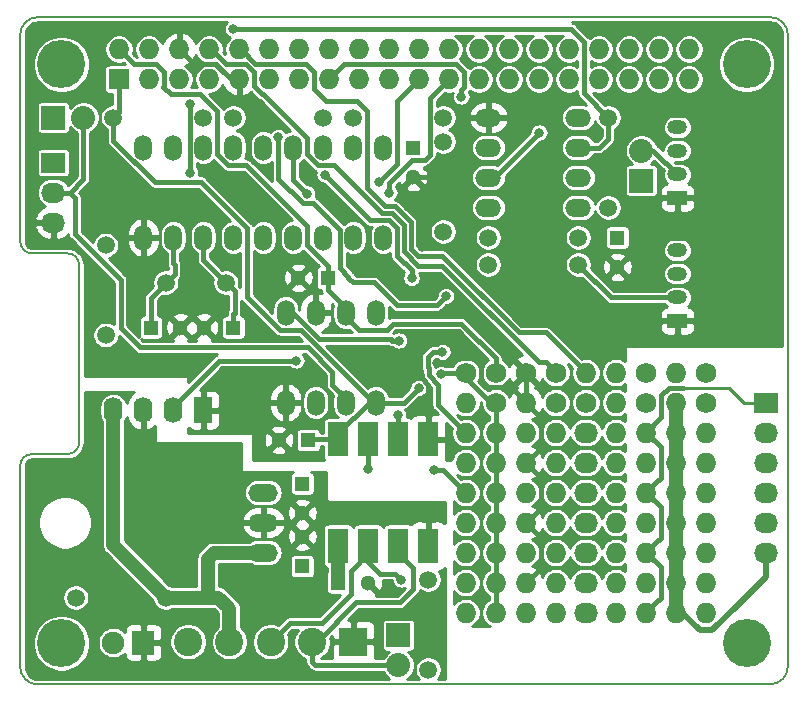
<source format=gbl>
%TF.GenerationSoftware,KiCad,Pcbnew,5.1.10-88a1d61d58~88~ubuntu20.04.1*%
%TF.CreationDate,2021-05-27T11:01:54+02:00*%
%TF.ProjectId,RPi-MCP2515,5250692d-4d43-4503-9235-31352e6b6963,rev?*%
%TF.SameCoordinates,Original*%
%TF.FileFunction,Copper,L2,Bot*%
%TF.FilePolarity,Positive*%
%FSLAX46Y46*%
G04 Gerber Fmt 4.6, Leading zero omitted, Abs format (unit mm)*
G04 Created by KiCad (PCBNEW 5.1.10-88a1d61d58~88~ubuntu20.04.1) date 2021-05-27 11:01:54*
%MOMM*%
%LPD*%
G01*
G04 APERTURE LIST*
%TA.AperFunction,Profile*%
%ADD10C,0.150000*%
%TD*%
%TA.AperFunction,ComponentPad*%
%ADD11C,4.064000*%
%TD*%
%TA.AperFunction,ComponentPad*%
%ADD12R,1.699260X1.198880*%
%TD*%
%TA.AperFunction,ComponentPad*%
%ADD13O,1.699260X1.198880*%
%TD*%
%TA.AperFunction,ComponentPad*%
%ADD14R,1.727200X1.727200*%
%TD*%
%TA.AperFunction,ComponentPad*%
%ADD15O,1.727200X1.727200*%
%TD*%
%TA.AperFunction,ComponentPad*%
%ADD16O,1.501140X2.199640*%
%TD*%
%TA.AperFunction,ComponentPad*%
%ADD17R,1.300000X1.300000*%
%TD*%
%TA.AperFunction,ComponentPad*%
%ADD18C,1.300000*%
%TD*%
%TA.AperFunction,ComponentPad*%
%ADD19C,1.500000*%
%TD*%
%TA.AperFunction,ComponentPad*%
%ADD20R,1.900000X2.000000*%
%TD*%
%TA.AperFunction,ComponentPad*%
%ADD21C,1.900000*%
%TD*%
%TA.AperFunction,ComponentPad*%
%ADD22R,2.032000X2.032000*%
%TD*%
%TA.AperFunction,ComponentPad*%
%ADD23O,2.032000X2.032000*%
%TD*%
%TA.AperFunction,ComponentPad*%
%ADD24O,2.499360X1.501140*%
%TD*%
%TA.AperFunction,SMDPad,CuDef*%
%ADD25R,1.800000X3.000000*%
%TD*%
%TA.AperFunction,ComponentPad*%
%ADD26C,1.727200*%
%TD*%
%TA.AperFunction,ComponentPad*%
%ADD27O,2.032000X1.727200*%
%TD*%
%TA.AperFunction,ComponentPad*%
%ADD28R,1.600200X2.197100*%
%TD*%
%TA.AperFunction,ComponentPad*%
%ADD29O,1.600200X2.197100*%
%TD*%
%TA.AperFunction,ComponentPad*%
%ADD30R,2.032000X1.727200*%
%TD*%
%TA.AperFunction,ComponentPad*%
%ADD31C,2.400000*%
%TD*%
%TA.AperFunction,ComponentPad*%
%ADD32R,2.400000X2.400000*%
%TD*%
%TA.AperFunction,ComponentPad*%
%ADD33O,2.199640X1.501140*%
%TD*%
%TA.AperFunction,ViaPad*%
%ADD34C,0.800000*%
%TD*%
%TA.AperFunction,Conductor*%
%ADD35C,0.381000*%
%TD*%
%TA.AperFunction,Conductor*%
%ADD36C,0.508000*%
%TD*%
%TA.AperFunction,Conductor*%
%ADD37C,1.160000*%
%TD*%
%TA.AperFunction,Conductor*%
%ADD38C,0.250000*%
%TD*%
%TA.AperFunction,Conductor*%
%ADD39C,0.254000*%
%TD*%
%TA.AperFunction,Conductor*%
%ADD40C,0.100000*%
%TD*%
G04 APERTURE END LIST*
D10*
X129500000Y-71500000D02*
X191500000Y-71500000D01*
X128000000Y-90500000D02*
X128000000Y-73000000D01*
X128000000Y-90500000D02*
G75*
G03*
X129000000Y-91500000I1000000J0D01*
G01*
X129000000Y-91500000D02*
X132000000Y-91500000D01*
X133000000Y-92500000D02*
G75*
G03*
X132000000Y-91500000I-1000000J0D01*
G01*
X133000000Y-107500000D02*
X133000000Y-92500000D01*
X128000000Y-126500000D02*
X128000000Y-109500000D01*
X129000000Y-108500000D02*
X132000000Y-108500000D01*
X132000000Y-108500000D02*
G75*
G03*
X133000000Y-107500000I0J1000000D01*
G01*
X129000000Y-108500000D02*
G75*
G03*
X128000000Y-109500000I0J-1000000D01*
G01*
X191500000Y-128000000D02*
X129500000Y-128000000D01*
X193000000Y-73000000D02*
X193000000Y-126500000D01*
X129500000Y-71500000D02*
G75*
G03*
X128000000Y-73000000I0J-1500000D01*
G01*
X128000000Y-126500000D02*
G75*
G03*
X129500000Y-128000000I1500000J0D01*
G01*
X191500000Y-128000000D02*
G75*
G03*
X193000000Y-126500000I0J1500000D01*
G01*
X193000000Y-73000000D02*
G75*
G03*
X191500000Y-71500000I-1500000J0D01*
G01*
D11*
%TO.P,REF\u002A\u002A,1*%
%TO.N,N/C*%
X189500000Y-75500000D03*
%TD*%
D12*
%TO.P,P5,1*%
%TO.N,GND*%
X183642000Y-97233740D03*
D13*
%TO.P,P5,2*%
%TO.N,+3V3*%
X183642000Y-95234760D03*
%TO.P,P5,3*%
%TO.N,/TxD*%
X183642000Y-93233240D03*
%TO.P,P5,4*%
%TO.N,/RxD*%
X183642000Y-91234260D03*
%TD*%
D11*
%TO.P,REF\u002A\u002A,1*%
%TO.N,N/C*%
X131500000Y-124500000D03*
%TD*%
%TO.P,REF\u002A\u002A,1*%
%TO.N,N/C*%
X131500000Y-75500000D03*
%TD*%
D14*
%TO.P,P1,1*%
%TO.N,+3V3*%
X136372600Y-76758800D03*
D15*
%TO.P,P1,2*%
%TO.N,+5V*%
X136372600Y-74218800D03*
%TO.P,P1,3*%
%TO.N,/SDA*%
X138912600Y-76758800D03*
%TO.P,P1,4*%
%TO.N,Net-(P1-Pad4)*%
X138912600Y-74218800D03*
%TO.P,P1,5*%
%TO.N,/SCL*%
X141452600Y-76758800D03*
%TO.P,P1,6*%
%TO.N,GND*%
X141452600Y-74218800D03*
%TO.P,P1,7*%
%TO.N,/GPIO4*%
X143992600Y-76758800D03*
%TO.P,P1,8*%
%TO.N,/TxD*%
X143992600Y-74218800D03*
%TO.P,P1,9*%
%TO.N,GND*%
X146532600Y-76758800D03*
%TO.P,P1,10*%
%TO.N,/RxD*%
X146532600Y-74218800D03*
%TO.P,P1,11*%
%TO.N,/GPIO17*%
X149072600Y-76758800D03*
%TO.P,P1,12*%
%TO.N,Net-(P1-Pad12)*%
X149072600Y-74218800D03*
%TO.P,P1,13*%
%TO.N,/GPIO27*%
X151612600Y-76758800D03*
%TO.P,P1,14*%
%TO.N,Net-(P1-Pad14)*%
X151612600Y-74218800D03*
%TO.P,P1,15*%
%TO.N,/GPIO22*%
X154152600Y-76758800D03*
%TO.P,P1,16*%
%TO.N,Net-(P1-Pad16)*%
X154152600Y-74218800D03*
%TO.P,P1,17*%
%TO.N,Net-(P1-Pad17)*%
X156692600Y-76758800D03*
%TO.P,P1,18*%
%TO.N,Net-(P1-Pad18)*%
X156692600Y-74218800D03*
%TO.P,P1,19*%
%TO.N,/MOSI*%
X159232600Y-76758800D03*
%TO.P,P1,20*%
%TO.N,Net-(P1-Pad20)*%
X159232600Y-74218800D03*
%TO.P,P1,21*%
%TO.N,/MISO*%
X161772600Y-76758800D03*
%TO.P,P1,22*%
%TO.N,/GPIO25*%
X161772600Y-74218800D03*
%TO.P,P1,23*%
%TO.N,/SCK*%
X164312600Y-76758800D03*
%TO.P,P1,24*%
%TO.N,/CS0*%
X164312600Y-74218800D03*
%TO.P,P1,25*%
%TO.N,Net-(P1-Pad25)*%
X166852600Y-76758800D03*
%TO.P,P1,26*%
%TO.N,Net-(P1-Pad26)*%
X166852600Y-74218800D03*
%TO.P,P1,27*%
%TO.N,Net-(P1-Pad27)*%
X169392600Y-76758800D03*
%TO.P,P1,28*%
%TO.N,Net-(P1-Pad28)*%
X169392600Y-74218800D03*
%TO.P,P1,29*%
%TO.N,Net-(P1-Pad29)*%
X171932600Y-76758800D03*
%TO.P,P1,30*%
%TO.N,Net-(P1-Pad30)*%
X171932600Y-74218800D03*
%TO.P,P1,31*%
%TO.N,Net-(P1-Pad31)*%
X174472600Y-76758800D03*
%TO.P,P1,32*%
%TO.N,Net-(P1-Pad32)*%
X174472600Y-74218800D03*
%TO.P,P1,33*%
%TO.N,Net-(P1-Pad33)*%
X177012600Y-76758800D03*
%TO.P,P1,34*%
%TO.N,Net-(P1-Pad34)*%
X177012600Y-74218800D03*
%TO.P,P1,35*%
%TO.N,Net-(P1-Pad35)*%
X179552600Y-76758800D03*
%TO.P,P1,36*%
%TO.N,Net-(P1-Pad36)*%
X179552600Y-74218800D03*
%TO.P,P1,37*%
%TO.N,Net-(P1-Pad37)*%
X182092600Y-76758800D03*
%TO.P,P1,38*%
%TO.N,Net-(P1-Pad38)*%
X182092600Y-74218800D03*
%TO.P,P1,39*%
%TO.N,Net-(P1-Pad39)*%
X184632600Y-76758800D03*
%TO.P,P1,40*%
%TO.N,Net-(P1-Pad40)*%
X184632600Y-74218800D03*
%TD*%
D16*
%TO.P,U2,1*%
%TO.N,Net-(U1-Pad1)*%
X150495000Y-96520000D03*
%TO.P,U2,2*%
%TO.N,GND*%
X153035000Y-96520000D03*
%TO.P,U2,3*%
%TO.N,+5V*%
X155575000Y-96520000D03*
%TO.P,U2,4*%
%TO.N,Net-(U1-Pad2)*%
X158115000Y-96520000D03*
%TO.P,U2,5*%
%TO.N,+3V3*%
X158115000Y-104140000D03*
%TO.P,U2,6*%
%TO.N,Net-(P2-Pad2)*%
X155575000Y-104140000D03*
%TO.P,U2,7*%
%TO.N,Net-(P3-Pad1)*%
X153035000Y-104140000D03*
%TO.P,U2,8*%
%TO.N,GND*%
X150495000Y-104140000D03*
%TD*%
D17*
%TO.P,C3,1*%
%TO.N,+3V3*%
X161290000Y-82550000D03*
D18*
%TO.P,C3,2*%
%TO.N,GND*%
X161290000Y-85050000D03*
%TD*%
D19*
%TO.P,R1,1*%
%TO.N,+3V3*%
X146050000Y-80010000D03*
%TO.P,R1,2*%
%TO.N,/CS0*%
X153670000Y-80010000D03*
%TD*%
D17*
%TO.P,C1,1*%
%TO.N,Net-(C1-Pad1)*%
X146050000Y-97790000D03*
D18*
%TO.P,C1,2*%
%TO.N,GND*%
X143550000Y-97790000D03*
%TD*%
D17*
%TO.P,C2,1*%
%TO.N,Net-(C2-Pad1)*%
X139065000Y-97790000D03*
D18*
%TO.P,C2,2*%
%TO.N,GND*%
X141565000Y-97790000D03*
%TD*%
D17*
%TO.P,C4,1*%
%TO.N,+3V3*%
X178562000Y-90170000D03*
D18*
%TO.P,C4,2*%
%TO.N,GND*%
X178562000Y-92670000D03*
%TD*%
D19*
%TO.P,R3,1*%
%TO.N,+3V3*%
X163830000Y-80010000D03*
%TO.P,R3,2*%
%TO.N,Net-(R3-Pad2)*%
X156210000Y-80010000D03*
%TD*%
%TO.P,R4,1*%
%TO.N,Net-(P2-Pad1)*%
X135255000Y-90805000D03*
%TO.P,R4,2*%
%TO.N,Net-(P3-Pad1)*%
X135255000Y-98425000D03*
%TD*%
D17*
%TO.P,C5,1*%
%TO.N,+5V*%
X154051000Y-93573600D03*
D18*
%TO.P,C5,2*%
%TO.N,GND*%
X151551000Y-93573600D03*
%TD*%
D19*
%TO.P,R2,1*%
%TO.N,+3V3*%
X135890000Y-80010000D03*
%TO.P,R2,2*%
%TO.N,/GPIO25*%
X143510000Y-80010000D03*
%TD*%
D11*
%TO.P,REF\u002A\u002A,1*%
%TO.N,N/C*%
X189500000Y-124500000D03*
%TD*%
D17*
%TO.P,C6,1*%
%TO.N,VCOM*%
X151892000Y-110998000D03*
D18*
%TO.P,C6,2*%
%TO.N,GNDA*%
X151892000Y-113498000D03*
%TD*%
D17*
%TO.P,C7,1*%
%TO.N,+5VA*%
X151892000Y-117983000D03*
D18*
%TO.P,C7,2*%
%TO.N,GNDA*%
X151892000Y-115483000D03*
%TD*%
D20*
%TO.P,D1,1*%
%TO.N,GNDA*%
X138430000Y-124460000D03*
D21*
%TO.P,D1,2*%
%TO.N,Net-(D1-Pad2)*%
X135890000Y-124460000D03*
%TD*%
D22*
%TO.P,P6,1*%
%TO.N,Net-(P6-Pad1)*%
X160020000Y-123825000D03*
D23*
%TO.P,P6,2*%
%TO.N,Net-(P6-Pad2)*%
X160020000Y-126365000D03*
%TD*%
D19*
%TO.P,R5,1*%
%TO.N,Net-(D1-Pad2)*%
X132715000Y-120650000D03*
%TO.P,R5,2*%
%TO.N,+5VA*%
X140335000Y-120650000D03*
%TD*%
D24*
%TO.P,U7,2*%
%TO.N,GNDA*%
X148590000Y-114300000D03*
%TO.P,U7,1*%
%TO.N,VCOM*%
X148590000Y-111760000D03*
%TO.P,U7,3*%
%TO.N,+5VA*%
X148590000Y-116840000D03*
%TD*%
D25*
%TO.P,U6,1*%
%TO.N,+3V3*%
X154940000Y-107260000D03*
%TO.P,U6,2*%
%TO.N,Net-(U1-Pad2)*%
X157480000Y-107260000D03*
%TO.P,U6,3*%
%TO.N,Net-(U1-Pad1)*%
X160020000Y-107260000D03*
%TO.P,U6,4*%
%TO.N,GND*%
X162560000Y-107260000D03*
%TO.P,U6,5*%
%TO.N,GNDA*%
X162560000Y-116260000D03*
%TO.P,U6,6*%
%TO.N,Net-(P6-Pad2)*%
X160020000Y-116260000D03*
%TO.P,U6,7*%
%TO.N,Net-(P7-Pad3)*%
X157480000Y-116260000D03*
%TO.P,U6,8*%
%TO.N,+5VA*%
X154940000Y-116260000D03*
%TD*%
D19*
%TO.P,Y1,1*%
%TO.N,Net-(C1-Pad1)*%
X145415000Y-93980000D03*
%TO.P,Y1,2*%
%TO.N,Net-(C2-Pad1)*%
X140335000Y-93980000D03*
%TD*%
D16*
%TO.P,U1,1*%
%TO.N,Net-(U1-Pad1)*%
X158750000Y-90170000D03*
%TO.P,U1,2*%
%TO.N,Net-(U1-Pad2)*%
X156210000Y-90170000D03*
%TO.P,U1,3*%
%TO.N,Net-(U1-Pad3)*%
X153670000Y-90170000D03*
%TO.P,U1,4*%
%TO.N,Net-(U1-Pad4)*%
X151130000Y-90170000D03*
%TO.P,U1,5*%
%TO.N,Net-(U1-Pad5)*%
X148590000Y-90170000D03*
%TO.P,U1,6*%
%TO.N,Net-(U1-Pad6)*%
X146050000Y-90170000D03*
%TO.P,U1,7*%
%TO.N,Net-(C1-Pad1)*%
X143510000Y-90170000D03*
%TO.P,U1,8*%
%TO.N,Net-(C2-Pad1)*%
X140970000Y-90170000D03*
%TO.P,U1,9*%
%TO.N,GND*%
X138430000Y-90170000D03*
%TO.P,U1,10*%
%TO.N,Net-(U1-Pad10)*%
X138430000Y-82550000D03*
%TO.P,U1,11*%
%TO.N,Net-(U1-Pad11)*%
X140970000Y-82550000D03*
%TO.P,U1,12*%
%TO.N,/GPIO25*%
X143510000Y-82550000D03*
%TO.P,U1,13*%
%TO.N,/SCK*%
X146050000Y-82550000D03*
%TO.P,U1,14*%
%TO.N,/MOSI*%
X148590000Y-82550000D03*
%TO.P,U1,15*%
%TO.N,/MISO*%
X151130000Y-82550000D03*
%TO.P,U1,16*%
%TO.N,/CS0*%
X153670000Y-82550000D03*
%TO.P,U1,17*%
%TO.N,Net-(R3-Pad2)*%
X156210000Y-82550000D03*
%TO.P,U1,18*%
%TO.N,+3V3*%
X158750000Y-82550000D03*
%TD*%
D19*
%TO.P,R13,1*%
%TO.N,Net-(P6-Pad1)*%
X162560000Y-126746000D03*
%TO.P,R13,2*%
%TO.N,Net-(P7-Pad3)*%
X162560000Y-119126000D03*
%TD*%
D26*
%TO.P,P12,1*%
%TO.N,Net-(P12-Pad1)*%
X175895000Y-104140000D03*
D27*
%TO.P,P12,2*%
%TO.N,Net-(P12-Pad2)*%
X175895000Y-106680000D03*
%TO.P,P12,3*%
%TO.N,Net-(P12-Pad3)*%
X175895000Y-109220000D03*
%TO.P,P12,4*%
%TO.N,Net-(P12-Pad4)*%
X175895000Y-111760000D03*
%TO.P,P12,5*%
%TO.N,Net-(P12-Pad5)*%
X175895000Y-114300000D03*
%TO.P,P12,6*%
%TO.N,Net-(P12-Pad6)*%
X175895000Y-116840000D03*
%TO.P,P12,7*%
%TO.N,Net-(P12-Pad7)*%
X175895000Y-119380000D03*
%TO.P,P12,8*%
%TO.N,Net-(P12-Pad8)*%
X175895000Y-121920000D03*
%TD*%
D26*
%TO.P,P13,1*%
%TO.N,/IO1*%
X180975000Y-104140000D03*
D15*
%TO.P,P13,2*%
X178435000Y-104140000D03*
%TO.P,P13,3*%
%TO.N,Net-(P13-Pad11)*%
X180975000Y-106680000D03*
%TO.P,P13,4*%
%TO.N,Net-(P13-Pad4)*%
X178435000Y-106680000D03*
%TO.P,P13,5*%
%TO.N,/IO2*%
X180975000Y-109220000D03*
%TO.P,P13,6*%
X178435000Y-109220000D03*
%TO.P,P13,7*%
%TO.N,Net-(P13-Pad11)*%
X180975000Y-111760000D03*
%TO.P,P13,8*%
%TO.N,Net-(P13-Pad8)*%
X178435000Y-111760000D03*
%TO.P,P13,9*%
%TO.N,/IO3*%
X180975000Y-114300000D03*
%TO.P,P13,10*%
X178435000Y-114300000D03*
%TO.P,P13,11*%
%TO.N,Net-(P13-Pad11)*%
X180975000Y-116840000D03*
%TO.P,P13,12*%
%TO.N,Net-(P13-Pad12)*%
X178435000Y-116840000D03*
%TO.P,P13,13*%
%TO.N,/IO4*%
X180975000Y-119380000D03*
%TO.P,P13,14*%
X178435000Y-119380000D03*
%TO.P,P13,15*%
%TO.N,Net-(P13-Pad11)*%
X180975000Y-121920000D03*
%TO.P,P13,16*%
%TO.N,Net-(P13-Pad16)*%
X178435000Y-121920000D03*
%TD*%
D26*
%TO.P,P14,1*%
%TO.N,/IO1*%
X186055000Y-104140000D03*
D15*
%TO.P,P14,2*%
%TO.N,Net-(P14-Pad10)*%
X183515000Y-104140000D03*
%TO.P,P14,3*%
%TO.N,Net-(P13-Pad4)*%
X186055000Y-106680000D03*
%TO.P,P14,4*%
%TO.N,Net-(P14-Pad10)*%
X183515000Y-106680000D03*
%TO.P,P14,5*%
%TO.N,/IO2*%
X186055000Y-109220000D03*
%TO.P,P14,6*%
%TO.N,Net-(P14-Pad10)*%
X183515000Y-109220000D03*
%TO.P,P14,7*%
%TO.N,Net-(P13-Pad8)*%
X186055000Y-111760000D03*
%TO.P,P14,8*%
%TO.N,Net-(P14-Pad10)*%
X183515000Y-111760000D03*
%TO.P,P14,9*%
%TO.N,/IO3*%
X186055000Y-114300000D03*
%TO.P,P14,10*%
%TO.N,Net-(P14-Pad10)*%
X183515000Y-114300000D03*
%TO.P,P14,11*%
%TO.N,Net-(P13-Pad12)*%
X186055000Y-116840000D03*
%TO.P,P14,12*%
%TO.N,Net-(P14-Pad10)*%
X183515000Y-116840000D03*
%TO.P,P14,13*%
%TO.N,/IO4*%
X186055000Y-119380000D03*
%TO.P,P14,14*%
%TO.N,Net-(P14-Pad10)*%
X183515000Y-119380000D03*
%TO.P,P14,15*%
%TO.N,Net-(P13-Pad16)*%
X186055000Y-121920000D03*
%TO.P,P14,16*%
%TO.N,Net-(P14-Pad10)*%
X183515000Y-121920000D03*
%TD*%
D19*
%TO.P,R14,1*%
%TO.N,+3V3*%
X163830000Y-82042000D03*
%TO.P,R14,2*%
%TO.N,Net-(P9-Pad4)*%
X163830000Y-89662000D03*
%TD*%
%TO.P,R15,1*%
%TO.N,+3V3*%
X175260000Y-92456000D03*
%TO.P,R15,2*%
%TO.N,Net-(P9-Pad3)*%
X167640000Y-92456000D03*
%TD*%
%TO.P,R24,1*%
%TO.N,+3V3*%
X177800000Y-87630000D03*
%TO.P,R24,2*%
%TO.N,/SDA*%
X177800000Y-80010000D03*
%TD*%
%TO.P,R25,1*%
%TO.N,+3V3*%
X175260000Y-90170000D03*
%TO.P,R25,2*%
%TO.N,/SCL*%
X167640000Y-90170000D03*
%TD*%
D26*
%TO.P,P10,1*%
%TO.N,+3V3*%
X168275000Y-104140000D03*
D15*
%TO.P,P10,2*%
%TO.N,Net-(P10-Pad2)*%
X165735000Y-104140000D03*
%TO.P,P10,3*%
%TO.N,+3V3*%
X168275000Y-106680000D03*
%TO.P,P10,4*%
%TO.N,/GPIO22*%
X165735000Y-106680000D03*
%TO.P,P10,5*%
%TO.N,+3V3*%
X168275000Y-109220000D03*
%TO.P,P10,6*%
%TO.N,Net-(P10-Pad6)*%
X165735000Y-109220000D03*
%TO.P,P10,7*%
%TO.N,+3V3*%
X168275000Y-111760000D03*
%TO.P,P10,8*%
%TO.N,/GPIO27*%
X165735000Y-111760000D03*
%TO.P,P10,9*%
%TO.N,+3V3*%
X168275000Y-114300000D03*
%TO.P,P10,10*%
%TO.N,Net-(P10-Pad10)*%
X165735000Y-114300000D03*
%TO.P,P10,11*%
%TO.N,+3V3*%
X168275000Y-116840000D03*
%TO.P,P10,12*%
%TO.N,/GPIO17*%
X165735000Y-116840000D03*
%TO.P,P10,13*%
%TO.N,+3V3*%
X168275000Y-119380000D03*
%TO.P,P10,14*%
%TO.N,Net-(P10-Pad14)*%
X165735000Y-119380000D03*
%TO.P,P10,15*%
%TO.N,+3V3*%
X168275000Y-121920000D03*
%TO.P,P10,16*%
%TO.N,/GPIO4*%
X165735000Y-121920000D03*
%TD*%
D26*
%TO.P,P11,1*%
%TO.N,Net-(P10-Pad2)*%
X173355000Y-104140000D03*
D15*
%TO.P,P11,2*%
%TO.N,GND*%
X170815000Y-104140000D03*
%TO.P,P11,3*%
%TO.N,/GPIO22*%
X173355000Y-106680000D03*
%TO.P,P11,4*%
X170815000Y-106680000D03*
%TO.P,P11,5*%
%TO.N,Net-(P10-Pad6)*%
X173355000Y-109220000D03*
%TO.P,P11,6*%
%TO.N,GND*%
X170815000Y-109220000D03*
%TO.P,P11,7*%
%TO.N,/GPIO27*%
X173355000Y-111760000D03*
%TO.P,P11,8*%
X170815000Y-111760000D03*
%TO.P,P11,9*%
%TO.N,Net-(P10-Pad10)*%
X173355000Y-114300000D03*
%TO.P,P11,10*%
%TO.N,GND*%
X170815000Y-114300000D03*
%TO.P,P11,11*%
%TO.N,/GPIO17*%
X173355000Y-116840000D03*
%TO.P,P11,12*%
X170815000Y-116840000D03*
%TO.P,P11,13*%
%TO.N,Net-(P10-Pad14)*%
X173355000Y-119380000D03*
%TO.P,P11,14*%
%TO.N,GND*%
X170815000Y-119380000D03*
%TO.P,P11,15*%
%TO.N,/GPIO4*%
X173355000Y-121920000D03*
%TO.P,P11,16*%
X170815000Y-121920000D03*
%TD*%
D22*
%TO.P,P2,1*%
%TO.N,Net-(P2-Pad1)*%
X130810000Y-80010000D03*
D23*
%TO.P,P2,2*%
%TO.N,Net-(P2-Pad2)*%
X133350000Y-80010000D03*
%TD*%
D17*
%TO.P,C8,1*%
%TO.N,+3V3*%
X152400000Y-107315000D03*
D18*
%TO.P,C8,2*%
%TO.N,GND*%
X149900000Y-107315000D03*
%TD*%
D17*
%TO.P,C9,1*%
%TO.N,+5VA*%
X154940000Y-119380000D03*
D18*
%TO.P,C9,2*%
%TO.N,GNDA*%
X157440000Y-119380000D03*
%TD*%
D28*
%TO.P,P16,1*%
%TO.N,GND*%
X143510000Y-104775000D03*
D29*
%TO.P,P16,2*%
%TO.N,+5V*%
X140970000Y-104775000D03*
%TO.P,P16,3*%
%TO.N,GNDA*%
X138430000Y-104775000D03*
%TO.P,P16,4*%
%TO.N,+5VA*%
X135890000Y-104775000D03*
%TD*%
D12*
%TO.P,P9,1*%
%TO.N,GND*%
X183642000Y-86819740D03*
D13*
%TO.P,P9,2*%
%TO.N,Net-(P8-Pad2)*%
X183642000Y-84820760D03*
%TO.P,P9,3*%
%TO.N,Net-(P9-Pad3)*%
X183642000Y-82819240D03*
%TO.P,P9,4*%
%TO.N,Net-(P9-Pad4)*%
X183642000Y-80820260D03*
%TD*%
D26*
%TO.P,P4,1*%
%TO.N,+3V3*%
X165735000Y-101600000D03*
%TO.P,P4,2*%
%TO.N,+5V*%
X168275000Y-101600000D03*
%TO.P,P4,3*%
%TO.N,GND*%
X170815000Y-101600000D03*
%TO.P,P4,4*%
%TO.N,/TxD*%
X173355000Y-101600000D03*
D15*
%TO.P,P4,5*%
%TO.N,/RxD*%
X175895000Y-101600000D03*
%TO.P,P4,6*%
%TO.N,Net-(P4-Pad6)*%
X178435000Y-101600000D03*
D26*
%TO.P,P4,7*%
%TO.N,Net-(P4-Pad7)*%
X180975000Y-101600000D03*
D15*
%TO.P,P4,8*%
%TO.N,Net-(P4-Pad8)*%
X183515000Y-101600000D03*
D26*
%TO.P,P4,9*%
%TO.N,Net-(P4-Pad9)*%
X186055000Y-101600000D03*
%TD*%
D22*
%TO.P,P8,1*%
%TO.N,+5V*%
X180594000Y-85344000D03*
D23*
%TO.P,P8,2*%
%TO.N,Net-(P8-Pad2)*%
X180594000Y-82804000D03*
%TD*%
D30*
%TO.P,P3,1*%
%TO.N,Net-(P3-Pad1)*%
X130810000Y-83820000D03*
D27*
%TO.P,P3,2*%
%TO.N,Net-(P2-Pad2)*%
X130810000Y-86360000D03*
%TO.P,P3,3*%
%TO.N,GND*%
X130810000Y-88900000D03*
%TD*%
D31*
%TO.P,P7,2*%
%TO.N,Net-(P6-Pad2)*%
X152725000Y-124395000D03*
D32*
%TO.P,P7,1*%
%TO.N,GNDA*%
X156225000Y-124395000D03*
D31*
%TO.P,P7,3*%
%TO.N,Net-(P7-Pad3)*%
X149225000Y-124395000D03*
%TO.P,P7,4*%
%TO.N,+5VA*%
X145725000Y-124395000D03*
%TO.P,P7,5*%
%TO.N,VCOM*%
X142225000Y-124395000D03*
%TD*%
D33*
%TO.P,U3,1*%
%TO.N,N/C*%
X167640000Y-87630000D03*
%TO.P,U3,2*%
%TO.N,Net-(P9-Pad4)*%
X167640000Y-85090000D03*
%TO.P,U3,3*%
%TO.N,/SCL*%
X167640000Y-82550000D03*
%TO.P,U3,4*%
%TO.N,GND*%
X167640000Y-80010000D03*
%TO.P,U3,5*%
%TO.N,N/C*%
X175260000Y-80010000D03*
%TO.P,U3,6*%
%TO.N,/SDA*%
X175260000Y-82550000D03*
%TO.P,U3,7*%
%TO.N,Net-(P9-Pad3)*%
X175260000Y-85090000D03*
%TO.P,U3,8*%
%TO.N,+3V3*%
X175260000Y-87630000D03*
%TD*%
D30*
%TO.P,P15,1*%
%TO.N,Net-(P13-Pad11)*%
X191135000Y-104140000D03*
D27*
%TO.P,P15,2*%
%TO.N,/IO1*%
X191135000Y-106680000D03*
%TO.P,P15,3*%
%TO.N,/IO2*%
X191135000Y-109220000D03*
%TO.P,P15,4*%
%TO.N,/IO3*%
X191135000Y-111760000D03*
%TO.P,P15,5*%
%TO.N,/IO4*%
X191135000Y-114300000D03*
%TO.P,P15,6*%
%TO.N,Net-(P14-Pad10)*%
X191135000Y-116840000D03*
%TD*%
D34*
%TO.N,GND*%
X175260000Y-97028000D03*
X165608000Y-89281000D03*
X165534991Y-90312324D03*
X165227000Y-84074000D03*
X165227000Y-85598000D03*
X148336000Y-104902000D03*
X146812000Y-104902000D03*
X159758927Y-92740538D03*
X156592379Y-93182701D03*
X162052000Y-90932000D03*
X161798000Y-88138000D03*
X163322018Y-100752415D03*
X161798000Y-101600000D03*
X155194000Y-100076000D03*
%TO.N,+3V3*%
X161732758Y-102906722D03*
X163626271Y-101742635D03*
%TO.N,+5V*%
X151384000Y-100584000D03*
%TO.N,Net-(U1-Pad1)*%
X160046600Y-98889093D03*
X160012273Y-105192339D03*
%TO.N,Net-(U1-Pad2)*%
X157480000Y-109728000D03*
%TO.N,GNDA*%
X162973482Y-113824482D03*
%TO.N,/SDA*%
X146050000Y-72517000D03*
%TO.N,/GPIO4*%
X142367000Y-78867000D03*
X142367000Y-84680480D03*
%TO.N,/GPIO17*%
X164056100Y-95120137D03*
X149860000Y-81661000D03*
%TO.N,/GPIO22*%
X163753982Y-99850520D03*
X165354000Y-78232000D03*
%TO.N,/MISO*%
X152295074Y-86443655D03*
X158369000Y-85471000D03*
%TO.N,/SCK*%
X159258000Y-86360000D03*
%TO.N,Net-(P9-Pad4)*%
X171958000Y-81280000D03*
%TO.N,Net-(P7-Pad3)*%
X160274000Y-119126000D03*
%TO.N,/GPIO27*%
X153779645Y-84830851D03*
X163068000Y-109855000D03*
X161137600Y-93573600D03*
%TD*%
D35*
%TO.N,Net-(C1-Pad1)*%
X146164999Y-96532001D02*
X146050000Y-96647000D01*
X146050000Y-96647000D02*
X146050000Y-97790000D01*
X145415000Y-93980000D02*
X146164999Y-94729999D01*
X146164999Y-94729999D02*
X146164999Y-96532001D01*
X145415000Y-93980000D02*
X143510000Y-92075000D01*
X143510000Y-92075000D02*
X143510000Y-90170000D01*
%TO.N,GND*%
X171690663Y-97609009D02*
X174678991Y-97609009D01*
X165534991Y-92442663D02*
X165534991Y-90424000D01*
X171690663Y-97609009D02*
X170701337Y-97609009D01*
X170701337Y-97609009D02*
X165534991Y-92442663D01*
X165608000Y-85979000D02*
X165227000Y-85598000D01*
X165608000Y-89281000D02*
X165608000Y-85979000D01*
X165534991Y-90424000D02*
X165534991Y-90312324D01*
X174678991Y-97609009D02*
X175260000Y-97028000D01*
X165227000Y-82708750D02*
X165227000Y-80391000D01*
X165227000Y-84074000D02*
X165227000Y-82708750D01*
X165608000Y-80010000D02*
X167640000Y-80010000D01*
X165227000Y-80391000D02*
X165608000Y-80010000D01*
X162560000Y-107260000D02*
X162560000Y-102616000D01*
X162007493Y-102063493D02*
X162007493Y-101809493D01*
X162560000Y-102616000D02*
X162007493Y-102063493D01*
X162007493Y-101809493D02*
X161798000Y-101600000D01*
X146812000Y-104902000D02*
X148336000Y-104902000D01*
X159316764Y-93182701D02*
X159358928Y-93140537D01*
X159358928Y-93140537D02*
X159758927Y-92740538D01*
X156592379Y-93182701D02*
X159316764Y-93182701D01*
X161798000Y-90678000D02*
X162052000Y-90932000D01*
X161798000Y-88138000D02*
X161798000Y-90678000D01*
X163887703Y-100752415D02*
X163322018Y-100752415D01*
X164022031Y-100752415D02*
X163887703Y-100752415D01*
X166336969Y-100345899D02*
X164428547Y-100345899D01*
X166989101Y-100998031D02*
X166336969Y-100345899D01*
X166989101Y-102473101D02*
X166989101Y-100998031D01*
X169529101Y-102854101D02*
X167370101Y-102854101D01*
X167370101Y-102854101D02*
X166989101Y-102473101D01*
X170815000Y-104140000D02*
X169529101Y-102854101D01*
X164428547Y-100345899D02*
X164022031Y-100752415D01*
X161435999Y-100475999D02*
X161435999Y-100438001D01*
X161798000Y-100838000D02*
X161798000Y-101600000D01*
X161435999Y-100475999D02*
X161798000Y-100838000D01*
X155194000Y-100076000D02*
X155593999Y-100475999D01*
X155593999Y-100475999D02*
X161435999Y-100475999D01*
X161290000Y-85050000D02*
X164679000Y-85050000D01*
X164679000Y-85050000D02*
X165227000Y-85598000D01*
X153035000Y-96520000D02*
X153035000Y-95057600D01*
X153035000Y-95057600D02*
X151551000Y-93573600D01*
X170815000Y-101600000D02*
X170815000Y-104140000D01*
X146532600Y-76758800D02*
X145848670Y-76758800D01*
X145848670Y-76758800D02*
X144562771Y-75472901D01*
X144562771Y-75472901D02*
X142706701Y-75472901D01*
X142706701Y-75472901D02*
X142316199Y-75082399D01*
X142316199Y-75082399D02*
X141452600Y-74218800D01*
X170815000Y-109220000D02*
X172069101Y-107965899D01*
X172069101Y-107965899D02*
X172069101Y-105394101D01*
X172069101Y-105394101D02*
X171678599Y-105003599D01*
X171678599Y-105003599D02*
X170815000Y-104140000D01*
X170815000Y-114300000D02*
X172069101Y-113045899D01*
X172069101Y-113045899D02*
X172069101Y-110474101D01*
X172069101Y-110474101D02*
X171678599Y-110083599D01*
X171678599Y-110083599D02*
X170815000Y-109220000D01*
X170815000Y-119380000D02*
X172069101Y-118125899D01*
X172069101Y-118125899D02*
X172069101Y-115554101D01*
X172069101Y-115554101D02*
X171678599Y-115163599D01*
X171678599Y-115163599D02*
X170815000Y-114300000D01*
%TO.N,Net-(C2-Pad1)*%
X140335000Y-93980000D02*
X139065000Y-95250000D01*
X139065000Y-95250000D02*
X139065000Y-97790000D01*
X141084999Y-92468001D02*
X140970000Y-92353002D01*
X140970000Y-92353002D02*
X140970000Y-90170000D01*
X140335000Y-93980000D02*
X141084999Y-93230001D01*
X141084999Y-93230001D02*
X141084999Y-92468001D01*
%TO.N,+3V3*%
X178308000Y-95234760D02*
X178038760Y-95234760D01*
X178038760Y-95234760D02*
X175260000Y-92456000D01*
X178292760Y-95234760D02*
X178308000Y-95234760D01*
X178308000Y-95234760D02*
X183642000Y-95234760D01*
X161332759Y-103306721D02*
X161732758Y-102906722D01*
X163768906Y-101600000D02*
X163626271Y-101742635D01*
X160499480Y-104140000D02*
X161332759Y-103306721D01*
X158115000Y-104140000D02*
X160499480Y-104140000D01*
X165735000Y-101600000D02*
X163768906Y-101600000D01*
X143313980Y-85471000D02*
X139388020Y-85471000D01*
X135890000Y-81972980D02*
X135890000Y-81070660D01*
X157521098Y-103790750D02*
X151740678Y-98010330D01*
X151740678Y-98010330D02*
X150022350Y-98010330D01*
X147191080Y-95179060D02*
X147191080Y-89348100D01*
X147191080Y-89348100D02*
X143313980Y-85471000D01*
X158115000Y-103790750D02*
X157521098Y-103790750D01*
X150022350Y-98010330D02*
X147191080Y-95179060D01*
X135890000Y-81070660D02*
X135890000Y-80010000D01*
X139388020Y-85471000D02*
X135890000Y-81972980D01*
X165735000Y-102040672D02*
X165735000Y-101600000D01*
X168275000Y-104140000D02*
X167834328Y-104140000D01*
X167834328Y-104140000D02*
X165735000Y-102040672D01*
X158115000Y-104140000D02*
X157537980Y-104140000D01*
X157537980Y-104140000D02*
X154940000Y-106737980D01*
X154940000Y-106737980D02*
X154940000Y-107260000D01*
X136372600Y-76758800D02*
X136372600Y-79527400D01*
X136372600Y-79527400D02*
X135890000Y-80010000D01*
X168275000Y-106680000D02*
X168275000Y-104140000D01*
X168275000Y-109220000D02*
X168275000Y-106680000D01*
X168275000Y-111760000D02*
X168275000Y-109220000D01*
X168275000Y-114300000D02*
X168275000Y-111760000D01*
X168275000Y-116840000D02*
X168275000Y-114300000D01*
X168275000Y-119380000D02*
X168275000Y-116840000D01*
X168275000Y-121920000D02*
X168275000Y-119380000D01*
X154940000Y-107260000D02*
X155090000Y-107260000D01*
X154940000Y-107260000D02*
X152455000Y-107260000D01*
X152455000Y-107260000D02*
X152400000Y-107315000D01*
%TO.N,+5V*%
X154051000Y-94646750D02*
X154051000Y-93573600D01*
X155575000Y-96170750D02*
X154051000Y-94646750D01*
X155575000Y-96520000D02*
X155575000Y-96170750D01*
X159567574Y-97462991D02*
X159020235Y-98010330D01*
X165359305Y-97462991D02*
X159567574Y-97462991D01*
X155575000Y-96869250D02*
X155575000Y-96520000D01*
X159020235Y-98010330D02*
X156716080Y-98010330D01*
X168275000Y-100378686D02*
X165359305Y-97462991D01*
X168275000Y-101600000D02*
X168275000Y-100378686D01*
X156716080Y-98010330D02*
X155575000Y-96869250D01*
X140970000Y-104775000D02*
X140970000Y-104476550D01*
X140970000Y-104476550D02*
X144862550Y-100584000D01*
X144862550Y-100584000D02*
X151384000Y-100584000D01*
X140132735Y-77394735D02*
X140166701Y-77360769D01*
X137626701Y-75472901D02*
X137236199Y-75082399D01*
X140166701Y-77360769D02*
X140166701Y-76156831D01*
X140166701Y-76156831D02*
X139482771Y-75472901D01*
X139482771Y-75472901D02*
X137626701Y-75472901D01*
X137236199Y-75082399D02*
X136372600Y-74218800D01*
X140750901Y-78012901D02*
X140132735Y-77394735D01*
X154051000Y-93573600D02*
X154051000Y-92542600D01*
X145577350Y-84040330D02*
X144653000Y-83115980D01*
X154051000Y-92542600D02*
X152271080Y-90762680D01*
X143200843Y-78012901D02*
X140750901Y-78012901D01*
X152271080Y-90762680D02*
X152271080Y-89152080D01*
X152271080Y-89152080D02*
X147159330Y-84040330D01*
X144653000Y-79465058D02*
X143200843Y-78012901D01*
X147159330Y-84040330D02*
X145577350Y-84040330D01*
X144653000Y-83115980D02*
X144653000Y-79465058D01*
%TO.N,Net-(P2-Pad2)*%
X133350000Y-81446840D02*
X133350000Y-80010000D01*
X132207000Y-86360000D02*
X133350000Y-85217000D01*
X133350000Y-85217000D02*
X133350000Y-81446840D01*
X154443430Y-102659180D02*
X155575000Y-103790750D01*
X154443430Y-101534755D02*
X154443430Y-102659180D01*
X132207000Y-86360000D02*
X132657020Y-86810020D01*
X152382586Y-99473911D02*
X154443430Y-101534755D01*
X138134867Y-99473911D02*
X152382586Y-99473911D01*
X130810000Y-86360000D02*
X132207000Y-86360000D01*
X136499600Y-93737542D02*
X136499600Y-97838644D01*
X132657020Y-89894962D02*
X136499600Y-93737542D01*
X132657020Y-86810020D02*
X132657020Y-89894962D01*
X155575000Y-103790750D02*
X155575000Y-104140000D01*
X136499600Y-97838644D02*
X138134867Y-99473911D01*
%TO.N,Net-(U1-Pad1)*%
X159480915Y-98889093D02*
X160046600Y-98889093D01*
X159369321Y-98777499D02*
X159480915Y-98889093D01*
X153329519Y-98777499D02*
X159369321Y-98777499D01*
X151072020Y-96520000D02*
X153329519Y-98777499D01*
X150495000Y-96520000D02*
X151072020Y-96520000D01*
X160020000Y-105200066D02*
X160012273Y-105192339D01*
X160020000Y-107260000D02*
X160020000Y-105200066D01*
%TO.N,Net-(U1-Pad2)*%
X157480000Y-107260000D02*
X157480000Y-109728000D01*
D36*
%TO.N,VCOM*%
X148590000Y-111760000D02*
X147955000Y-111760000D01*
D35*
%TO.N,GNDA*%
X162560000Y-116260000D02*
X162560000Y-114237964D01*
X162573483Y-114224481D02*
X162973482Y-113824482D01*
X162560000Y-114237964D02*
X162573483Y-114224481D01*
D37*
%TO.N,+5VA*%
X143891000Y-120650000D02*
X143891000Y-117348000D01*
X144373600Y-116865400D02*
X146126200Y-116865400D01*
X143891000Y-117348000D02*
X144373600Y-116865400D01*
X146126200Y-116865400D02*
X148564600Y-116865400D01*
X148564600Y-116865400D02*
X148590000Y-116840000D01*
X135890000Y-104775000D02*
X135890000Y-116205000D01*
X135890000Y-116205000D02*
X140335000Y-120650000D01*
X154940000Y-119380000D02*
X154940000Y-118745000D01*
X154940000Y-118745000D02*
X154940000Y-116260000D01*
X140335000Y-120650000D02*
X143891000Y-120650000D01*
X143891000Y-120650000D02*
X144780000Y-120650000D01*
X145725000Y-124395000D02*
X145725000Y-121595000D01*
X144780000Y-120650000D02*
X145535650Y-121405650D01*
X145535650Y-121405650D02*
X145725000Y-121595000D01*
D35*
%TO.N,/SDA*%
X177800000Y-80010000D02*
X177800000Y-81788000D01*
X177038000Y-82550000D02*
X175260000Y-82550000D01*
X177800000Y-81788000D02*
X177038000Y-82550000D01*
X175726701Y-77301701D02*
X175726701Y-77936701D01*
X175726701Y-73616831D02*
X175726701Y-77301701D01*
X174626870Y-72517000D02*
X175726701Y-73616831D01*
X146050000Y-72517000D02*
X174626870Y-72517000D01*
X175726701Y-77936701D02*
X177800000Y-80010000D01*
X175260000Y-82550000D02*
X175895000Y-82550000D01*
%TO.N,/GPIO4*%
X142367000Y-78867000D02*
X142367000Y-84680480D01*
%TO.N,/TxD*%
X154583310Y-84040330D02*
X153197350Y-84040330D01*
X159463312Y-88098659D02*
X158641638Y-88098659D01*
X158641638Y-88098659D02*
X154583310Y-84040330D01*
X152271080Y-81728100D02*
X148555881Y-78012901D01*
X160472091Y-89107438D02*
X159463312Y-88098659D01*
X172491401Y-100736401D02*
X171931382Y-100736401D01*
X152271080Y-83114060D02*
X152271080Y-81728100D01*
X161685896Y-92557513D02*
X160472091Y-91343708D01*
X153197350Y-84040330D02*
X152271080Y-83114060D01*
X163752494Y-92557513D02*
X161685896Y-92557513D01*
X148555881Y-78012901D02*
X148470631Y-78012901D01*
X147786701Y-76156831D02*
X147134569Y-75504699D01*
X173355000Y-101600000D02*
X172491401Y-100736401D01*
X160472091Y-91343708D02*
X160472091Y-89107438D01*
X148470631Y-78012901D02*
X147786701Y-77328971D01*
X147786701Y-77328971D02*
X147786701Y-76156831D01*
X171931382Y-100736401D02*
X163752494Y-92557513D01*
X147134569Y-75504699D02*
X145416241Y-75504699D01*
X145416241Y-75504699D02*
X144130342Y-74218800D01*
X144130342Y-74218800D02*
X143992600Y-74218800D01*
%TO.N,/RxD*%
X161053102Y-91103046D02*
X161672558Y-91722502D01*
X153904912Y-78593912D02*
X156481854Y-78593912D01*
X161672558Y-91722502D02*
X163739157Y-91722502D01*
X175031401Y-100736401D02*
X175895000Y-101600000D01*
X157351080Y-85986428D02*
X158882300Y-87517648D01*
X163739157Y-91722502D02*
X170206675Y-98190020D01*
X159703974Y-87517648D02*
X161053102Y-88866776D01*
X158882300Y-87517648D02*
X159703974Y-87517648D01*
X156481854Y-78593912D02*
X157351080Y-79463138D01*
X152180901Y-75472901D02*
X152866701Y-76158701D01*
X152866701Y-76158701D02*
X152866701Y-77555701D01*
X146670342Y-74218800D02*
X147924443Y-75472901D01*
X170206675Y-98190020D02*
X172485020Y-98190020D01*
X152866701Y-77555701D02*
X153904912Y-78593912D01*
X172485020Y-98190020D02*
X175031401Y-100736401D01*
X146532600Y-74218800D02*
X146670342Y-74218800D01*
X157351080Y-79463138D02*
X157351080Y-85986428D01*
X147924443Y-75472901D02*
X152180901Y-75472901D01*
X161053102Y-88866776D02*
X161053102Y-91103046D01*
X183134000Y-91234260D02*
X183085740Y-91234260D01*
%TO.N,/GPIO17*%
X163656101Y-95520136D02*
X164056100Y-95120137D01*
X157948554Y-93973203D02*
X159886075Y-95910724D01*
X156212937Y-93973203D02*
X157948554Y-93973203D01*
X155801877Y-93562143D02*
X156212937Y-93973203D01*
X155068920Y-89536920D02*
X155068920Y-92754245D01*
X152766156Y-87234156D02*
X155068920Y-89536920D01*
X151915633Y-87234156D02*
X152766156Y-87234156D01*
X163265513Y-95910724D02*
X163656101Y-95520136D01*
X155801877Y-93487202D02*
X155801877Y-93562143D01*
X155068920Y-92754245D02*
X155801877Y-93487202D01*
X159886075Y-95910724D02*
X163265513Y-95910724D01*
X149860000Y-81661000D02*
X149860000Y-85178523D01*
X149860000Y-85178523D02*
X151915633Y-87234156D01*
%TO.N,/GPIO22*%
X162588502Y-101822830D02*
X162588502Y-101220558D01*
X162934297Y-99850520D02*
X163188297Y-99850520D01*
X162531498Y-100253319D02*
X162934297Y-99850520D01*
X162531498Y-101163554D02*
X162531498Y-100253319D01*
X163188297Y-99850520D02*
X163753982Y-99850520D01*
X162588502Y-101220558D02*
X162531498Y-101163554D01*
X163395009Y-102629337D02*
X162588502Y-101822830D01*
X163395009Y-104340009D02*
X163395009Y-102629337D01*
X165735000Y-106680000D02*
X163395009Y-104340009D01*
X165354000Y-78232000D02*
X165354000Y-77666315D01*
X165354000Y-77666315D02*
X165566701Y-77453614D01*
X165566701Y-77453614D02*
X165566701Y-76156831D01*
X165566701Y-76156831D02*
X164914569Y-75504699D01*
X164914569Y-75504699D02*
X155406701Y-75504699D01*
X155406701Y-75504699D02*
X155016199Y-75895201D01*
X155016199Y-75895201D02*
X154152600Y-76758800D01*
%TO.N,/MISO*%
X158369000Y-85471000D02*
X159891080Y-83948920D01*
X159891080Y-83948920D02*
X159891080Y-78640320D01*
X159891080Y-78640320D02*
X160909001Y-77622399D01*
X160909001Y-77622399D02*
X161772600Y-76758800D01*
X151895075Y-86043656D02*
X152295074Y-86443655D01*
X151130000Y-82550000D02*
X151130000Y-85278581D01*
X151130000Y-85278581D02*
X151895075Y-86043656D01*
%TO.N,/SCK*%
X159258000Y-86360000D02*
X159258000Y-85542058D01*
X162252401Y-83590501D02*
X162689499Y-83153403D01*
X159258000Y-85542058D02*
X161209557Y-83590501D01*
X162689499Y-83153403D02*
X162689499Y-78381901D01*
X161209557Y-83590501D02*
X162252401Y-83590501D01*
X162689499Y-78381901D02*
X163449001Y-77622399D01*
X163449001Y-77622399D02*
X164312600Y-76758800D01*
%TO.N,Net-(P6-Pad2)*%
X161301000Y-118888592D02*
X161301000Y-119927584D01*
X153122098Y-124395000D02*
X156458609Y-121058489D01*
X159131000Y-121058489D02*
X156458609Y-121058489D01*
X161301000Y-118141000D02*
X160020000Y-116860000D01*
X160170095Y-121058489D02*
X159131000Y-121058489D01*
X161301000Y-118141000D02*
X161301000Y-118888592D01*
X161301000Y-119927584D02*
X160170095Y-121058489D01*
X160020000Y-116260000D02*
X160020000Y-116860000D01*
X153122098Y-124395000D02*
X152725000Y-124395000D01*
X160020000Y-116260000D02*
X160020000Y-115660000D01*
X160020000Y-116260000D02*
X160170000Y-116260000D01*
X152725000Y-124395000D02*
X152725000Y-126092056D01*
X152725000Y-126092056D02*
X152997944Y-126365000D01*
X152997944Y-126365000D02*
X158583160Y-126365000D01*
X158583160Y-126365000D02*
X160020000Y-126365000D01*
%TO.N,Net-(P8-Pad2)*%
X180594000Y-82804000D02*
X181625240Y-82804000D01*
X181625240Y-82804000D02*
X183642000Y-84820760D01*
%TO.N,Net-(P9-Pad4)*%
X167640000Y-85090000D02*
X168148000Y-85090000D01*
X168148000Y-85090000D02*
X171958000Y-81280000D01*
%TO.N,Net-(P7-Pad3)*%
X158496000Y-118618000D02*
X157480000Y-117602000D01*
X159766000Y-118618000D02*
X158496000Y-118618000D01*
X160274000Y-119126000D02*
X159766000Y-118618000D01*
X157480000Y-117602000D02*
X157480000Y-116260000D01*
X157480000Y-116260000D02*
X157480000Y-116860000D01*
X153518403Y-122804499D02*
X150815501Y-122804499D01*
X150424999Y-123195001D02*
X149225000Y-124395000D01*
X155980501Y-120342401D02*
X153518403Y-122804499D01*
X155980501Y-118359499D02*
X155980501Y-120342401D01*
X157480000Y-116860000D02*
X155980501Y-118359499D01*
X150815501Y-122804499D02*
X150424999Y-123195001D01*
X157480000Y-116260000D02*
X157480000Y-116967000D01*
X157480000Y-116260000D02*
X157630000Y-116260000D01*
X157330000Y-116260000D02*
X157480000Y-116260000D01*
%TO.N,/GPIO27*%
X161136326Y-92947993D02*
X161136326Y-93572326D01*
X163830000Y-109855000D02*
X165735000Y-111760000D01*
X163068000Y-109855000D02*
X163830000Y-109855000D01*
X153779645Y-84830851D02*
X157628464Y-88679670D01*
X157628464Y-88679670D02*
X159222650Y-88679670D01*
X159222650Y-88679670D02*
X159891080Y-89348100D01*
X159891080Y-91702747D02*
X161136326Y-92947993D01*
X159891080Y-89348100D02*
X159891080Y-91702747D01*
X161136326Y-93572326D02*
X161137600Y-93573600D01*
D36*
%TO.N,Net-(P14-Pad10)*%
X191135000Y-116840000D02*
X191135000Y-118872000D01*
X190627000Y-119380000D02*
X188849000Y-121158000D01*
X186588400Y-123418600D02*
X188849000Y-121158000D01*
X185547000Y-123418600D02*
X186588400Y-123418600D01*
X185547000Y-123418600D02*
X184048400Y-121920000D01*
X191135000Y-118872000D02*
X190627000Y-119380000D01*
X183515000Y-121920000D02*
X184048400Y-121920000D01*
D37*
X183515000Y-119380000D02*
X183515000Y-121920000D01*
X183515000Y-116840000D02*
X183515000Y-119380000D01*
X183515000Y-114300000D02*
X183515000Y-116840000D01*
X183515000Y-111760000D02*
X183515000Y-114300000D01*
X183515000Y-109220000D02*
X183515000Y-111760000D01*
X183515000Y-106680000D02*
X183515000Y-109220000D01*
X183515000Y-104140000D02*
X183515000Y-106680000D01*
D35*
%TO.N,Net-(P13-Pad11)*%
X182913031Y-102885899D02*
X184116969Y-102885899D01*
X182260899Y-105394101D02*
X180975000Y-106680000D01*
X182260899Y-105394101D02*
X182260899Y-103538031D01*
X182260899Y-103538031D02*
X182913031Y-102885899D01*
X180975000Y-121920000D02*
X180975000Y-122555000D01*
X180975000Y-116840000D02*
X182229101Y-118094101D01*
X182229101Y-118094101D02*
X182229101Y-120665899D01*
X182229101Y-120665899D02*
X181838599Y-121056401D01*
X181838599Y-121056401D02*
X180975000Y-121920000D01*
X180975000Y-111760000D02*
X182229101Y-113014101D01*
X182229101Y-113014101D02*
X182229101Y-115585899D01*
X182229101Y-115585899D02*
X181838599Y-115976401D01*
X181838599Y-115976401D02*
X180975000Y-116840000D01*
X180975000Y-106680000D02*
X182229101Y-107934101D01*
X182229101Y-107934101D02*
X182229101Y-110505899D01*
X182229101Y-110505899D02*
X181838599Y-110896401D01*
X181838599Y-110896401D02*
X180975000Y-111760000D01*
D38*
X184116969Y-102885899D02*
X188001299Y-102885899D01*
X189255400Y-104140000D02*
X191135000Y-104140000D01*
X188001299Y-102885899D02*
X189255400Y-104140000D01*
%TD*%
D39*
%TO.N,GNDA*%
X137505034Y-103371978D02*
X137307316Y-103573654D01*
X137152742Y-103810028D01*
X137047252Y-104072016D01*
X137029722Y-104164948D01*
X136986473Y-104022376D01*
X136876800Y-103817191D01*
X136729204Y-103637346D01*
X136549359Y-103489750D01*
X136344174Y-103380077D01*
X136121536Y-103312540D01*
X135890000Y-103289736D01*
X135658465Y-103312540D01*
X135435827Y-103380077D01*
X135230642Y-103489750D01*
X135050797Y-103637346D01*
X134903201Y-103817191D01*
X134793527Y-104022376D01*
X134725990Y-104245014D01*
X134708900Y-104418534D01*
X134708900Y-105131465D01*
X134725990Y-105304985D01*
X134793527Y-105527623D01*
X134903200Y-105732808D01*
X134929000Y-105764245D01*
X134929001Y-116157789D01*
X134924351Y-116205000D01*
X134942906Y-116393388D01*
X134997857Y-116574537D01*
X135021182Y-116618174D01*
X135087093Y-116741486D01*
X135207184Y-116887817D01*
X135243850Y-116917908D01*
X139232969Y-120907028D01*
X139247464Y-120979900D01*
X139332721Y-121185729D01*
X139456495Y-121370970D01*
X139614030Y-121528505D01*
X139799271Y-121652279D01*
X140005100Y-121737536D01*
X140223606Y-121781000D01*
X140446394Y-121781000D01*
X140664900Y-121737536D01*
X140870729Y-121652279D01*
X140932507Y-121611000D01*
X143843799Y-121611000D01*
X143891000Y-121615649D01*
X143938201Y-121611000D01*
X144381942Y-121611000D01*
X144764001Y-121993060D01*
X144764000Y-123135667D01*
X144717171Y-123166957D01*
X144496957Y-123387171D01*
X144323936Y-123646116D01*
X144204757Y-123933839D01*
X144144000Y-124239285D01*
X144144000Y-124550715D01*
X144204757Y-124856161D01*
X144323936Y-125143884D01*
X144496957Y-125402829D01*
X144717171Y-125623043D01*
X144976116Y-125796064D01*
X145263839Y-125915243D01*
X145569285Y-125976000D01*
X145880715Y-125976000D01*
X146186161Y-125915243D01*
X146473884Y-125796064D01*
X146732829Y-125623043D01*
X146953043Y-125402829D01*
X147126064Y-125143884D01*
X147245243Y-124856161D01*
X147306000Y-124550715D01*
X147306000Y-124239285D01*
X147245243Y-123933839D01*
X147126064Y-123646116D01*
X146953043Y-123387171D01*
X146732829Y-123166957D01*
X146686000Y-123135667D01*
X146686000Y-121642193D01*
X146690648Y-121594999D01*
X146686000Y-121547805D01*
X146686000Y-121547799D01*
X146672094Y-121406611D01*
X146671803Y-121405650D01*
X146658836Y-121362905D01*
X146617143Y-121225462D01*
X146527908Y-121058514D01*
X146407817Y-120912183D01*
X146371145Y-120882087D01*
X146248560Y-120759502D01*
X146248555Y-120759496D01*
X145492913Y-120003855D01*
X145462817Y-119967183D01*
X145316486Y-119847092D01*
X145149538Y-119757857D01*
X144968389Y-119702906D01*
X144852000Y-119691443D01*
X144852000Y-117826400D01*
X147535853Y-117826400D01*
X147655762Y-117890493D01*
X147869064Y-117955197D01*
X148035302Y-117971570D01*
X149144698Y-117971570D01*
X149310936Y-117955197D01*
X149524238Y-117890493D01*
X149720818Y-117785418D01*
X149893122Y-117644012D01*
X150034528Y-117471708D01*
X150108669Y-117333000D01*
X150859157Y-117333000D01*
X150859157Y-118633000D01*
X150866513Y-118707689D01*
X150888299Y-118779508D01*
X150923678Y-118845696D01*
X150971289Y-118903711D01*
X151029304Y-118951322D01*
X151095492Y-118986701D01*
X151167311Y-119008487D01*
X151242000Y-119015843D01*
X152542000Y-119015843D01*
X152616689Y-119008487D01*
X152688508Y-118986701D01*
X152754696Y-118951322D01*
X152812711Y-118903711D01*
X152860322Y-118845696D01*
X152895701Y-118779508D01*
X152917487Y-118707689D01*
X152924843Y-118633000D01*
X152924843Y-117333000D01*
X152917487Y-117258311D01*
X152895701Y-117186492D01*
X152860322Y-117120304D01*
X152812711Y-117062289D01*
X152754696Y-117014678D01*
X152688508Y-116979299D01*
X152616689Y-116957513D01*
X152542000Y-116950157D01*
X151242000Y-116950157D01*
X151167311Y-116957513D01*
X151095492Y-116979299D01*
X151029304Y-117014678D01*
X150971289Y-117062289D01*
X150923678Y-117120304D01*
X150888299Y-117186492D01*
X150866513Y-117258311D01*
X150859157Y-117333000D01*
X150108669Y-117333000D01*
X150139603Y-117275128D01*
X150204307Y-117061826D01*
X150226155Y-116840000D01*
X150204307Y-116618174D01*
X150139603Y-116404872D01*
X150120177Y-116368527D01*
X151186078Y-116368527D01*
X151239466Y-116597201D01*
X151469374Y-116703095D01*
X151715524Y-116762102D01*
X151968455Y-116771952D01*
X152218449Y-116732270D01*
X152455896Y-116644578D01*
X152544534Y-116597201D01*
X152597922Y-116368527D01*
X151892000Y-115662605D01*
X151186078Y-116368527D01*
X150120177Y-116368527D01*
X150034528Y-116208292D01*
X149893122Y-116035988D01*
X149720818Y-115894582D01*
X149524238Y-115789507D01*
X149310936Y-115724803D01*
X149144698Y-115708430D01*
X148035302Y-115708430D01*
X147869064Y-115724803D01*
X147655762Y-115789507D01*
X147459182Y-115894582D01*
X147447219Y-115904400D01*
X144420793Y-115904400D01*
X144373599Y-115899752D01*
X144326405Y-115904400D01*
X144326399Y-115904400D01*
X144204575Y-115916399D01*
X144185210Y-115918306D01*
X144143049Y-115931096D01*
X144004062Y-115973257D01*
X143837114Y-116062492D01*
X143690783Y-116182583D01*
X143660687Y-116219255D01*
X143244850Y-116635092D01*
X143208184Y-116665183D01*
X143088093Y-116811514D01*
X143047171Y-116888074D01*
X142998857Y-116978463D01*
X142943906Y-117159612D01*
X142925351Y-117348000D01*
X142930001Y-117395211D01*
X142930000Y-119689000D01*
X140932507Y-119689000D01*
X140870729Y-119647721D01*
X140664900Y-119562464D01*
X140592028Y-119547969D01*
X136851000Y-115806942D01*
X136851000Y-114641275D01*
X146748007Y-114641275D01*
X146762190Y-114712902D01*
X146868274Y-114964185D01*
X147021342Y-115189943D01*
X147215512Y-115381502D01*
X147443323Y-115531499D01*
X147696019Y-115634170D01*
X147963890Y-115685570D01*
X148463000Y-115685570D01*
X148463000Y-114427000D01*
X148717000Y-114427000D01*
X148717000Y-115685570D01*
X149216110Y-115685570D01*
X149483981Y-115634170D01*
X149667871Y-115559455D01*
X150603048Y-115559455D01*
X150642730Y-115809449D01*
X150730422Y-116046896D01*
X150777799Y-116135534D01*
X151006473Y-116188922D01*
X151712395Y-115483000D01*
X152071605Y-115483000D01*
X152777527Y-116188922D01*
X153006201Y-116135534D01*
X153112095Y-115905626D01*
X153171102Y-115659476D01*
X153180952Y-115406545D01*
X153141270Y-115156551D01*
X153053578Y-114919104D01*
X153006201Y-114830466D01*
X152777527Y-114777078D01*
X152071605Y-115483000D01*
X151712395Y-115483000D01*
X151006473Y-114777078D01*
X150777799Y-114830466D01*
X150671905Y-115060374D01*
X150612898Y-115306524D01*
X150603048Y-115559455D01*
X149667871Y-115559455D01*
X149736677Y-115531499D01*
X149964488Y-115381502D01*
X150158658Y-115189943D01*
X150311726Y-114964185D01*
X150417810Y-114712902D01*
X150431993Y-114641275D01*
X150309339Y-114427000D01*
X148717000Y-114427000D01*
X148463000Y-114427000D01*
X146870661Y-114427000D01*
X146748007Y-114641275D01*
X136851000Y-114641275D01*
X136851000Y-114383527D01*
X151186078Y-114383527D01*
X151211053Y-114490500D01*
X151186078Y-114597473D01*
X151892000Y-115303395D01*
X152597922Y-114597473D01*
X152572947Y-114490500D01*
X152597922Y-114383527D01*
X151892000Y-113677605D01*
X151186078Y-114383527D01*
X136851000Y-114383527D01*
X136851000Y-113958725D01*
X146748007Y-113958725D01*
X146870661Y-114173000D01*
X148463000Y-114173000D01*
X148463000Y-112914430D01*
X148717000Y-112914430D01*
X148717000Y-114173000D01*
X150309339Y-114173000D01*
X150431993Y-113958725D01*
X150417810Y-113887098D01*
X150311726Y-113635815D01*
X150270123Y-113574455D01*
X150603048Y-113574455D01*
X150642730Y-113824449D01*
X150730422Y-114061896D01*
X150777799Y-114150534D01*
X151006473Y-114203922D01*
X151712395Y-113498000D01*
X152071605Y-113498000D01*
X152777527Y-114203922D01*
X153006201Y-114150534D01*
X153112095Y-113920626D01*
X153171102Y-113674476D01*
X153180952Y-113421545D01*
X153141270Y-113171551D01*
X153053578Y-112934104D01*
X153006201Y-112845466D01*
X152777527Y-112792078D01*
X152071605Y-113498000D01*
X151712395Y-113498000D01*
X151006473Y-112792078D01*
X150777799Y-112845466D01*
X150671905Y-113075374D01*
X150612898Y-113321524D01*
X150603048Y-113574455D01*
X150270123Y-113574455D01*
X150158658Y-113410057D01*
X149964488Y-113218498D01*
X149736677Y-113068501D01*
X149483981Y-112965830D01*
X149216110Y-112914430D01*
X148717000Y-112914430D01*
X148463000Y-112914430D01*
X147963890Y-112914430D01*
X147696019Y-112965830D01*
X147443323Y-113068501D01*
X147215512Y-113218498D01*
X147021342Y-113410057D01*
X146868274Y-113635815D01*
X146762190Y-113887098D01*
X146748007Y-113958725D01*
X136851000Y-113958725D01*
X136851000Y-111760000D01*
X146953845Y-111760000D01*
X146975693Y-111981826D01*
X147040397Y-112195128D01*
X147145472Y-112391708D01*
X147286878Y-112564012D01*
X147459182Y-112705418D01*
X147655762Y-112810493D01*
X147869064Y-112875197D01*
X148035302Y-112891570D01*
X149144698Y-112891570D01*
X149310936Y-112875197D01*
X149524238Y-112810493D01*
X149720818Y-112705418D01*
X149834072Y-112612473D01*
X151186078Y-112612473D01*
X151892000Y-113318395D01*
X152597922Y-112612473D01*
X152544534Y-112383799D01*
X152314626Y-112277905D01*
X152068476Y-112218898D01*
X151815545Y-112209048D01*
X151565551Y-112248730D01*
X151328104Y-112336422D01*
X151239466Y-112383799D01*
X151186078Y-112612473D01*
X149834072Y-112612473D01*
X149893122Y-112564012D01*
X150034528Y-112391708D01*
X150139603Y-112195128D01*
X150204307Y-111981826D01*
X150226155Y-111760000D01*
X150204307Y-111538174D01*
X150139603Y-111324872D01*
X150034528Y-111128292D01*
X149893122Y-110955988D01*
X149720818Y-110814582D01*
X149524238Y-110709507D01*
X149310936Y-110644803D01*
X149144698Y-110628430D01*
X148035302Y-110628430D01*
X147869064Y-110644803D01*
X147655762Y-110709507D01*
X147459182Y-110814582D01*
X147286878Y-110955988D01*
X147145472Y-111128292D01*
X147040397Y-111324872D01*
X146975693Y-111538174D01*
X146953845Y-111760000D01*
X136851000Y-111760000D01*
X136851000Y-105764246D01*
X136876800Y-105732809D01*
X136986473Y-105527624D01*
X137029722Y-105385052D01*
X137047252Y-105477984D01*
X137152742Y-105739972D01*
X137307316Y-105976346D01*
X137505034Y-106178022D01*
X137738298Y-106337250D01*
X137998144Y-106447911D01*
X138080945Y-106465453D01*
X138303000Y-106343466D01*
X138303000Y-104902000D01*
X138283000Y-104902000D01*
X138283000Y-104648000D01*
X138303000Y-104648000D01*
X138303000Y-104628000D01*
X138557000Y-104628000D01*
X138557000Y-104648000D01*
X138577000Y-104648000D01*
X138577000Y-104902000D01*
X138557000Y-104902000D01*
X138557000Y-106343466D01*
X138779055Y-106465453D01*
X138861856Y-106447911D01*
X139121702Y-106337250D01*
X139354966Y-106178022D01*
X139446000Y-106085166D01*
X139446000Y-107442000D01*
X139448440Y-107466776D01*
X139455667Y-107490601D01*
X139467403Y-107512557D01*
X139483197Y-107531803D01*
X139502443Y-107547597D01*
X139524399Y-107559333D01*
X139548224Y-107566560D01*
X139573000Y-107569000D01*
X146685000Y-107569000D01*
X146685000Y-109855000D01*
X146687440Y-109879776D01*
X146694667Y-109903601D01*
X146706403Y-109925557D01*
X146722197Y-109944803D01*
X146741443Y-109960597D01*
X146763399Y-109972333D01*
X146787224Y-109979560D01*
X146812000Y-109982000D01*
X151136036Y-109982000D01*
X151095492Y-109994299D01*
X151029304Y-110029678D01*
X150971289Y-110077289D01*
X150923678Y-110135304D01*
X150888299Y-110201492D01*
X150866513Y-110273311D01*
X150859157Y-110348000D01*
X150859157Y-111648000D01*
X150866513Y-111722689D01*
X150888299Y-111794508D01*
X150923678Y-111860696D01*
X150971289Y-111918711D01*
X151029304Y-111966322D01*
X151095492Y-112001701D01*
X151167311Y-112023487D01*
X151242000Y-112030843D01*
X152542000Y-112030843D01*
X152616689Y-112023487D01*
X152688508Y-112001701D01*
X152754696Y-111966322D01*
X152812711Y-111918711D01*
X152860322Y-111860696D01*
X152895701Y-111794508D01*
X152917487Y-111722689D01*
X152924843Y-111648000D01*
X152924843Y-110348000D01*
X152917487Y-110273311D01*
X152895701Y-110201492D01*
X152860322Y-110135304D01*
X152812711Y-110077289D01*
X152754696Y-110029678D01*
X152688508Y-109994299D01*
X152647964Y-109982000D01*
X153924000Y-109982000D01*
X153924000Y-112395000D01*
X153926440Y-112419776D01*
X153933667Y-112443601D01*
X153945403Y-112465557D01*
X153961197Y-112484803D01*
X153980443Y-112500597D01*
X154002399Y-112512333D01*
X154026224Y-112519560D01*
X154051000Y-112522000D01*
X163957000Y-112522000D01*
X163957000Y-114364641D01*
X163911185Y-114308815D01*
X163814494Y-114229463D01*
X163704180Y-114170498D01*
X163584482Y-114134188D01*
X163460000Y-114121928D01*
X162845750Y-114125000D01*
X162687000Y-114283750D01*
X162687000Y-116133000D01*
X162707000Y-116133000D01*
X162707000Y-116387000D01*
X162687000Y-116387000D01*
X162687000Y-116407000D01*
X162433000Y-116407000D01*
X162433000Y-116387000D01*
X162413000Y-116387000D01*
X162413000Y-116133000D01*
X162433000Y-116133000D01*
X162433000Y-114283750D01*
X162274250Y-114125000D01*
X161660000Y-114121928D01*
X161535518Y-114134188D01*
X161415820Y-114170498D01*
X161305506Y-114229463D01*
X161208815Y-114308815D01*
X161129463Y-114405506D01*
X161115143Y-114432296D01*
X161066508Y-114406299D01*
X160994689Y-114384513D01*
X160920000Y-114377157D01*
X159120000Y-114377157D01*
X159045311Y-114384513D01*
X158973492Y-114406299D01*
X158907304Y-114441678D01*
X158849289Y-114489289D01*
X158801678Y-114547304D01*
X158766299Y-114613492D01*
X158750000Y-114667223D01*
X158733701Y-114613492D01*
X158698322Y-114547304D01*
X158650711Y-114489289D01*
X158592696Y-114441678D01*
X158526508Y-114406299D01*
X158454689Y-114384513D01*
X158380000Y-114377157D01*
X156580000Y-114377157D01*
X156505311Y-114384513D01*
X156433492Y-114406299D01*
X156367304Y-114441678D01*
X156309289Y-114489289D01*
X156261678Y-114547304D01*
X156226299Y-114613492D01*
X156210000Y-114667223D01*
X156193701Y-114613492D01*
X156158322Y-114547304D01*
X156110711Y-114489289D01*
X156052696Y-114441678D01*
X155986508Y-114406299D01*
X155914689Y-114384513D01*
X155840000Y-114377157D01*
X154040000Y-114377157D01*
X153965311Y-114384513D01*
X153893492Y-114406299D01*
X153827304Y-114441678D01*
X153769289Y-114489289D01*
X153721678Y-114547304D01*
X153686299Y-114613492D01*
X153664513Y-114685311D01*
X153657157Y-114760000D01*
X153657157Y-117760000D01*
X153664513Y-117834689D01*
X153686299Y-117906508D01*
X153721678Y-117972696D01*
X153769289Y-118030711D01*
X153827304Y-118078322D01*
X153893492Y-118113701D01*
X153965311Y-118135487D01*
X153979000Y-118136835D01*
X153979000Y-118508382D01*
X153971678Y-118517304D01*
X153936299Y-118583492D01*
X153914513Y-118655311D01*
X153907157Y-118730000D01*
X153907157Y-120030000D01*
X153914513Y-120104689D01*
X153936299Y-120176508D01*
X153971678Y-120242696D01*
X154019289Y-120300711D01*
X154077304Y-120348322D01*
X154143492Y-120383701D01*
X154215311Y-120405487D01*
X154290000Y-120412843D01*
X155101836Y-120412843D01*
X153281681Y-122232999D01*
X150843572Y-122232999D01*
X150815500Y-122230234D01*
X150787428Y-122232999D01*
X150787427Y-122232999D01*
X150703467Y-122241268D01*
X150595739Y-122273947D01*
X150496456Y-122327015D01*
X150409434Y-122398432D01*
X150391535Y-122420242D01*
X150040743Y-122771035D01*
X150040738Y-122771039D01*
X149863545Y-122948232D01*
X149686161Y-122874757D01*
X149380715Y-122814000D01*
X149069285Y-122814000D01*
X148763839Y-122874757D01*
X148476116Y-122993936D01*
X148217171Y-123166957D01*
X147996957Y-123387171D01*
X147823936Y-123646116D01*
X147704757Y-123933839D01*
X147644000Y-124239285D01*
X147644000Y-124550715D01*
X147704757Y-124856161D01*
X147823936Y-125143884D01*
X147996957Y-125402829D01*
X148217171Y-125623043D01*
X148476116Y-125796064D01*
X148763839Y-125915243D01*
X149069285Y-125976000D01*
X149380715Y-125976000D01*
X149686161Y-125915243D01*
X149973884Y-125796064D01*
X150232829Y-125623043D01*
X150453043Y-125402829D01*
X150626064Y-125143884D01*
X150745243Y-124856161D01*
X150806000Y-124550715D01*
X150806000Y-124239285D01*
X150745243Y-123933839D01*
X150671768Y-123756455D01*
X150848961Y-123579262D01*
X150848965Y-123579257D01*
X151052224Y-123375999D01*
X151508129Y-123375999D01*
X151496957Y-123387171D01*
X151323936Y-123646116D01*
X151204757Y-123933839D01*
X151144000Y-124239285D01*
X151144000Y-124550715D01*
X151204757Y-124856161D01*
X151323936Y-125143884D01*
X151496957Y-125402829D01*
X151717171Y-125623043D01*
X151976116Y-125796064D01*
X152153501Y-125869539D01*
X152153501Y-126063972D01*
X152150735Y-126092056D01*
X152161769Y-126204089D01*
X152194448Y-126311817D01*
X152247516Y-126411100D01*
X152261341Y-126427946D01*
X152318934Y-126498123D01*
X152340744Y-126516022D01*
X152573974Y-126749252D01*
X152591877Y-126771067D01*
X152678899Y-126842484D01*
X152778182Y-126895552D01*
X152885910Y-126928231D01*
X152969870Y-126936500D01*
X152969871Y-126936500D01*
X152997943Y-126939265D01*
X153026015Y-126936500D01*
X158744622Y-126936500D01*
X158781995Y-127026727D01*
X158934880Y-127255535D01*
X159129465Y-127450120D01*
X159269966Y-127544000D01*
X129522304Y-127544000D01*
X129297641Y-127521972D01*
X129102994Y-127463204D01*
X128923470Y-127367749D01*
X128765901Y-127239237D01*
X128636297Y-127082573D01*
X128539591Y-126903721D01*
X128479465Y-126709485D01*
X128456000Y-126486223D01*
X128456000Y-124262340D01*
X129087000Y-124262340D01*
X129087000Y-124737660D01*
X129179731Y-125203846D01*
X129361628Y-125642984D01*
X129625701Y-126038198D01*
X129961802Y-126374299D01*
X130357016Y-126638372D01*
X130796154Y-126820269D01*
X131262340Y-126913000D01*
X131737660Y-126913000D01*
X132203846Y-126820269D01*
X132642984Y-126638372D01*
X133038198Y-126374299D01*
X133374299Y-126038198D01*
X133638372Y-125642984D01*
X133820269Y-125203846D01*
X133913000Y-124737660D01*
X133913000Y-124328908D01*
X134559000Y-124328908D01*
X134559000Y-124591092D01*
X134610150Y-124848238D01*
X134710483Y-125090465D01*
X134856145Y-125308463D01*
X135041537Y-125493855D01*
X135259535Y-125639517D01*
X135501762Y-125739850D01*
X135758908Y-125791000D01*
X136021092Y-125791000D01*
X136278238Y-125739850D01*
X136520465Y-125639517D01*
X136738463Y-125493855D01*
X136842229Y-125390089D01*
X136841928Y-125460000D01*
X136854188Y-125584482D01*
X136890498Y-125704180D01*
X136949463Y-125814494D01*
X137028815Y-125911185D01*
X137125506Y-125990537D01*
X137235820Y-126049502D01*
X137355518Y-126085812D01*
X137480000Y-126098072D01*
X138144250Y-126095000D01*
X138303000Y-125936250D01*
X138303000Y-124587000D01*
X138557000Y-124587000D01*
X138557000Y-125936250D01*
X138715750Y-126095000D01*
X139380000Y-126098072D01*
X139504482Y-126085812D01*
X139624180Y-126049502D01*
X139734494Y-125990537D01*
X139831185Y-125911185D01*
X139910537Y-125814494D01*
X139969502Y-125704180D01*
X140005812Y-125584482D01*
X140018072Y-125460000D01*
X140015000Y-124745750D01*
X139856250Y-124587000D01*
X138557000Y-124587000D01*
X138303000Y-124587000D01*
X138283000Y-124587000D01*
X138283000Y-124333000D01*
X138303000Y-124333000D01*
X138303000Y-122983750D01*
X138557000Y-122983750D01*
X138557000Y-124333000D01*
X139856250Y-124333000D01*
X139949965Y-124239285D01*
X140644000Y-124239285D01*
X140644000Y-124550715D01*
X140704757Y-124856161D01*
X140823936Y-125143884D01*
X140996957Y-125402829D01*
X141217171Y-125623043D01*
X141476116Y-125796064D01*
X141763839Y-125915243D01*
X142069285Y-125976000D01*
X142380715Y-125976000D01*
X142686161Y-125915243D01*
X142973884Y-125796064D01*
X143232829Y-125623043D01*
X143453043Y-125402829D01*
X143626064Y-125143884D01*
X143745243Y-124856161D01*
X143806000Y-124550715D01*
X143806000Y-124239285D01*
X143745243Y-123933839D01*
X143626064Y-123646116D01*
X143453043Y-123387171D01*
X143232829Y-123166957D01*
X142973884Y-122993936D01*
X142686161Y-122874757D01*
X142380715Y-122814000D01*
X142069285Y-122814000D01*
X141763839Y-122874757D01*
X141476116Y-122993936D01*
X141217171Y-123166957D01*
X140996957Y-123387171D01*
X140823936Y-123646116D01*
X140704757Y-123933839D01*
X140644000Y-124239285D01*
X139949965Y-124239285D01*
X140015000Y-124174250D01*
X140018072Y-123460000D01*
X140005812Y-123335518D01*
X139969502Y-123215820D01*
X139910537Y-123105506D01*
X139831185Y-123008815D01*
X139734494Y-122929463D01*
X139624180Y-122870498D01*
X139504482Y-122834188D01*
X139380000Y-122821928D01*
X138715750Y-122825000D01*
X138557000Y-122983750D01*
X138303000Y-122983750D01*
X138144250Y-122825000D01*
X137480000Y-122821928D01*
X137355518Y-122834188D01*
X137235820Y-122870498D01*
X137125506Y-122929463D01*
X137028815Y-123008815D01*
X136949463Y-123105506D01*
X136890498Y-123215820D01*
X136854188Y-123335518D01*
X136841928Y-123460000D01*
X136842229Y-123529911D01*
X136738463Y-123426145D01*
X136520465Y-123280483D01*
X136278238Y-123180150D01*
X136021092Y-123129000D01*
X135758908Y-123129000D01*
X135501762Y-123180150D01*
X135259535Y-123280483D01*
X135041537Y-123426145D01*
X134856145Y-123611537D01*
X134710483Y-123829535D01*
X134610150Y-124071762D01*
X134559000Y-124328908D01*
X133913000Y-124328908D01*
X133913000Y-124262340D01*
X133820269Y-123796154D01*
X133638372Y-123357016D01*
X133374299Y-122961802D01*
X133038198Y-122625701D01*
X132642984Y-122361628D01*
X132203846Y-122179731D01*
X131737660Y-122087000D01*
X131262340Y-122087000D01*
X130796154Y-122179731D01*
X130357016Y-122361628D01*
X129961802Y-122625701D01*
X129625701Y-122961802D01*
X129361628Y-123357016D01*
X129179731Y-123796154D01*
X129087000Y-124262340D01*
X128456000Y-124262340D01*
X128456000Y-120538606D01*
X131584000Y-120538606D01*
X131584000Y-120761394D01*
X131627464Y-120979900D01*
X131712721Y-121185729D01*
X131836495Y-121370970D01*
X131994030Y-121528505D01*
X132179271Y-121652279D01*
X132385100Y-121737536D01*
X132603606Y-121781000D01*
X132826394Y-121781000D01*
X133044900Y-121737536D01*
X133250729Y-121652279D01*
X133435970Y-121528505D01*
X133593505Y-121370970D01*
X133717279Y-121185729D01*
X133802536Y-120979900D01*
X133846000Y-120761394D01*
X133846000Y-120538606D01*
X133802536Y-120320100D01*
X133717279Y-120114271D01*
X133593505Y-119929030D01*
X133435970Y-119771495D01*
X133250729Y-119647721D01*
X133044900Y-119562464D01*
X132826394Y-119519000D01*
X132603606Y-119519000D01*
X132385100Y-119562464D01*
X132179271Y-119647721D01*
X131994030Y-119771495D01*
X131836495Y-119929030D01*
X131712721Y-120114271D01*
X131627464Y-120320100D01*
X131584000Y-120538606D01*
X128456000Y-120538606D01*
X128456000Y-114075349D01*
X129545080Y-114075349D01*
X129545080Y-114524651D01*
X129632735Y-114965320D01*
X129804675Y-115380421D01*
X130054294Y-115754001D01*
X130371999Y-116071706D01*
X130745579Y-116321325D01*
X131160680Y-116493265D01*
X131601349Y-116580920D01*
X132050651Y-116580920D01*
X132491320Y-116493265D01*
X132906421Y-116321325D01*
X133280001Y-116071706D01*
X133597706Y-115754001D01*
X133847325Y-115380421D01*
X134019265Y-114965320D01*
X134106920Y-114524651D01*
X134106920Y-114075349D01*
X134019265Y-113634680D01*
X133847325Y-113219579D01*
X133597706Y-112845999D01*
X133280001Y-112528294D01*
X132906421Y-112278675D01*
X132491320Y-112106735D01*
X132050651Y-112019080D01*
X131601349Y-112019080D01*
X131160680Y-112106735D01*
X130745579Y-112278675D01*
X130371999Y-112528294D01*
X130054294Y-112845999D01*
X129804675Y-113219579D01*
X129632735Y-113634680D01*
X129545080Y-114075349D01*
X128456000Y-114075349D01*
X128456000Y-109522306D01*
X128468506Y-109394761D01*
X128499069Y-109293530D01*
X128548713Y-109200164D01*
X128615546Y-109118219D01*
X128697023Y-109050815D01*
X128790038Y-109000522D01*
X128891052Y-108969254D01*
X129017147Y-108956000D01*
X132022399Y-108956000D01*
X132042129Y-108954057D01*
X132048311Y-108954100D01*
X132054647Y-108953478D01*
X132248744Y-108933077D01*
X132289233Y-108924766D01*
X132329825Y-108917023D01*
X132335916Y-108915183D01*
X132335922Y-108915182D01*
X132335928Y-108915180D01*
X132522358Y-108857470D01*
X132560437Y-108841463D01*
X132598778Y-108825973D01*
X132604400Y-108822983D01*
X132776077Y-108730158D01*
X132810364Y-108707032D01*
X132844925Y-108684416D01*
X132849850Y-108680399D01*
X132849858Y-108680393D01*
X132849865Y-108680386D01*
X133000237Y-108555988D01*
X133029366Y-108526655D01*
X133058887Y-108497746D01*
X133062946Y-108492839D01*
X133186296Y-108341597D01*
X133209181Y-108307153D01*
X133232517Y-108273072D01*
X133235541Y-108267479D01*
X133235546Y-108267471D01*
X133235549Y-108267463D01*
X133327171Y-108095148D01*
X133342921Y-108056934D01*
X133359201Y-108018951D01*
X133361084Y-108012868D01*
X133417493Y-107826032D01*
X133425521Y-107785489D01*
X133434114Y-107745065D01*
X133434779Y-107738732D01*
X133453824Y-107544499D01*
X133453824Y-107544493D01*
X133456000Y-107522399D01*
X133456000Y-103251000D01*
X137682263Y-103251000D01*
X137505034Y-103371978D01*
%TA.AperFunction,Conductor*%
D40*
G36*
X137505034Y-103371978D02*
G01*
X137307316Y-103573654D01*
X137152742Y-103810028D01*
X137047252Y-104072016D01*
X137029722Y-104164948D01*
X136986473Y-104022376D01*
X136876800Y-103817191D01*
X136729204Y-103637346D01*
X136549359Y-103489750D01*
X136344174Y-103380077D01*
X136121536Y-103312540D01*
X135890000Y-103289736D01*
X135658465Y-103312540D01*
X135435827Y-103380077D01*
X135230642Y-103489750D01*
X135050797Y-103637346D01*
X134903201Y-103817191D01*
X134793527Y-104022376D01*
X134725990Y-104245014D01*
X134708900Y-104418534D01*
X134708900Y-105131465D01*
X134725990Y-105304985D01*
X134793527Y-105527623D01*
X134903200Y-105732808D01*
X134929000Y-105764245D01*
X134929001Y-116157789D01*
X134924351Y-116205000D01*
X134942906Y-116393388D01*
X134997857Y-116574537D01*
X135021182Y-116618174D01*
X135087093Y-116741486D01*
X135207184Y-116887817D01*
X135243850Y-116917908D01*
X139232969Y-120907028D01*
X139247464Y-120979900D01*
X139332721Y-121185729D01*
X139456495Y-121370970D01*
X139614030Y-121528505D01*
X139799271Y-121652279D01*
X140005100Y-121737536D01*
X140223606Y-121781000D01*
X140446394Y-121781000D01*
X140664900Y-121737536D01*
X140870729Y-121652279D01*
X140932507Y-121611000D01*
X143843799Y-121611000D01*
X143891000Y-121615649D01*
X143938201Y-121611000D01*
X144381942Y-121611000D01*
X144764001Y-121993060D01*
X144764000Y-123135667D01*
X144717171Y-123166957D01*
X144496957Y-123387171D01*
X144323936Y-123646116D01*
X144204757Y-123933839D01*
X144144000Y-124239285D01*
X144144000Y-124550715D01*
X144204757Y-124856161D01*
X144323936Y-125143884D01*
X144496957Y-125402829D01*
X144717171Y-125623043D01*
X144976116Y-125796064D01*
X145263839Y-125915243D01*
X145569285Y-125976000D01*
X145880715Y-125976000D01*
X146186161Y-125915243D01*
X146473884Y-125796064D01*
X146732829Y-125623043D01*
X146953043Y-125402829D01*
X147126064Y-125143884D01*
X147245243Y-124856161D01*
X147306000Y-124550715D01*
X147306000Y-124239285D01*
X147245243Y-123933839D01*
X147126064Y-123646116D01*
X146953043Y-123387171D01*
X146732829Y-123166957D01*
X146686000Y-123135667D01*
X146686000Y-121642193D01*
X146690648Y-121594999D01*
X146686000Y-121547805D01*
X146686000Y-121547799D01*
X146672094Y-121406611D01*
X146671803Y-121405650D01*
X146658836Y-121362905D01*
X146617143Y-121225462D01*
X146527908Y-121058514D01*
X146407817Y-120912183D01*
X146371145Y-120882087D01*
X146248560Y-120759502D01*
X146248555Y-120759496D01*
X145492913Y-120003855D01*
X145462817Y-119967183D01*
X145316486Y-119847092D01*
X145149538Y-119757857D01*
X144968389Y-119702906D01*
X144852000Y-119691443D01*
X144852000Y-117826400D01*
X147535853Y-117826400D01*
X147655762Y-117890493D01*
X147869064Y-117955197D01*
X148035302Y-117971570D01*
X149144698Y-117971570D01*
X149310936Y-117955197D01*
X149524238Y-117890493D01*
X149720818Y-117785418D01*
X149893122Y-117644012D01*
X150034528Y-117471708D01*
X150108669Y-117333000D01*
X150859157Y-117333000D01*
X150859157Y-118633000D01*
X150866513Y-118707689D01*
X150888299Y-118779508D01*
X150923678Y-118845696D01*
X150971289Y-118903711D01*
X151029304Y-118951322D01*
X151095492Y-118986701D01*
X151167311Y-119008487D01*
X151242000Y-119015843D01*
X152542000Y-119015843D01*
X152616689Y-119008487D01*
X152688508Y-118986701D01*
X152754696Y-118951322D01*
X152812711Y-118903711D01*
X152860322Y-118845696D01*
X152895701Y-118779508D01*
X152917487Y-118707689D01*
X152924843Y-118633000D01*
X152924843Y-117333000D01*
X152917487Y-117258311D01*
X152895701Y-117186492D01*
X152860322Y-117120304D01*
X152812711Y-117062289D01*
X152754696Y-117014678D01*
X152688508Y-116979299D01*
X152616689Y-116957513D01*
X152542000Y-116950157D01*
X151242000Y-116950157D01*
X151167311Y-116957513D01*
X151095492Y-116979299D01*
X151029304Y-117014678D01*
X150971289Y-117062289D01*
X150923678Y-117120304D01*
X150888299Y-117186492D01*
X150866513Y-117258311D01*
X150859157Y-117333000D01*
X150108669Y-117333000D01*
X150139603Y-117275128D01*
X150204307Y-117061826D01*
X150226155Y-116840000D01*
X150204307Y-116618174D01*
X150139603Y-116404872D01*
X150120177Y-116368527D01*
X151186078Y-116368527D01*
X151239466Y-116597201D01*
X151469374Y-116703095D01*
X151715524Y-116762102D01*
X151968455Y-116771952D01*
X152218449Y-116732270D01*
X152455896Y-116644578D01*
X152544534Y-116597201D01*
X152597922Y-116368527D01*
X151892000Y-115662605D01*
X151186078Y-116368527D01*
X150120177Y-116368527D01*
X150034528Y-116208292D01*
X149893122Y-116035988D01*
X149720818Y-115894582D01*
X149524238Y-115789507D01*
X149310936Y-115724803D01*
X149144698Y-115708430D01*
X148035302Y-115708430D01*
X147869064Y-115724803D01*
X147655762Y-115789507D01*
X147459182Y-115894582D01*
X147447219Y-115904400D01*
X144420793Y-115904400D01*
X144373599Y-115899752D01*
X144326405Y-115904400D01*
X144326399Y-115904400D01*
X144204575Y-115916399D01*
X144185210Y-115918306D01*
X144143049Y-115931096D01*
X144004062Y-115973257D01*
X143837114Y-116062492D01*
X143690783Y-116182583D01*
X143660687Y-116219255D01*
X143244850Y-116635092D01*
X143208184Y-116665183D01*
X143088093Y-116811514D01*
X143047171Y-116888074D01*
X142998857Y-116978463D01*
X142943906Y-117159612D01*
X142925351Y-117348000D01*
X142930001Y-117395211D01*
X142930000Y-119689000D01*
X140932507Y-119689000D01*
X140870729Y-119647721D01*
X140664900Y-119562464D01*
X140592028Y-119547969D01*
X136851000Y-115806942D01*
X136851000Y-114641275D01*
X146748007Y-114641275D01*
X146762190Y-114712902D01*
X146868274Y-114964185D01*
X147021342Y-115189943D01*
X147215512Y-115381502D01*
X147443323Y-115531499D01*
X147696019Y-115634170D01*
X147963890Y-115685570D01*
X148463000Y-115685570D01*
X148463000Y-114427000D01*
X148717000Y-114427000D01*
X148717000Y-115685570D01*
X149216110Y-115685570D01*
X149483981Y-115634170D01*
X149667871Y-115559455D01*
X150603048Y-115559455D01*
X150642730Y-115809449D01*
X150730422Y-116046896D01*
X150777799Y-116135534D01*
X151006473Y-116188922D01*
X151712395Y-115483000D01*
X152071605Y-115483000D01*
X152777527Y-116188922D01*
X153006201Y-116135534D01*
X153112095Y-115905626D01*
X153171102Y-115659476D01*
X153180952Y-115406545D01*
X153141270Y-115156551D01*
X153053578Y-114919104D01*
X153006201Y-114830466D01*
X152777527Y-114777078D01*
X152071605Y-115483000D01*
X151712395Y-115483000D01*
X151006473Y-114777078D01*
X150777799Y-114830466D01*
X150671905Y-115060374D01*
X150612898Y-115306524D01*
X150603048Y-115559455D01*
X149667871Y-115559455D01*
X149736677Y-115531499D01*
X149964488Y-115381502D01*
X150158658Y-115189943D01*
X150311726Y-114964185D01*
X150417810Y-114712902D01*
X150431993Y-114641275D01*
X150309339Y-114427000D01*
X148717000Y-114427000D01*
X148463000Y-114427000D01*
X146870661Y-114427000D01*
X146748007Y-114641275D01*
X136851000Y-114641275D01*
X136851000Y-114383527D01*
X151186078Y-114383527D01*
X151211053Y-114490500D01*
X151186078Y-114597473D01*
X151892000Y-115303395D01*
X152597922Y-114597473D01*
X152572947Y-114490500D01*
X152597922Y-114383527D01*
X151892000Y-113677605D01*
X151186078Y-114383527D01*
X136851000Y-114383527D01*
X136851000Y-113958725D01*
X146748007Y-113958725D01*
X146870661Y-114173000D01*
X148463000Y-114173000D01*
X148463000Y-112914430D01*
X148717000Y-112914430D01*
X148717000Y-114173000D01*
X150309339Y-114173000D01*
X150431993Y-113958725D01*
X150417810Y-113887098D01*
X150311726Y-113635815D01*
X150270123Y-113574455D01*
X150603048Y-113574455D01*
X150642730Y-113824449D01*
X150730422Y-114061896D01*
X150777799Y-114150534D01*
X151006473Y-114203922D01*
X151712395Y-113498000D01*
X152071605Y-113498000D01*
X152777527Y-114203922D01*
X153006201Y-114150534D01*
X153112095Y-113920626D01*
X153171102Y-113674476D01*
X153180952Y-113421545D01*
X153141270Y-113171551D01*
X153053578Y-112934104D01*
X153006201Y-112845466D01*
X152777527Y-112792078D01*
X152071605Y-113498000D01*
X151712395Y-113498000D01*
X151006473Y-112792078D01*
X150777799Y-112845466D01*
X150671905Y-113075374D01*
X150612898Y-113321524D01*
X150603048Y-113574455D01*
X150270123Y-113574455D01*
X150158658Y-113410057D01*
X149964488Y-113218498D01*
X149736677Y-113068501D01*
X149483981Y-112965830D01*
X149216110Y-112914430D01*
X148717000Y-112914430D01*
X148463000Y-112914430D01*
X147963890Y-112914430D01*
X147696019Y-112965830D01*
X147443323Y-113068501D01*
X147215512Y-113218498D01*
X147021342Y-113410057D01*
X146868274Y-113635815D01*
X146762190Y-113887098D01*
X146748007Y-113958725D01*
X136851000Y-113958725D01*
X136851000Y-111760000D01*
X146953845Y-111760000D01*
X146975693Y-111981826D01*
X147040397Y-112195128D01*
X147145472Y-112391708D01*
X147286878Y-112564012D01*
X147459182Y-112705418D01*
X147655762Y-112810493D01*
X147869064Y-112875197D01*
X148035302Y-112891570D01*
X149144698Y-112891570D01*
X149310936Y-112875197D01*
X149524238Y-112810493D01*
X149720818Y-112705418D01*
X149834072Y-112612473D01*
X151186078Y-112612473D01*
X151892000Y-113318395D01*
X152597922Y-112612473D01*
X152544534Y-112383799D01*
X152314626Y-112277905D01*
X152068476Y-112218898D01*
X151815545Y-112209048D01*
X151565551Y-112248730D01*
X151328104Y-112336422D01*
X151239466Y-112383799D01*
X151186078Y-112612473D01*
X149834072Y-112612473D01*
X149893122Y-112564012D01*
X150034528Y-112391708D01*
X150139603Y-112195128D01*
X150204307Y-111981826D01*
X150226155Y-111760000D01*
X150204307Y-111538174D01*
X150139603Y-111324872D01*
X150034528Y-111128292D01*
X149893122Y-110955988D01*
X149720818Y-110814582D01*
X149524238Y-110709507D01*
X149310936Y-110644803D01*
X149144698Y-110628430D01*
X148035302Y-110628430D01*
X147869064Y-110644803D01*
X147655762Y-110709507D01*
X147459182Y-110814582D01*
X147286878Y-110955988D01*
X147145472Y-111128292D01*
X147040397Y-111324872D01*
X146975693Y-111538174D01*
X146953845Y-111760000D01*
X136851000Y-111760000D01*
X136851000Y-105764246D01*
X136876800Y-105732809D01*
X136986473Y-105527624D01*
X137029722Y-105385052D01*
X137047252Y-105477984D01*
X137152742Y-105739972D01*
X137307316Y-105976346D01*
X137505034Y-106178022D01*
X137738298Y-106337250D01*
X137998144Y-106447911D01*
X138080945Y-106465453D01*
X138303000Y-106343466D01*
X138303000Y-104902000D01*
X138283000Y-104902000D01*
X138283000Y-104648000D01*
X138303000Y-104648000D01*
X138303000Y-104628000D01*
X138557000Y-104628000D01*
X138557000Y-104648000D01*
X138577000Y-104648000D01*
X138577000Y-104902000D01*
X138557000Y-104902000D01*
X138557000Y-106343466D01*
X138779055Y-106465453D01*
X138861856Y-106447911D01*
X139121702Y-106337250D01*
X139354966Y-106178022D01*
X139446000Y-106085166D01*
X139446000Y-107442000D01*
X139448440Y-107466776D01*
X139455667Y-107490601D01*
X139467403Y-107512557D01*
X139483197Y-107531803D01*
X139502443Y-107547597D01*
X139524399Y-107559333D01*
X139548224Y-107566560D01*
X139573000Y-107569000D01*
X146685000Y-107569000D01*
X146685000Y-109855000D01*
X146687440Y-109879776D01*
X146694667Y-109903601D01*
X146706403Y-109925557D01*
X146722197Y-109944803D01*
X146741443Y-109960597D01*
X146763399Y-109972333D01*
X146787224Y-109979560D01*
X146812000Y-109982000D01*
X151136036Y-109982000D01*
X151095492Y-109994299D01*
X151029304Y-110029678D01*
X150971289Y-110077289D01*
X150923678Y-110135304D01*
X150888299Y-110201492D01*
X150866513Y-110273311D01*
X150859157Y-110348000D01*
X150859157Y-111648000D01*
X150866513Y-111722689D01*
X150888299Y-111794508D01*
X150923678Y-111860696D01*
X150971289Y-111918711D01*
X151029304Y-111966322D01*
X151095492Y-112001701D01*
X151167311Y-112023487D01*
X151242000Y-112030843D01*
X152542000Y-112030843D01*
X152616689Y-112023487D01*
X152688508Y-112001701D01*
X152754696Y-111966322D01*
X152812711Y-111918711D01*
X152860322Y-111860696D01*
X152895701Y-111794508D01*
X152917487Y-111722689D01*
X152924843Y-111648000D01*
X152924843Y-110348000D01*
X152917487Y-110273311D01*
X152895701Y-110201492D01*
X152860322Y-110135304D01*
X152812711Y-110077289D01*
X152754696Y-110029678D01*
X152688508Y-109994299D01*
X152647964Y-109982000D01*
X153924000Y-109982000D01*
X153924000Y-112395000D01*
X153926440Y-112419776D01*
X153933667Y-112443601D01*
X153945403Y-112465557D01*
X153961197Y-112484803D01*
X153980443Y-112500597D01*
X154002399Y-112512333D01*
X154026224Y-112519560D01*
X154051000Y-112522000D01*
X163957000Y-112522000D01*
X163957000Y-114364641D01*
X163911185Y-114308815D01*
X163814494Y-114229463D01*
X163704180Y-114170498D01*
X163584482Y-114134188D01*
X163460000Y-114121928D01*
X162845750Y-114125000D01*
X162687000Y-114283750D01*
X162687000Y-116133000D01*
X162707000Y-116133000D01*
X162707000Y-116387000D01*
X162687000Y-116387000D01*
X162687000Y-116407000D01*
X162433000Y-116407000D01*
X162433000Y-116387000D01*
X162413000Y-116387000D01*
X162413000Y-116133000D01*
X162433000Y-116133000D01*
X162433000Y-114283750D01*
X162274250Y-114125000D01*
X161660000Y-114121928D01*
X161535518Y-114134188D01*
X161415820Y-114170498D01*
X161305506Y-114229463D01*
X161208815Y-114308815D01*
X161129463Y-114405506D01*
X161115143Y-114432296D01*
X161066508Y-114406299D01*
X160994689Y-114384513D01*
X160920000Y-114377157D01*
X159120000Y-114377157D01*
X159045311Y-114384513D01*
X158973492Y-114406299D01*
X158907304Y-114441678D01*
X158849289Y-114489289D01*
X158801678Y-114547304D01*
X158766299Y-114613492D01*
X158750000Y-114667223D01*
X158733701Y-114613492D01*
X158698322Y-114547304D01*
X158650711Y-114489289D01*
X158592696Y-114441678D01*
X158526508Y-114406299D01*
X158454689Y-114384513D01*
X158380000Y-114377157D01*
X156580000Y-114377157D01*
X156505311Y-114384513D01*
X156433492Y-114406299D01*
X156367304Y-114441678D01*
X156309289Y-114489289D01*
X156261678Y-114547304D01*
X156226299Y-114613492D01*
X156210000Y-114667223D01*
X156193701Y-114613492D01*
X156158322Y-114547304D01*
X156110711Y-114489289D01*
X156052696Y-114441678D01*
X155986508Y-114406299D01*
X155914689Y-114384513D01*
X155840000Y-114377157D01*
X154040000Y-114377157D01*
X153965311Y-114384513D01*
X153893492Y-114406299D01*
X153827304Y-114441678D01*
X153769289Y-114489289D01*
X153721678Y-114547304D01*
X153686299Y-114613492D01*
X153664513Y-114685311D01*
X153657157Y-114760000D01*
X153657157Y-117760000D01*
X153664513Y-117834689D01*
X153686299Y-117906508D01*
X153721678Y-117972696D01*
X153769289Y-118030711D01*
X153827304Y-118078322D01*
X153893492Y-118113701D01*
X153965311Y-118135487D01*
X153979000Y-118136835D01*
X153979000Y-118508382D01*
X153971678Y-118517304D01*
X153936299Y-118583492D01*
X153914513Y-118655311D01*
X153907157Y-118730000D01*
X153907157Y-120030000D01*
X153914513Y-120104689D01*
X153936299Y-120176508D01*
X153971678Y-120242696D01*
X154019289Y-120300711D01*
X154077304Y-120348322D01*
X154143492Y-120383701D01*
X154215311Y-120405487D01*
X154290000Y-120412843D01*
X155101836Y-120412843D01*
X153281681Y-122232999D01*
X150843572Y-122232999D01*
X150815500Y-122230234D01*
X150787428Y-122232999D01*
X150787427Y-122232999D01*
X150703467Y-122241268D01*
X150595739Y-122273947D01*
X150496456Y-122327015D01*
X150409434Y-122398432D01*
X150391535Y-122420242D01*
X150040743Y-122771035D01*
X150040738Y-122771039D01*
X149863545Y-122948232D01*
X149686161Y-122874757D01*
X149380715Y-122814000D01*
X149069285Y-122814000D01*
X148763839Y-122874757D01*
X148476116Y-122993936D01*
X148217171Y-123166957D01*
X147996957Y-123387171D01*
X147823936Y-123646116D01*
X147704757Y-123933839D01*
X147644000Y-124239285D01*
X147644000Y-124550715D01*
X147704757Y-124856161D01*
X147823936Y-125143884D01*
X147996957Y-125402829D01*
X148217171Y-125623043D01*
X148476116Y-125796064D01*
X148763839Y-125915243D01*
X149069285Y-125976000D01*
X149380715Y-125976000D01*
X149686161Y-125915243D01*
X149973884Y-125796064D01*
X150232829Y-125623043D01*
X150453043Y-125402829D01*
X150626064Y-125143884D01*
X150745243Y-124856161D01*
X150806000Y-124550715D01*
X150806000Y-124239285D01*
X150745243Y-123933839D01*
X150671768Y-123756455D01*
X150848961Y-123579262D01*
X150848965Y-123579257D01*
X151052224Y-123375999D01*
X151508129Y-123375999D01*
X151496957Y-123387171D01*
X151323936Y-123646116D01*
X151204757Y-123933839D01*
X151144000Y-124239285D01*
X151144000Y-124550715D01*
X151204757Y-124856161D01*
X151323936Y-125143884D01*
X151496957Y-125402829D01*
X151717171Y-125623043D01*
X151976116Y-125796064D01*
X152153501Y-125869539D01*
X152153501Y-126063972D01*
X152150735Y-126092056D01*
X152161769Y-126204089D01*
X152194448Y-126311817D01*
X152247516Y-126411100D01*
X152261341Y-126427946D01*
X152318934Y-126498123D01*
X152340744Y-126516022D01*
X152573974Y-126749252D01*
X152591877Y-126771067D01*
X152678899Y-126842484D01*
X152778182Y-126895552D01*
X152885910Y-126928231D01*
X152969870Y-126936500D01*
X152969871Y-126936500D01*
X152997943Y-126939265D01*
X153026015Y-126936500D01*
X158744622Y-126936500D01*
X158781995Y-127026727D01*
X158934880Y-127255535D01*
X159129465Y-127450120D01*
X159269966Y-127544000D01*
X129522304Y-127544000D01*
X129297641Y-127521972D01*
X129102994Y-127463204D01*
X128923470Y-127367749D01*
X128765901Y-127239237D01*
X128636297Y-127082573D01*
X128539591Y-126903721D01*
X128479465Y-126709485D01*
X128456000Y-126486223D01*
X128456000Y-124262340D01*
X129087000Y-124262340D01*
X129087000Y-124737660D01*
X129179731Y-125203846D01*
X129361628Y-125642984D01*
X129625701Y-126038198D01*
X129961802Y-126374299D01*
X130357016Y-126638372D01*
X130796154Y-126820269D01*
X131262340Y-126913000D01*
X131737660Y-126913000D01*
X132203846Y-126820269D01*
X132642984Y-126638372D01*
X133038198Y-126374299D01*
X133374299Y-126038198D01*
X133638372Y-125642984D01*
X133820269Y-125203846D01*
X133913000Y-124737660D01*
X133913000Y-124328908D01*
X134559000Y-124328908D01*
X134559000Y-124591092D01*
X134610150Y-124848238D01*
X134710483Y-125090465D01*
X134856145Y-125308463D01*
X135041537Y-125493855D01*
X135259535Y-125639517D01*
X135501762Y-125739850D01*
X135758908Y-125791000D01*
X136021092Y-125791000D01*
X136278238Y-125739850D01*
X136520465Y-125639517D01*
X136738463Y-125493855D01*
X136842229Y-125390089D01*
X136841928Y-125460000D01*
X136854188Y-125584482D01*
X136890498Y-125704180D01*
X136949463Y-125814494D01*
X137028815Y-125911185D01*
X137125506Y-125990537D01*
X137235820Y-126049502D01*
X137355518Y-126085812D01*
X137480000Y-126098072D01*
X138144250Y-126095000D01*
X138303000Y-125936250D01*
X138303000Y-124587000D01*
X138557000Y-124587000D01*
X138557000Y-125936250D01*
X138715750Y-126095000D01*
X139380000Y-126098072D01*
X139504482Y-126085812D01*
X139624180Y-126049502D01*
X139734494Y-125990537D01*
X139831185Y-125911185D01*
X139910537Y-125814494D01*
X139969502Y-125704180D01*
X140005812Y-125584482D01*
X140018072Y-125460000D01*
X140015000Y-124745750D01*
X139856250Y-124587000D01*
X138557000Y-124587000D01*
X138303000Y-124587000D01*
X138283000Y-124587000D01*
X138283000Y-124333000D01*
X138303000Y-124333000D01*
X138303000Y-122983750D01*
X138557000Y-122983750D01*
X138557000Y-124333000D01*
X139856250Y-124333000D01*
X139949965Y-124239285D01*
X140644000Y-124239285D01*
X140644000Y-124550715D01*
X140704757Y-124856161D01*
X140823936Y-125143884D01*
X140996957Y-125402829D01*
X141217171Y-125623043D01*
X141476116Y-125796064D01*
X141763839Y-125915243D01*
X142069285Y-125976000D01*
X142380715Y-125976000D01*
X142686161Y-125915243D01*
X142973884Y-125796064D01*
X143232829Y-125623043D01*
X143453043Y-125402829D01*
X143626064Y-125143884D01*
X143745243Y-124856161D01*
X143806000Y-124550715D01*
X143806000Y-124239285D01*
X143745243Y-123933839D01*
X143626064Y-123646116D01*
X143453043Y-123387171D01*
X143232829Y-123166957D01*
X142973884Y-122993936D01*
X142686161Y-122874757D01*
X142380715Y-122814000D01*
X142069285Y-122814000D01*
X141763839Y-122874757D01*
X141476116Y-122993936D01*
X141217171Y-123166957D01*
X140996957Y-123387171D01*
X140823936Y-123646116D01*
X140704757Y-123933839D01*
X140644000Y-124239285D01*
X139949965Y-124239285D01*
X140015000Y-124174250D01*
X140018072Y-123460000D01*
X140005812Y-123335518D01*
X139969502Y-123215820D01*
X139910537Y-123105506D01*
X139831185Y-123008815D01*
X139734494Y-122929463D01*
X139624180Y-122870498D01*
X139504482Y-122834188D01*
X139380000Y-122821928D01*
X138715750Y-122825000D01*
X138557000Y-122983750D01*
X138303000Y-122983750D01*
X138144250Y-122825000D01*
X137480000Y-122821928D01*
X137355518Y-122834188D01*
X137235820Y-122870498D01*
X137125506Y-122929463D01*
X137028815Y-123008815D01*
X136949463Y-123105506D01*
X136890498Y-123215820D01*
X136854188Y-123335518D01*
X136841928Y-123460000D01*
X136842229Y-123529911D01*
X136738463Y-123426145D01*
X136520465Y-123280483D01*
X136278238Y-123180150D01*
X136021092Y-123129000D01*
X135758908Y-123129000D01*
X135501762Y-123180150D01*
X135259535Y-123280483D01*
X135041537Y-123426145D01*
X134856145Y-123611537D01*
X134710483Y-123829535D01*
X134610150Y-124071762D01*
X134559000Y-124328908D01*
X133913000Y-124328908D01*
X133913000Y-124262340D01*
X133820269Y-123796154D01*
X133638372Y-123357016D01*
X133374299Y-122961802D01*
X133038198Y-122625701D01*
X132642984Y-122361628D01*
X132203846Y-122179731D01*
X131737660Y-122087000D01*
X131262340Y-122087000D01*
X130796154Y-122179731D01*
X130357016Y-122361628D01*
X129961802Y-122625701D01*
X129625701Y-122961802D01*
X129361628Y-123357016D01*
X129179731Y-123796154D01*
X129087000Y-124262340D01*
X128456000Y-124262340D01*
X128456000Y-120538606D01*
X131584000Y-120538606D01*
X131584000Y-120761394D01*
X131627464Y-120979900D01*
X131712721Y-121185729D01*
X131836495Y-121370970D01*
X131994030Y-121528505D01*
X132179271Y-121652279D01*
X132385100Y-121737536D01*
X132603606Y-121781000D01*
X132826394Y-121781000D01*
X133044900Y-121737536D01*
X133250729Y-121652279D01*
X133435970Y-121528505D01*
X133593505Y-121370970D01*
X133717279Y-121185729D01*
X133802536Y-120979900D01*
X133846000Y-120761394D01*
X133846000Y-120538606D01*
X133802536Y-120320100D01*
X133717279Y-120114271D01*
X133593505Y-119929030D01*
X133435970Y-119771495D01*
X133250729Y-119647721D01*
X133044900Y-119562464D01*
X132826394Y-119519000D01*
X132603606Y-119519000D01*
X132385100Y-119562464D01*
X132179271Y-119647721D01*
X131994030Y-119771495D01*
X131836495Y-119929030D01*
X131712721Y-120114271D01*
X131627464Y-120320100D01*
X131584000Y-120538606D01*
X128456000Y-120538606D01*
X128456000Y-114075349D01*
X129545080Y-114075349D01*
X129545080Y-114524651D01*
X129632735Y-114965320D01*
X129804675Y-115380421D01*
X130054294Y-115754001D01*
X130371999Y-116071706D01*
X130745579Y-116321325D01*
X131160680Y-116493265D01*
X131601349Y-116580920D01*
X132050651Y-116580920D01*
X132491320Y-116493265D01*
X132906421Y-116321325D01*
X133280001Y-116071706D01*
X133597706Y-115754001D01*
X133847325Y-115380421D01*
X134019265Y-114965320D01*
X134106920Y-114524651D01*
X134106920Y-114075349D01*
X134019265Y-113634680D01*
X133847325Y-113219579D01*
X133597706Y-112845999D01*
X133280001Y-112528294D01*
X132906421Y-112278675D01*
X132491320Y-112106735D01*
X132050651Y-112019080D01*
X131601349Y-112019080D01*
X131160680Y-112106735D01*
X130745579Y-112278675D01*
X130371999Y-112528294D01*
X130054294Y-112845999D01*
X129804675Y-113219579D01*
X129632735Y-113634680D01*
X129545080Y-114075349D01*
X128456000Y-114075349D01*
X128456000Y-109522306D01*
X128468506Y-109394761D01*
X128499069Y-109293530D01*
X128548713Y-109200164D01*
X128615546Y-109118219D01*
X128697023Y-109050815D01*
X128790038Y-109000522D01*
X128891052Y-108969254D01*
X129017147Y-108956000D01*
X132022399Y-108956000D01*
X132042129Y-108954057D01*
X132048311Y-108954100D01*
X132054647Y-108953478D01*
X132248744Y-108933077D01*
X132289233Y-108924766D01*
X132329825Y-108917023D01*
X132335916Y-108915183D01*
X132335922Y-108915182D01*
X132335928Y-108915180D01*
X132522358Y-108857470D01*
X132560437Y-108841463D01*
X132598778Y-108825973D01*
X132604400Y-108822983D01*
X132776077Y-108730158D01*
X132810364Y-108707032D01*
X132844925Y-108684416D01*
X132849850Y-108680399D01*
X132849858Y-108680393D01*
X132849865Y-108680386D01*
X133000237Y-108555988D01*
X133029366Y-108526655D01*
X133058887Y-108497746D01*
X133062946Y-108492839D01*
X133186296Y-108341597D01*
X133209181Y-108307153D01*
X133232517Y-108273072D01*
X133235541Y-108267479D01*
X133235546Y-108267471D01*
X133235549Y-108267463D01*
X133327171Y-108095148D01*
X133342921Y-108056934D01*
X133359201Y-108018951D01*
X133361084Y-108012868D01*
X133417493Y-107826032D01*
X133425521Y-107785489D01*
X133434114Y-107745065D01*
X133434779Y-107738732D01*
X133453824Y-107544499D01*
X133453824Y-107544493D01*
X133456000Y-107522399D01*
X133456000Y-103251000D01*
X137682263Y-103251000D01*
X137505034Y-103371978D01*
G37*
%TD.AperFunction*%
D39*
X163957000Y-127544000D02*
X163361475Y-127544000D01*
X163438505Y-127466970D01*
X163562279Y-127281729D01*
X163647536Y-127075900D01*
X163691000Y-126857394D01*
X163691000Y-126634606D01*
X163647536Y-126416100D01*
X163562279Y-126210271D01*
X163438505Y-126025030D01*
X163280970Y-125867495D01*
X163095729Y-125743721D01*
X162889900Y-125658464D01*
X162671394Y-125615000D01*
X162448606Y-125615000D01*
X162230100Y-125658464D01*
X162024271Y-125743721D01*
X161839030Y-125867495D01*
X161681495Y-126025030D01*
X161557721Y-126210271D01*
X161472464Y-126416100D01*
X161429000Y-126634606D01*
X161429000Y-126857394D01*
X161472464Y-127075900D01*
X161557721Y-127281729D01*
X161681495Y-127466970D01*
X161758525Y-127544000D01*
X160770034Y-127544000D01*
X160910535Y-127450120D01*
X161105120Y-127255535D01*
X161258005Y-127026727D01*
X161363314Y-126772490D01*
X161417000Y-126502592D01*
X161417000Y-126227408D01*
X161363314Y-125957510D01*
X161258005Y-125703273D01*
X161105120Y-125474465D01*
X160910535Y-125279880D01*
X160826670Y-125223843D01*
X161036000Y-125223843D01*
X161110689Y-125216487D01*
X161182508Y-125194701D01*
X161248696Y-125159322D01*
X161306711Y-125111711D01*
X161354322Y-125053696D01*
X161389701Y-124987508D01*
X161411487Y-124915689D01*
X161418843Y-124841000D01*
X161418843Y-122809000D01*
X161411487Y-122734311D01*
X161389701Y-122662492D01*
X161354322Y-122596304D01*
X161306711Y-122538289D01*
X161248696Y-122490678D01*
X161182508Y-122455299D01*
X161110689Y-122433513D01*
X161036000Y-122426157D01*
X159004000Y-122426157D01*
X158929311Y-122433513D01*
X158857492Y-122455299D01*
X158791304Y-122490678D01*
X158733289Y-122538289D01*
X158685678Y-122596304D01*
X158650299Y-122662492D01*
X158628513Y-122734311D01*
X158621157Y-122809000D01*
X158621157Y-124841000D01*
X158628513Y-124915689D01*
X158650299Y-124987508D01*
X158685678Y-125053696D01*
X158733289Y-125111711D01*
X158791304Y-125159322D01*
X158857492Y-125194701D01*
X158929311Y-125216487D01*
X159004000Y-125223843D01*
X159213330Y-125223843D01*
X159129465Y-125279880D01*
X158934880Y-125474465D01*
X158781995Y-125703273D01*
X158744622Y-125793500D01*
X158028359Y-125793500D01*
X158050812Y-125719482D01*
X158063072Y-125595000D01*
X158060000Y-124680750D01*
X157901250Y-124522000D01*
X156352000Y-124522000D01*
X156352000Y-124542000D01*
X156098000Y-124542000D01*
X156098000Y-124522000D01*
X154548750Y-124522000D01*
X154390000Y-124680750D01*
X154386928Y-125595000D01*
X154399188Y-125719482D01*
X154421641Y-125793500D01*
X153477721Y-125793500D01*
X153732829Y-125623043D01*
X153953043Y-125402829D01*
X154126064Y-125143884D01*
X154245243Y-124856161D01*
X154306000Y-124550715D01*
X154306000Y-124239285D01*
X154269505Y-124055815D01*
X154389418Y-123935903D01*
X154390000Y-124109250D01*
X154548750Y-124268000D01*
X156098000Y-124268000D01*
X156098000Y-122718750D01*
X156352000Y-122718750D01*
X156352000Y-124268000D01*
X157901250Y-124268000D01*
X158060000Y-124109250D01*
X158063072Y-123195000D01*
X158050812Y-123070518D01*
X158014502Y-122950820D01*
X157955537Y-122840506D01*
X157876185Y-122743815D01*
X157779494Y-122664463D01*
X157669180Y-122605498D01*
X157549482Y-122569188D01*
X157425000Y-122556928D01*
X156510750Y-122560000D01*
X156352000Y-122718750D01*
X156098000Y-122718750D01*
X155939250Y-122560000D01*
X155765903Y-122559418D01*
X156695332Y-121629989D01*
X160142021Y-121629989D01*
X160170095Y-121632754D01*
X160198169Y-121629989D01*
X160282129Y-121621720D01*
X160389857Y-121589041D01*
X160489140Y-121535973D01*
X160576162Y-121464556D01*
X160594065Y-121442741D01*
X161685257Y-120351550D01*
X161707067Y-120333651D01*
X161778484Y-120246629D01*
X161831552Y-120147346D01*
X161864231Y-120039618D01*
X161865920Y-120022472D01*
X162024271Y-120128279D01*
X162230100Y-120213536D01*
X162448606Y-120257000D01*
X162671394Y-120257000D01*
X162889900Y-120213536D01*
X163095729Y-120128279D01*
X163280970Y-120004505D01*
X163438505Y-119846970D01*
X163562279Y-119661729D01*
X163647536Y-119455900D01*
X163691000Y-119237394D01*
X163691000Y-119014606D01*
X163647536Y-118796100D01*
X163562279Y-118590271D01*
X163438505Y-118405030D01*
X163431404Y-118397929D01*
X163460000Y-118398072D01*
X163584482Y-118385812D01*
X163704180Y-118349502D01*
X163814494Y-118290537D01*
X163911185Y-118211185D01*
X163957000Y-118155359D01*
X163957000Y-127544000D01*
%TA.AperFunction,Conductor*%
D40*
G36*
X163957000Y-127544000D02*
G01*
X163361475Y-127544000D01*
X163438505Y-127466970D01*
X163562279Y-127281729D01*
X163647536Y-127075900D01*
X163691000Y-126857394D01*
X163691000Y-126634606D01*
X163647536Y-126416100D01*
X163562279Y-126210271D01*
X163438505Y-126025030D01*
X163280970Y-125867495D01*
X163095729Y-125743721D01*
X162889900Y-125658464D01*
X162671394Y-125615000D01*
X162448606Y-125615000D01*
X162230100Y-125658464D01*
X162024271Y-125743721D01*
X161839030Y-125867495D01*
X161681495Y-126025030D01*
X161557721Y-126210271D01*
X161472464Y-126416100D01*
X161429000Y-126634606D01*
X161429000Y-126857394D01*
X161472464Y-127075900D01*
X161557721Y-127281729D01*
X161681495Y-127466970D01*
X161758525Y-127544000D01*
X160770034Y-127544000D01*
X160910535Y-127450120D01*
X161105120Y-127255535D01*
X161258005Y-127026727D01*
X161363314Y-126772490D01*
X161417000Y-126502592D01*
X161417000Y-126227408D01*
X161363314Y-125957510D01*
X161258005Y-125703273D01*
X161105120Y-125474465D01*
X160910535Y-125279880D01*
X160826670Y-125223843D01*
X161036000Y-125223843D01*
X161110689Y-125216487D01*
X161182508Y-125194701D01*
X161248696Y-125159322D01*
X161306711Y-125111711D01*
X161354322Y-125053696D01*
X161389701Y-124987508D01*
X161411487Y-124915689D01*
X161418843Y-124841000D01*
X161418843Y-122809000D01*
X161411487Y-122734311D01*
X161389701Y-122662492D01*
X161354322Y-122596304D01*
X161306711Y-122538289D01*
X161248696Y-122490678D01*
X161182508Y-122455299D01*
X161110689Y-122433513D01*
X161036000Y-122426157D01*
X159004000Y-122426157D01*
X158929311Y-122433513D01*
X158857492Y-122455299D01*
X158791304Y-122490678D01*
X158733289Y-122538289D01*
X158685678Y-122596304D01*
X158650299Y-122662492D01*
X158628513Y-122734311D01*
X158621157Y-122809000D01*
X158621157Y-124841000D01*
X158628513Y-124915689D01*
X158650299Y-124987508D01*
X158685678Y-125053696D01*
X158733289Y-125111711D01*
X158791304Y-125159322D01*
X158857492Y-125194701D01*
X158929311Y-125216487D01*
X159004000Y-125223843D01*
X159213330Y-125223843D01*
X159129465Y-125279880D01*
X158934880Y-125474465D01*
X158781995Y-125703273D01*
X158744622Y-125793500D01*
X158028359Y-125793500D01*
X158050812Y-125719482D01*
X158063072Y-125595000D01*
X158060000Y-124680750D01*
X157901250Y-124522000D01*
X156352000Y-124522000D01*
X156352000Y-124542000D01*
X156098000Y-124542000D01*
X156098000Y-124522000D01*
X154548750Y-124522000D01*
X154390000Y-124680750D01*
X154386928Y-125595000D01*
X154399188Y-125719482D01*
X154421641Y-125793500D01*
X153477721Y-125793500D01*
X153732829Y-125623043D01*
X153953043Y-125402829D01*
X154126064Y-125143884D01*
X154245243Y-124856161D01*
X154306000Y-124550715D01*
X154306000Y-124239285D01*
X154269505Y-124055815D01*
X154389418Y-123935903D01*
X154390000Y-124109250D01*
X154548750Y-124268000D01*
X156098000Y-124268000D01*
X156098000Y-122718750D01*
X156352000Y-122718750D01*
X156352000Y-124268000D01*
X157901250Y-124268000D01*
X158060000Y-124109250D01*
X158063072Y-123195000D01*
X158050812Y-123070518D01*
X158014502Y-122950820D01*
X157955537Y-122840506D01*
X157876185Y-122743815D01*
X157779494Y-122664463D01*
X157669180Y-122605498D01*
X157549482Y-122569188D01*
X157425000Y-122556928D01*
X156510750Y-122560000D01*
X156352000Y-122718750D01*
X156098000Y-122718750D01*
X155939250Y-122560000D01*
X155765903Y-122559418D01*
X156695332Y-121629989D01*
X160142021Y-121629989D01*
X160170095Y-121632754D01*
X160198169Y-121629989D01*
X160282129Y-121621720D01*
X160389857Y-121589041D01*
X160489140Y-121535973D01*
X160576162Y-121464556D01*
X160594065Y-121442741D01*
X161685257Y-120351550D01*
X161707067Y-120333651D01*
X161778484Y-120246629D01*
X161831552Y-120147346D01*
X161864231Y-120039618D01*
X161865920Y-120022472D01*
X162024271Y-120128279D01*
X162230100Y-120213536D01*
X162448606Y-120257000D01*
X162671394Y-120257000D01*
X162889900Y-120213536D01*
X163095729Y-120128279D01*
X163280970Y-120004505D01*
X163438505Y-119846970D01*
X163562279Y-119661729D01*
X163647536Y-119455900D01*
X163691000Y-119237394D01*
X163691000Y-119014606D01*
X163647536Y-118796100D01*
X163562279Y-118590271D01*
X163438505Y-118405030D01*
X163431404Y-118397929D01*
X163460000Y-118398072D01*
X163584482Y-118385812D01*
X163704180Y-118349502D01*
X163814494Y-118290537D01*
X163911185Y-118211185D01*
X163957000Y-118155359D01*
X163957000Y-127544000D01*
G37*
%TD.AperFunction*%
D39*
X157633748Y-119365858D02*
X157619605Y-119380000D01*
X158325527Y-120085922D01*
X158554201Y-120032534D01*
X158660095Y-119802626D01*
X158719102Y-119556476D01*
X158728952Y-119303545D01*
X158710849Y-119189500D01*
X159493000Y-119189500D01*
X159493000Y-119202922D01*
X159523013Y-119353809D01*
X159581887Y-119495942D01*
X159667358Y-119623859D01*
X159776141Y-119732642D01*
X159904058Y-119818113D01*
X160046191Y-119876987D01*
X160197078Y-119907000D01*
X160350922Y-119907000D01*
X160501809Y-119876987D01*
X160572766Y-119847595D01*
X159933373Y-120486989D01*
X158094218Y-120486989D01*
X158145922Y-120265527D01*
X157440000Y-119559605D01*
X157425858Y-119573748D01*
X157246253Y-119394143D01*
X157260395Y-119380000D01*
X157246253Y-119365858D01*
X157425858Y-119186253D01*
X157440000Y-119200395D01*
X157454143Y-119186253D01*
X157633748Y-119365858D01*
%TA.AperFunction,Conductor*%
D40*
G36*
X157633748Y-119365858D02*
G01*
X157619605Y-119380000D01*
X158325527Y-120085922D01*
X158554201Y-120032534D01*
X158660095Y-119802626D01*
X158719102Y-119556476D01*
X158728952Y-119303545D01*
X158710849Y-119189500D01*
X159493000Y-119189500D01*
X159493000Y-119202922D01*
X159523013Y-119353809D01*
X159581887Y-119495942D01*
X159667358Y-119623859D01*
X159776141Y-119732642D01*
X159904058Y-119818113D01*
X160046191Y-119876987D01*
X160197078Y-119907000D01*
X160350922Y-119907000D01*
X160501809Y-119876987D01*
X160572766Y-119847595D01*
X159933373Y-120486989D01*
X158094218Y-120486989D01*
X158145922Y-120265527D01*
X157440000Y-119559605D01*
X157425858Y-119573748D01*
X157246253Y-119394143D01*
X157260395Y-119380000D01*
X157246253Y-119365858D01*
X157425858Y-119186253D01*
X157440000Y-119200395D01*
X157454143Y-119186253D01*
X157633748Y-119365858D01*
G37*
%TD.AperFunction*%
%TD*%
D39*
%TO.N,GND*%
X191702355Y-71978028D02*
X191897007Y-72036797D01*
X192076527Y-72132250D01*
X192234098Y-72260761D01*
X192363703Y-72417427D01*
X192460409Y-72596279D01*
X192520535Y-72790515D01*
X192544000Y-73013777D01*
X192544000Y-99314000D01*
X179324000Y-99314000D01*
X179299224Y-99316440D01*
X179275399Y-99323667D01*
X179253443Y-99335403D01*
X179234197Y-99351197D01*
X179218403Y-99370443D01*
X179206667Y-99392399D01*
X179199440Y-99416224D01*
X179197000Y-99441000D01*
X179197000Y-100612285D01*
X179024539Y-100497050D01*
X178798036Y-100403229D01*
X178557582Y-100355400D01*
X178312418Y-100355400D01*
X178071964Y-100403229D01*
X177845461Y-100497050D01*
X177641614Y-100633256D01*
X177468256Y-100806614D01*
X177332050Y-101010461D01*
X177238229Y-101236964D01*
X177190400Y-101477418D01*
X177190400Y-101722582D01*
X177238229Y-101963036D01*
X177332050Y-102189539D01*
X177468256Y-102393386D01*
X177641614Y-102566744D01*
X177845461Y-102702950D01*
X178071964Y-102796771D01*
X178312418Y-102844600D01*
X178557582Y-102844600D01*
X178798036Y-102796771D01*
X179024539Y-102702950D01*
X179197000Y-102587715D01*
X179197000Y-103152285D01*
X179024539Y-103037050D01*
X178798036Y-102943229D01*
X178557582Y-102895400D01*
X178312418Y-102895400D01*
X178071964Y-102943229D01*
X177845461Y-103037050D01*
X177641614Y-103173256D01*
X177468256Y-103346614D01*
X177332050Y-103550461D01*
X177238229Y-103776964D01*
X177190400Y-104017418D01*
X177190400Y-104262582D01*
X177238229Y-104503036D01*
X177332050Y-104729539D01*
X177468256Y-104933386D01*
X177641614Y-105106744D01*
X177845461Y-105242950D01*
X178071964Y-105336771D01*
X178312418Y-105384600D01*
X178557582Y-105384600D01*
X178798036Y-105336771D01*
X179024539Y-105242950D01*
X179197000Y-105127715D01*
X179197000Y-105692285D01*
X179024539Y-105577050D01*
X178798036Y-105483229D01*
X178557582Y-105435400D01*
X178312418Y-105435400D01*
X178071964Y-105483229D01*
X177845461Y-105577050D01*
X177641614Y-105713256D01*
X177468256Y-105886614D01*
X177332050Y-106090461D01*
X177238229Y-106316964D01*
X177238090Y-106317663D01*
X177202824Y-106201408D01*
X177087254Y-105985192D01*
X176931723Y-105795677D01*
X176742208Y-105640146D01*
X176525992Y-105524576D01*
X176291384Y-105453408D01*
X176108543Y-105435400D01*
X175681457Y-105435400D01*
X175498616Y-105453408D01*
X175264008Y-105524576D01*
X175047792Y-105640146D01*
X174858277Y-105795677D01*
X174702746Y-105985192D01*
X174587176Y-106201408D01*
X174551910Y-106317663D01*
X174551771Y-106316964D01*
X174457950Y-106090461D01*
X174321744Y-105886614D01*
X174148386Y-105713256D01*
X173944539Y-105577050D01*
X173718036Y-105483229D01*
X173477582Y-105435400D01*
X173232418Y-105435400D01*
X172991964Y-105483229D01*
X172765461Y-105577050D01*
X172561614Y-105713256D01*
X172388256Y-105886614D01*
X172252050Y-106090461D01*
X172158229Y-106316964D01*
X172110400Y-106557418D01*
X172110400Y-106802582D01*
X172158229Y-107043036D01*
X172252050Y-107269539D01*
X172388256Y-107473386D01*
X172561614Y-107646744D01*
X172765461Y-107782950D01*
X172991964Y-107876771D01*
X173232418Y-107924600D01*
X173477582Y-107924600D01*
X173718036Y-107876771D01*
X173944539Y-107782950D01*
X174148386Y-107646744D01*
X174321744Y-107473386D01*
X174457950Y-107269539D01*
X174551771Y-107043036D01*
X174551910Y-107042337D01*
X174587176Y-107158592D01*
X174702746Y-107374808D01*
X174858277Y-107564323D01*
X175047792Y-107719854D01*
X175264008Y-107835424D01*
X175498616Y-107906592D01*
X175681457Y-107924600D01*
X176108543Y-107924600D01*
X176291384Y-107906592D01*
X176525992Y-107835424D01*
X176742208Y-107719854D01*
X176931723Y-107564323D01*
X177087254Y-107374808D01*
X177202824Y-107158592D01*
X177238090Y-107042337D01*
X177238229Y-107043036D01*
X177332050Y-107269539D01*
X177468256Y-107473386D01*
X177641614Y-107646744D01*
X177845461Y-107782950D01*
X178071964Y-107876771D01*
X178312418Y-107924600D01*
X178557582Y-107924600D01*
X178798036Y-107876771D01*
X179024539Y-107782950D01*
X179197000Y-107667715D01*
X179197000Y-108232285D01*
X179024539Y-108117050D01*
X178798036Y-108023229D01*
X178557582Y-107975400D01*
X178312418Y-107975400D01*
X178071964Y-108023229D01*
X177845461Y-108117050D01*
X177641614Y-108253256D01*
X177468256Y-108426614D01*
X177332050Y-108630461D01*
X177238229Y-108856964D01*
X177238090Y-108857663D01*
X177202824Y-108741408D01*
X177087254Y-108525192D01*
X176931723Y-108335677D01*
X176742208Y-108180146D01*
X176525992Y-108064576D01*
X176291384Y-107993408D01*
X176108543Y-107975400D01*
X175681457Y-107975400D01*
X175498616Y-107993408D01*
X175264008Y-108064576D01*
X175047792Y-108180146D01*
X174858277Y-108335677D01*
X174702746Y-108525192D01*
X174587176Y-108741408D01*
X174551910Y-108857663D01*
X174551771Y-108856964D01*
X174457950Y-108630461D01*
X174321744Y-108426614D01*
X174148386Y-108253256D01*
X173944539Y-108117050D01*
X173718036Y-108023229D01*
X173477582Y-107975400D01*
X173232418Y-107975400D01*
X172991964Y-108023229D01*
X172765461Y-108117050D01*
X172561614Y-108253256D01*
X172388256Y-108426614D01*
X172252050Y-108630461D01*
X172217722Y-108713336D01*
X172171964Y-108584022D01*
X172021817Y-108331512D01*
X171825293Y-108113146D01*
X171589944Y-107937316D01*
X171330642Y-107813559D01*
X171404539Y-107782950D01*
X171608386Y-107646744D01*
X171781744Y-107473386D01*
X171917950Y-107269539D01*
X172011771Y-107043036D01*
X172059600Y-106802582D01*
X172059600Y-106557418D01*
X172011771Y-106316964D01*
X171917950Y-106090461D01*
X171781744Y-105886614D01*
X171608386Y-105713256D01*
X171404539Y-105577050D01*
X171330642Y-105546441D01*
X171589944Y-105422684D01*
X171825293Y-105246854D01*
X172021817Y-105028488D01*
X172171964Y-104775978D01*
X172217722Y-104646664D01*
X172252050Y-104729539D01*
X172388256Y-104933386D01*
X172561614Y-105106744D01*
X172765461Y-105242950D01*
X172991964Y-105336771D01*
X173232418Y-105384600D01*
X173477582Y-105384600D01*
X173718036Y-105336771D01*
X173944539Y-105242950D01*
X174148386Y-105106744D01*
X174321744Y-104933386D01*
X174457950Y-104729539D01*
X174551771Y-104503036D01*
X174599600Y-104262582D01*
X174599600Y-104017418D01*
X174650400Y-104017418D01*
X174650400Y-104262582D01*
X174698229Y-104503036D01*
X174792050Y-104729539D01*
X174928256Y-104933386D01*
X175101614Y-105106744D01*
X175305461Y-105242950D01*
X175531964Y-105336771D01*
X175772418Y-105384600D01*
X176017582Y-105384600D01*
X176258036Y-105336771D01*
X176484539Y-105242950D01*
X176688386Y-105106744D01*
X176861744Y-104933386D01*
X176997950Y-104729539D01*
X177091771Y-104503036D01*
X177139600Y-104262582D01*
X177139600Y-104017418D01*
X177091771Y-103776964D01*
X176997950Y-103550461D01*
X176861744Y-103346614D01*
X176688386Y-103173256D01*
X176484539Y-103037050D01*
X176258036Y-102943229D01*
X176017582Y-102895400D01*
X175772418Y-102895400D01*
X175531964Y-102943229D01*
X175305461Y-103037050D01*
X175101614Y-103173256D01*
X174928256Y-103346614D01*
X174792050Y-103550461D01*
X174698229Y-103776964D01*
X174650400Y-104017418D01*
X174599600Y-104017418D01*
X174551771Y-103776964D01*
X174457950Y-103550461D01*
X174321744Y-103346614D01*
X174148386Y-103173256D01*
X173944539Y-103037050D01*
X173718036Y-102943229D01*
X173477582Y-102895400D01*
X173232418Y-102895400D01*
X172991964Y-102943229D01*
X172765461Y-103037050D01*
X172561614Y-103173256D01*
X172388256Y-103346614D01*
X172252050Y-103550461D01*
X172217722Y-103633336D01*
X172171964Y-103504022D01*
X172021817Y-103251512D01*
X171825293Y-103033146D01*
X171601401Y-102865875D01*
X171673499Y-102638104D01*
X170815000Y-101779605D01*
X169956501Y-102638104D01*
X170028599Y-102865875D01*
X169804707Y-103033146D01*
X169608183Y-103251512D01*
X169458036Y-103504022D01*
X169412278Y-103633336D01*
X169377950Y-103550461D01*
X169241744Y-103346614D01*
X169068386Y-103173256D01*
X168864539Y-103037050D01*
X168638036Y-102943229D01*
X168397582Y-102895400D01*
X168152418Y-102895400D01*
X167911964Y-102943229D01*
X167685461Y-103037050D01*
X167598024Y-103095473D01*
X166779526Y-102276976D01*
X166837950Y-102189539D01*
X166931771Y-101963036D01*
X166979600Y-101722582D01*
X166979600Y-101477418D01*
X166931771Y-101236964D01*
X166837950Y-101010461D01*
X166701744Y-100806614D01*
X166528386Y-100633256D01*
X166324539Y-100497050D01*
X166098036Y-100403229D01*
X165857582Y-100355400D01*
X165612418Y-100355400D01*
X165371964Y-100403229D01*
X165145461Y-100497050D01*
X164941614Y-100633256D01*
X164768256Y-100806614D01*
X164632050Y-101010461D01*
X164624578Y-101028500D01*
X163943048Y-101028500D01*
X163854080Y-100991648D01*
X163703193Y-100961635D01*
X163549349Y-100961635D01*
X163398462Y-100991648D01*
X163256329Y-101050522D01*
X163152831Y-101119677D01*
X163151733Y-101108525D01*
X163151733Y-101108524D01*
X163119054Y-101000796D01*
X163102998Y-100970757D01*
X163102998Y-100490041D01*
X163171020Y-100422020D01*
X163220981Y-100422020D01*
X163256123Y-100457162D01*
X163384040Y-100542633D01*
X163526173Y-100601507D01*
X163677060Y-100631520D01*
X163830904Y-100631520D01*
X163981791Y-100601507D01*
X164123924Y-100542633D01*
X164251841Y-100457162D01*
X164360624Y-100348379D01*
X164446095Y-100220462D01*
X164504969Y-100078329D01*
X164534982Y-99927442D01*
X164534982Y-99773598D01*
X164504969Y-99622711D01*
X164446095Y-99480578D01*
X164360624Y-99352661D01*
X164251841Y-99243878D01*
X164123924Y-99158407D01*
X163981791Y-99099533D01*
X163830904Y-99069520D01*
X163677060Y-99069520D01*
X163526173Y-99099533D01*
X163384040Y-99158407D01*
X163256123Y-99243878D01*
X163220981Y-99279020D01*
X162962371Y-99279020D01*
X162934297Y-99276255D01*
X162906223Y-99279020D01*
X162822263Y-99287289D01*
X162714535Y-99319968D01*
X162615252Y-99373036D01*
X162528230Y-99444453D01*
X162510331Y-99466263D01*
X162147241Y-99829354D01*
X162125432Y-99847252D01*
X162067839Y-99917429D01*
X162054014Y-99934275D01*
X162000946Y-100033558D01*
X161968267Y-100141286D01*
X161957233Y-100253319D01*
X161959998Y-100281393D01*
X161959998Y-101135480D01*
X161957233Y-101163554D01*
X161965606Y-101248565D01*
X161968267Y-101275587D01*
X162000946Y-101383315D01*
X162017002Y-101413354D01*
X162017002Y-101794756D01*
X162014237Y-101822830D01*
X162017002Y-101850903D01*
X162025271Y-101934863D01*
X162057950Y-102042591D01*
X162111018Y-102141874D01*
X162182435Y-102228897D01*
X162204250Y-102246800D01*
X162823510Y-102866061D01*
X162823509Y-104311934D01*
X162820744Y-104340009D01*
X162827769Y-104411339D01*
X162831778Y-104452042D01*
X162864457Y-104559770D01*
X162917525Y-104659053D01*
X162988942Y-104746076D01*
X163010757Y-104763979D01*
X163369160Y-105122382D01*
X162845750Y-105125000D01*
X162687000Y-105283750D01*
X162687000Y-107133000D01*
X163936250Y-107133000D01*
X164095000Y-106974250D01*
X164097842Y-105851064D01*
X164545701Y-106298924D01*
X164538229Y-106316964D01*
X164490400Y-106557418D01*
X164490400Y-106802582D01*
X164538229Y-107043036D01*
X164632050Y-107269539D01*
X164768256Y-107473386D01*
X164941614Y-107646744D01*
X165145461Y-107782950D01*
X165371964Y-107876771D01*
X165612418Y-107924600D01*
X165857582Y-107924600D01*
X166098036Y-107876771D01*
X166324539Y-107782950D01*
X166528386Y-107646744D01*
X166701744Y-107473386D01*
X166837950Y-107269539D01*
X166931771Y-107043036D01*
X166979600Y-106802582D01*
X166979600Y-106557418D01*
X166931771Y-106316964D01*
X166837950Y-106090461D01*
X166701744Y-105886614D01*
X166528386Y-105713256D01*
X166324539Y-105577050D01*
X166098036Y-105483229D01*
X165857582Y-105435400D01*
X165612418Y-105435400D01*
X165371964Y-105483229D01*
X165353924Y-105490701D01*
X165027060Y-105163837D01*
X165145461Y-105242950D01*
X165371964Y-105336771D01*
X165612418Y-105384600D01*
X165857582Y-105384600D01*
X166098036Y-105336771D01*
X166324539Y-105242950D01*
X166528386Y-105106744D01*
X166701744Y-104933386D01*
X166837950Y-104729539D01*
X166931771Y-104503036D01*
X166979600Y-104262582D01*
X166979600Y-104093495D01*
X167030400Y-104144295D01*
X167030400Y-104262582D01*
X167078229Y-104503036D01*
X167172050Y-104729539D01*
X167308256Y-104933386D01*
X167481614Y-105106744D01*
X167685461Y-105242950D01*
X167703501Y-105250422D01*
X167703500Y-105569578D01*
X167685461Y-105577050D01*
X167481614Y-105713256D01*
X167308256Y-105886614D01*
X167172050Y-106090461D01*
X167078229Y-106316964D01*
X167030400Y-106557418D01*
X167030400Y-106802582D01*
X167078229Y-107043036D01*
X167172050Y-107269539D01*
X167308256Y-107473386D01*
X167481614Y-107646744D01*
X167685461Y-107782950D01*
X167703501Y-107790422D01*
X167703500Y-108109578D01*
X167685461Y-108117050D01*
X167481614Y-108253256D01*
X167308256Y-108426614D01*
X167172050Y-108630461D01*
X167078229Y-108856964D01*
X167030400Y-109097418D01*
X167030400Y-109342582D01*
X167078229Y-109583036D01*
X167172050Y-109809539D01*
X167308256Y-110013386D01*
X167481614Y-110186744D01*
X167685461Y-110322950D01*
X167703501Y-110330422D01*
X167703500Y-110649578D01*
X167685461Y-110657050D01*
X167481614Y-110793256D01*
X167308256Y-110966614D01*
X167172050Y-111170461D01*
X167078229Y-111396964D01*
X167030400Y-111637418D01*
X167030400Y-111882582D01*
X167078229Y-112123036D01*
X167172050Y-112349539D01*
X167308256Y-112553386D01*
X167481614Y-112726744D01*
X167685461Y-112862950D01*
X167703501Y-112870422D01*
X167703500Y-113189578D01*
X167685461Y-113197050D01*
X167481614Y-113333256D01*
X167308256Y-113506614D01*
X167172050Y-113710461D01*
X167078229Y-113936964D01*
X167030400Y-114177418D01*
X167030400Y-114422582D01*
X167078229Y-114663036D01*
X167172050Y-114889539D01*
X167308256Y-115093386D01*
X167481614Y-115266744D01*
X167685461Y-115402950D01*
X167703501Y-115410422D01*
X167703500Y-115729578D01*
X167685461Y-115737050D01*
X167481614Y-115873256D01*
X167308256Y-116046614D01*
X167172050Y-116250461D01*
X167078229Y-116476964D01*
X167030400Y-116717418D01*
X167030400Y-116962582D01*
X167078229Y-117203036D01*
X167172050Y-117429539D01*
X167308256Y-117633386D01*
X167481614Y-117806744D01*
X167685461Y-117942950D01*
X167703501Y-117950422D01*
X167703500Y-118269578D01*
X167685461Y-118277050D01*
X167481614Y-118413256D01*
X167308256Y-118586614D01*
X167172050Y-118790461D01*
X167078229Y-119016964D01*
X167030400Y-119257418D01*
X167030400Y-119502582D01*
X167078229Y-119743036D01*
X167172050Y-119969539D01*
X167308256Y-120173386D01*
X167481614Y-120346744D01*
X167685461Y-120482950D01*
X167703501Y-120490422D01*
X167703500Y-120809578D01*
X167685461Y-120817050D01*
X167481614Y-120953256D01*
X167308256Y-121126614D01*
X167172050Y-121330461D01*
X167078229Y-121556964D01*
X167030400Y-121797418D01*
X167030400Y-122042582D01*
X167078229Y-122283036D01*
X167172050Y-122509539D01*
X167308256Y-122713386D01*
X167481614Y-122886744D01*
X167685461Y-123022950D01*
X167782150Y-123063000D01*
X166227850Y-123063000D01*
X166324539Y-123022950D01*
X166528386Y-122886744D01*
X166701744Y-122713386D01*
X166837950Y-122509539D01*
X166931771Y-122283036D01*
X166979600Y-122042582D01*
X166979600Y-121797418D01*
X166931771Y-121556964D01*
X166837950Y-121330461D01*
X166701744Y-121126614D01*
X166528386Y-120953256D01*
X166324539Y-120817050D01*
X166098036Y-120723229D01*
X165857582Y-120675400D01*
X165612418Y-120675400D01*
X165371964Y-120723229D01*
X165145461Y-120817050D01*
X164941614Y-120953256D01*
X164768256Y-121126614D01*
X164719000Y-121200331D01*
X164719000Y-120099669D01*
X164768256Y-120173386D01*
X164941614Y-120346744D01*
X165145461Y-120482950D01*
X165371964Y-120576771D01*
X165612418Y-120624600D01*
X165857582Y-120624600D01*
X166098036Y-120576771D01*
X166324539Y-120482950D01*
X166528386Y-120346744D01*
X166701744Y-120173386D01*
X166837950Y-119969539D01*
X166931771Y-119743036D01*
X166979600Y-119502582D01*
X166979600Y-119257418D01*
X166931771Y-119016964D01*
X166837950Y-118790461D01*
X166701744Y-118586614D01*
X166528386Y-118413256D01*
X166324539Y-118277050D01*
X166098036Y-118183229D01*
X165857582Y-118135400D01*
X165612418Y-118135400D01*
X165371964Y-118183229D01*
X165145461Y-118277050D01*
X164941614Y-118413256D01*
X164768256Y-118586614D01*
X164719000Y-118660331D01*
X164719000Y-117559669D01*
X164768256Y-117633386D01*
X164941614Y-117806744D01*
X165145461Y-117942950D01*
X165371964Y-118036771D01*
X165612418Y-118084600D01*
X165857582Y-118084600D01*
X166098036Y-118036771D01*
X166324539Y-117942950D01*
X166528386Y-117806744D01*
X166701744Y-117633386D01*
X166837950Y-117429539D01*
X166931771Y-117203036D01*
X166979600Y-116962582D01*
X166979600Y-116717418D01*
X166931771Y-116476964D01*
X166837950Y-116250461D01*
X166701744Y-116046614D01*
X166528386Y-115873256D01*
X166324539Y-115737050D01*
X166098036Y-115643229D01*
X165857582Y-115595400D01*
X165612418Y-115595400D01*
X165371964Y-115643229D01*
X165145461Y-115737050D01*
X164941614Y-115873256D01*
X164768256Y-116046614D01*
X164719000Y-116120331D01*
X164719000Y-115019669D01*
X164768256Y-115093386D01*
X164941614Y-115266744D01*
X165145461Y-115402950D01*
X165371964Y-115496771D01*
X165612418Y-115544600D01*
X165857582Y-115544600D01*
X166098036Y-115496771D01*
X166324539Y-115402950D01*
X166528386Y-115266744D01*
X166701744Y-115093386D01*
X166837950Y-114889539D01*
X166931771Y-114663036D01*
X166979600Y-114422582D01*
X166979600Y-114177418D01*
X166931771Y-113936964D01*
X166837950Y-113710461D01*
X166701744Y-113506614D01*
X166528386Y-113333256D01*
X166324539Y-113197050D01*
X166098036Y-113103229D01*
X165857582Y-113055400D01*
X165612418Y-113055400D01*
X165371964Y-113103229D01*
X165145461Y-113197050D01*
X164941614Y-113333256D01*
X164768256Y-113506614D01*
X164719000Y-113580331D01*
X164719000Y-112479669D01*
X164768256Y-112553386D01*
X164941614Y-112726744D01*
X165145461Y-112862950D01*
X165371964Y-112956771D01*
X165612418Y-113004600D01*
X165857582Y-113004600D01*
X166098036Y-112956771D01*
X166324539Y-112862950D01*
X166528386Y-112726744D01*
X166701744Y-112553386D01*
X166837950Y-112349539D01*
X166931771Y-112123036D01*
X166979600Y-111882582D01*
X166979600Y-111637418D01*
X166931771Y-111396964D01*
X166837950Y-111170461D01*
X166701744Y-110966614D01*
X166528386Y-110793256D01*
X166324539Y-110657050D01*
X166098036Y-110563229D01*
X165857582Y-110515400D01*
X165612418Y-110515400D01*
X165371964Y-110563229D01*
X165353924Y-110570701D01*
X165027059Y-110243836D01*
X165145461Y-110322950D01*
X165371964Y-110416771D01*
X165612418Y-110464600D01*
X165857582Y-110464600D01*
X166098036Y-110416771D01*
X166324539Y-110322950D01*
X166528386Y-110186744D01*
X166701744Y-110013386D01*
X166837950Y-109809539D01*
X166931771Y-109583036D01*
X166979600Y-109342582D01*
X166979600Y-109097418D01*
X166931771Y-108856964D01*
X166837950Y-108630461D01*
X166701744Y-108426614D01*
X166528386Y-108253256D01*
X166324539Y-108117050D01*
X166098036Y-108023229D01*
X165857582Y-107975400D01*
X165612418Y-107975400D01*
X165371964Y-108023229D01*
X165145461Y-108117050D01*
X164941614Y-108253256D01*
X164768256Y-108426614D01*
X164632050Y-108630461D01*
X164538229Y-108856964D01*
X164516541Y-108966000D01*
X164061084Y-108966000D01*
X164085812Y-108884482D01*
X164098072Y-108760000D01*
X164095000Y-107545750D01*
X163936250Y-107387000D01*
X162687000Y-107387000D01*
X162687000Y-107407000D01*
X162433000Y-107407000D01*
X162433000Y-107387000D01*
X162413000Y-107387000D01*
X162413000Y-107133000D01*
X162433000Y-107133000D01*
X162433000Y-105283750D01*
X162274250Y-105125000D01*
X161660000Y-105121928D01*
X161535518Y-105134188D01*
X161415820Y-105170498D01*
X161305506Y-105229463D01*
X161208815Y-105308815D01*
X161129463Y-105405506D01*
X161115143Y-105432296D01*
X161066508Y-105406299D01*
X160994689Y-105384513D01*
X160920000Y-105377157D01*
X160771811Y-105377157D01*
X160793273Y-105269261D01*
X160793273Y-105115417D01*
X160763260Y-104964530D01*
X160704386Y-104822397D01*
X160622529Y-104699889D01*
X160719242Y-104670552D01*
X160818525Y-104617484D01*
X160905547Y-104546067D01*
X160923450Y-104524252D01*
X161756721Y-103690982D01*
X161756725Y-103690977D01*
X161759980Y-103687722D01*
X161809680Y-103687722D01*
X161960567Y-103657709D01*
X162102700Y-103598835D01*
X162230617Y-103513364D01*
X162339400Y-103404581D01*
X162424871Y-103276664D01*
X162483745Y-103134531D01*
X162513758Y-102983644D01*
X162513758Y-102829800D01*
X162483745Y-102678913D01*
X162424871Y-102536780D01*
X162339400Y-102408863D01*
X162230617Y-102300080D01*
X162102700Y-102214609D01*
X161960567Y-102155735D01*
X161809680Y-102125722D01*
X161655836Y-102125722D01*
X161504949Y-102155735D01*
X161362816Y-102214609D01*
X161234899Y-102300080D01*
X161126116Y-102408863D01*
X161040645Y-102536780D01*
X160981771Y-102678913D01*
X160951758Y-102829800D01*
X160951758Y-102879500D01*
X160948503Y-102882755D01*
X160948498Y-102882759D01*
X160262758Y-103568500D01*
X159230068Y-103568500D01*
X159165493Y-103355622D01*
X159060418Y-103159042D01*
X158919012Y-102986738D01*
X158746708Y-102845332D01*
X158550127Y-102740257D01*
X158336825Y-102675553D01*
X158115000Y-102653705D01*
X157893174Y-102675553D01*
X157679872Y-102740257D01*
X157483292Y-102845332D01*
X157428703Y-102890132D01*
X153887569Y-99348999D01*
X159140451Y-99348999D01*
X159161870Y-99366577D01*
X159261153Y-99419645D01*
X159368881Y-99452324D01*
X159452841Y-99460593D01*
X159480915Y-99463358D01*
X159508989Y-99460593D01*
X159513599Y-99460593D01*
X159548741Y-99495735D01*
X159676658Y-99581206D01*
X159818791Y-99640080D01*
X159969678Y-99670093D01*
X160123522Y-99670093D01*
X160274409Y-99640080D01*
X160416542Y-99581206D01*
X160544459Y-99495735D01*
X160653242Y-99386952D01*
X160738713Y-99259035D01*
X160797587Y-99116902D01*
X160827600Y-98966015D01*
X160827600Y-98812171D01*
X160797587Y-98661284D01*
X160738713Y-98519151D01*
X160653242Y-98391234D01*
X160544459Y-98282451D01*
X160416542Y-98196980D01*
X160274409Y-98138106D01*
X160123522Y-98108093D01*
X159969678Y-98108093D01*
X159818791Y-98138106D01*
X159676658Y-98196980D01*
X159596191Y-98250746D01*
X159590880Y-98247907D01*
X159804297Y-98034491D01*
X165122583Y-98034491D01*
X167625324Y-100537232D01*
X167481614Y-100633256D01*
X167308256Y-100806614D01*
X167172050Y-101010461D01*
X167078229Y-101236964D01*
X167030400Y-101477418D01*
X167030400Y-101722582D01*
X167078229Y-101963036D01*
X167172050Y-102189539D01*
X167308256Y-102393386D01*
X167481614Y-102566744D01*
X167685461Y-102702950D01*
X167911964Y-102796771D01*
X168152418Y-102844600D01*
X168397582Y-102844600D01*
X168638036Y-102796771D01*
X168864539Y-102702950D01*
X169068386Y-102566744D01*
X169241744Y-102393386D01*
X169377950Y-102189539D01*
X169408149Y-102116632D01*
X169451214Y-102238493D01*
X169526433Y-102379218D01*
X169776896Y-102458499D01*
X170635395Y-101600000D01*
X169776896Y-100741501D01*
X169526433Y-100820782D01*
X169404818Y-101075327D01*
X169377950Y-101010461D01*
X169241744Y-100806614D01*
X169068386Y-100633256D01*
X168864539Y-100497050D01*
X168846500Y-100489578D01*
X168846500Y-100406757D01*
X168849265Y-100378685D01*
X168842641Y-100311433D01*
X168838231Y-100266652D01*
X168805552Y-100158924D01*
X168752484Y-100059641D01*
X168681067Y-99972619D01*
X168659257Y-99954720D01*
X165783275Y-97078739D01*
X165765372Y-97056924D01*
X165678350Y-96985507D01*
X165579067Y-96932439D01*
X165471339Y-96899760D01*
X165387379Y-96891491D01*
X165359305Y-96888726D01*
X165331231Y-96891491D01*
X159595645Y-96891491D01*
X159567573Y-96888726D01*
X159539501Y-96891491D01*
X159539500Y-96891491D01*
X159455540Y-96899760D01*
X159347812Y-96932439D01*
X159248529Y-96985507D01*
X159239897Y-96992591D01*
X159246570Y-96924837D01*
X159246570Y-96115162D01*
X159242668Y-96075539D01*
X159462109Y-96294981D01*
X159480008Y-96316791D01*
X159567030Y-96388208D01*
X159666313Y-96441276D01*
X159774041Y-96473955D01*
X159858001Y-96482224D01*
X159858002Y-96482224D01*
X159886074Y-96484989D01*
X159914146Y-96482224D01*
X163237439Y-96482224D01*
X163265513Y-96484989D01*
X163293587Y-96482224D01*
X163377547Y-96473955D01*
X163485275Y-96441276D01*
X163584558Y-96388208D01*
X163671580Y-96316791D01*
X163689483Y-96294976D01*
X164080063Y-95904397D01*
X164080067Y-95904392D01*
X164083322Y-95901137D01*
X164133022Y-95901137D01*
X164283909Y-95871124D01*
X164426042Y-95812250D01*
X164553959Y-95726779D01*
X164662742Y-95617996D01*
X164748213Y-95490079D01*
X164807087Y-95347946D01*
X164837100Y-95197059D01*
X164837100Y-95043215D01*
X164807087Y-94892328D01*
X164748213Y-94750195D01*
X164662742Y-94622278D01*
X164553959Y-94513495D01*
X164426042Y-94428024D01*
X164283909Y-94369150D01*
X164133022Y-94339137D01*
X163979178Y-94339137D01*
X163828291Y-94369150D01*
X163686158Y-94428024D01*
X163558241Y-94513495D01*
X163449458Y-94622278D01*
X163363987Y-94750195D01*
X163305113Y-94892328D01*
X163275100Y-95043215D01*
X163275100Y-95092915D01*
X163271845Y-95096170D01*
X163271840Y-95096174D01*
X163028791Y-95339224D01*
X160122798Y-95339224D01*
X158372524Y-93588951D01*
X158354621Y-93567136D01*
X158267599Y-93495719D01*
X158168316Y-93442651D01*
X158060588Y-93409972D01*
X157976628Y-93401703D01*
X157948554Y-93398938D01*
X157920480Y-93401703D01*
X156449660Y-93401703D01*
X156339846Y-93291889D01*
X156332429Y-93267440D01*
X156279361Y-93168157D01*
X156225840Y-93102941D01*
X156225838Y-93102939D01*
X156207944Y-93081135D01*
X156186140Y-93063241D01*
X155640420Y-92517523D01*
X155640420Y-91497876D01*
X155774872Y-91569743D01*
X155988174Y-91634447D01*
X156210000Y-91656295D01*
X156431825Y-91634447D01*
X156645127Y-91569743D01*
X156841708Y-91464668D01*
X157014012Y-91323262D01*
X157155418Y-91150958D01*
X157260493Y-90954378D01*
X157325197Y-90741076D01*
X157341570Y-90574838D01*
X157341570Y-89765163D01*
X157325197Y-89598925D01*
X157260493Y-89385622D01*
X157155418Y-89189042D01*
X157014012Y-89016738D01*
X156841708Y-88875332D01*
X156645128Y-88770257D01*
X156431826Y-88705553D01*
X156210000Y-88683705D01*
X155988175Y-88705553D01*
X155774873Y-88770257D01*
X155578293Y-88875332D01*
X155405989Y-89016738D01*
X155383889Y-89043666D01*
X153190126Y-86849904D01*
X153172223Y-86828089D01*
X153085201Y-86756672D01*
X153024259Y-86724098D01*
X153046061Y-86671464D01*
X153076074Y-86520577D01*
X153076074Y-86366733D01*
X153046061Y-86215846D01*
X152987187Y-86073713D01*
X152901716Y-85945796D01*
X152792933Y-85837013D01*
X152665016Y-85751542D01*
X152522883Y-85692668D01*
X152371996Y-85662655D01*
X152322296Y-85662655D01*
X152319041Y-85659400D01*
X152319037Y-85659395D01*
X151701500Y-85041859D01*
X151701500Y-83876850D01*
X151761708Y-83844668D01*
X151934012Y-83703262D01*
X151987223Y-83638425D01*
X152773384Y-84424587D01*
X152791283Y-84446397D01*
X152871405Y-84512151D01*
X152878305Y-84517814D01*
X152977588Y-84570882D01*
X153034792Y-84588235D01*
X153028658Y-84603042D01*
X152998645Y-84753929D01*
X152998645Y-84907773D01*
X153028658Y-85058660D01*
X153087532Y-85200793D01*
X153173003Y-85328710D01*
X153281786Y-85437493D01*
X153409703Y-85522964D01*
X153551836Y-85581838D01*
X153702723Y-85611851D01*
X153752423Y-85611851D01*
X157204498Y-89063927D01*
X157222397Y-89085737D01*
X157285053Y-89137157D01*
X157309419Y-89157154D01*
X157408702Y-89210222D01*
X157516430Y-89242901D01*
X157628463Y-89253935D01*
X157656537Y-89251170D01*
X157771374Y-89251170D01*
X157699507Y-89385622D01*
X157634803Y-89598924D01*
X157618430Y-89765162D01*
X157618430Y-90574837D01*
X157634803Y-90741075D01*
X157699507Y-90954377D01*
X157804582Y-91150958D01*
X157945988Y-91323262D01*
X158118292Y-91464668D01*
X158314872Y-91569743D01*
X158528174Y-91634447D01*
X158750000Y-91656295D01*
X158971825Y-91634447D01*
X159185127Y-91569743D01*
X159319581Y-91497876D01*
X159319581Y-91674663D01*
X159316815Y-91702747D01*
X159327849Y-91814780D01*
X159360528Y-91922508D01*
X159413596Y-92021791D01*
X159422006Y-92032038D01*
X159485014Y-92108814D01*
X159506824Y-92126713D01*
X160500875Y-93120764D01*
X160445487Y-93203658D01*
X160386613Y-93345791D01*
X160356600Y-93496678D01*
X160356600Y-93650522D01*
X160386613Y-93801409D01*
X160445487Y-93943542D01*
X160530958Y-94071459D01*
X160639741Y-94180242D01*
X160767658Y-94265713D01*
X160909791Y-94324587D01*
X161060678Y-94354600D01*
X161214522Y-94354600D01*
X161365409Y-94324587D01*
X161507542Y-94265713D01*
X161635459Y-94180242D01*
X161744242Y-94071459D01*
X161829713Y-93943542D01*
X161888587Y-93801409D01*
X161918600Y-93650522D01*
X161918600Y-93496678D01*
X161888587Y-93345791D01*
X161829713Y-93203658D01*
X161779837Y-93129013D01*
X163515772Y-93129013D01*
X170515812Y-100129054D01*
X170454836Y-100137855D01*
X170176507Y-100236214D01*
X170035782Y-100311433D01*
X169956501Y-100561896D01*
X170815000Y-101420395D01*
X170829143Y-101406253D01*
X171008748Y-101585858D01*
X170994605Y-101600000D01*
X171853104Y-102458499D01*
X172103567Y-102379218D01*
X172225182Y-102124673D01*
X172252050Y-102189539D01*
X172388256Y-102393386D01*
X172561614Y-102566744D01*
X172765461Y-102702950D01*
X172991964Y-102796771D01*
X173232418Y-102844600D01*
X173477582Y-102844600D01*
X173718036Y-102796771D01*
X173944539Y-102702950D01*
X174148386Y-102566744D01*
X174321744Y-102393386D01*
X174457950Y-102189539D01*
X174551771Y-101963036D01*
X174599600Y-101722582D01*
X174599600Y-101477418D01*
X174551771Y-101236964D01*
X174457950Y-101010461D01*
X174378837Y-100892060D01*
X174647141Y-101160364D01*
X174647146Y-101160368D01*
X174705702Y-101218924D01*
X174698229Y-101236964D01*
X174650400Y-101477418D01*
X174650400Y-101722582D01*
X174698229Y-101963036D01*
X174792050Y-102189539D01*
X174928256Y-102393386D01*
X175101614Y-102566744D01*
X175305461Y-102702950D01*
X175531964Y-102796771D01*
X175772418Y-102844600D01*
X176017582Y-102844600D01*
X176258036Y-102796771D01*
X176484539Y-102702950D01*
X176688386Y-102566744D01*
X176861744Y-102393386D01*
X176997950Y-102189539D01*
X177091771Y-101963036D01*
X177139600Y-101722582D01*
X177139600Y-101477418D01*
X177091771Y-101236964D01*
X176997950Y-101010461D01*
X176861744Y-100806614D01*
X176688386Y-100633256D01*
X176484539Y-100497050D01*
X176258036Y-100403229D01*
X176017582Y-100355400D01*
X175772418Y-100355400D01*
X175531964Y-100403229D01*
X175513924Y-100410702D01*
X175455368Y-100352146D01*
X175455364Y-100352141D01*
X172936403Y-97833180D01*
X182154298Y-97833180D01*
X182166558Y-97957662D01*
X182202868Y-98077360D01*
X182261833Y-98187674D01*
X182341185Y-98284365D01*
X182437876Y-98363717D01*
X182548190Y-98422682D01*
X182667888Y-98458992D01*
X182792370Y-98471252D01*
X183356250Y-98468180D01*
X183515000Y-98309430D01*
X183515000Y-97360740D01*
X183769000Y-97360740D01*
X183769000Y-98309430D01*
X183927750Y-98468180D01*
X184491630Y-98471252D01*
X184616112Y-98458992D01*
X184735810Y-98422682D01*
X184846124Y-98363717D01*
X184942815Y-98284365D01*
X185022167Y-98187674D01*
X185081132Y-98077360D01*
X185117442Y-97957662D01*
X185129702Y-97833180D01*
X185126630Y-97519490D01*
X184967880Y-97360740D01*
X183769000Y-97360740D01*
X183515000Y-97360740D01*
X182316120Y-97360740D01*
X182157370Y-97519490D01*
X182154298Y-97833180D01*
X172936403Y-97833180D01*
X172908990Y-97805768D01*
X172891087Y-97783953D01*
X172804065Y-97712536D01*
X172704782Y-97659468D01*
X172597054Y-97626789D01*
X172513094Y-97618520D01*
X172485020Y-97615755D01*
X172456946Y-97618520D01*
X170443398Y-97618520D01*
X165169484Y-92344606D01*
X166509000Y-92344606D01*
X166509000Y-92567394D01*
X166552464Y-92785900D01*
X166637721Y-92991729D01*
X166761495Y-93176970D01*
X166919030Y-93334505D01*
X167104271Y-93458279D01*
X167310100Y-93543536D01*
X167528606Y-93587000D01*
X167751394Y-93587000D01*
X167969900Y-93543536D01*
X168175729Y-93458279D01*
X168360970Y-93334505D01*
X168518505Y-93176970D01*
X168642279Y-92991729D01*
X168727536Y-92785900D01*
X168771000Y-92567394D01*
X168771000Y-92344606D01*
X174129000Y-92344606D01*
X174129000Y-92567394D01*
X174172464Y-92785900D01*
X174257721Y-92991729D01*
X174381495Y-93176970D01*
X174539030Y-93334505D01*
X174724271Y-93458279D01*
X174930100Y-93543536D01*
X175148606Y-93587000D01*
X175371394Y-93587000D01*
X175547707Y-93551929D01*
X177614794Y-95619017D01*
X177632693Y-95640827D01*
X177716508Y-95709612D01*
X177719715Y-95712244D01*
X177818998Y-95765312D01*
X177926726Y-95797991D01*
X178038759Y-95809025D01*
X178066833Y-95806260D01*
X182592489Y-95806260D01*
X182695180Y-95931390D01*
X182776134Y-95997827D01*
X182667888Y-96008488D01*
X182548190Y-96044798D01*
X182437876Y-96103763D01*
X182341185Y-96183115D01*
X182261833Y-96279806D01*
X182202868Y-96390120D01*
X182166558Y-96509818D01*
X182154298Y-96634300D01*
X182157370Y-96947990D01*
X182316120Y-97106740D01*
X183515000Y-97106740D01*
X183515000Y-97086740D01*
X183769000Y-97086740D01*
X183769000Y-97106740D01*
X184967880Y-97106740D01*
X185126630Y-96947990D01*
X185129702Y-96634300D01*
X185117442Y-96509818D01*
X185081132Y-96390120D01*
X185022167Y-96279806D01*
X184942815Y-96183115D01*
X184846124Y-96103763D01*
X184735810Y-96044798D01*
X184616112Y-96008488D01*
X184507866Y-95997827D01*
X184588820Y-95931390D01*
X184711340Y-95782098D01*
X184802380Y-95611773D01*
X184858443Y-95426960D01*
X184877373Y-95234760D01*
X184858443Y-95042560D01*
X184802380Y-94857747D01*
X184711340Y-94687422D01*
X184588820Y-94538130D01*
X184439528Y-94415610D01*
X184269203Y-94324570D01*
X184084390Y-94268507D01*
X183940347Y-94254320D01*
X183343653Y-94254320D01*
X183199610Y-94268507D01*
X183014797Y-94324570D01*
X182844472Y-94415610D01*
X182695180Y-94538130D01*
X182592489Y-94663260D01*
X178275483Y-94663260D01*
X177167750Y-93555527D01*
X177856078Y-93555527D01*
X177909466Y-93784201D01*
X178139374Y-93890095D01*
X178385524Y-93949102D01*
X178638455Y-93958952D01*
X178888449Y-93919270D01*
X179125896Y-93831578D01*
X179214534Y-93784201D01*
X179267922Y-93555527D01*
X178562000Y-92849605D01*
X177856078Y-93555527D01*
X177167750Y-93555527D01*
X176358678Y-92746455D01*
X177273048Y-92746455D01*
X177312730Y-92996449D01*
X177400422Y-93233896D01*
X177447799Y-93322534D01*
X177676473Y-93375922D01*
X178382395Y-92670000D01*
X178741605Y-92670000D01*
X179447527Y-93375922D01*
X179676201Y-93322534D01*
X179717329Y-93233240D01*
X182406627Y-93233240D01*
X182425557Y-93425440D01*
X182481620Y-93610253D01*
X182572660Y-93780578D01*
X182695180Y-93929870D01*
X182844472Y-94052390D01*
X183014797Y-94143430D01*
X183199610Y-94199493D01*
X183343653Y-94213680D01*
X183940347Y-94213680D01*
X184084390Y-94199493D01*
X184269203Y-94143430D01*
X184439528Y-94052390D01*
X184588820Y-93929870D01*
X184711340Y-93780578D01*
X184802380Y-93610253D01*
X184858443Y-93425440D01*
X184877373Y-93233240D01*
X184858443Y-93041040D01*
X184802380Y-92856227D01*
X184711340Y-92685902D01*
X184588820Y-92536610D01*
X184439528Y-92414090D01*
X184269203Y-92323050D01*
X184084390Y-92266987D01*
X183940347Y-92252800D01*
X183343653Y-92252800D01*
X183199610Y-92266987D01*
X183014797Y-92323050D01*
X182844472Y-92414090D01*
X182695180Y-92536610D01*
X182572660Y-92685902D01*
X182481620Y-92856227D01*
X182425557Y-93041040D01*
X182406627Y-93233240D01*
X179717329Y-93233240D01*
X179782095Y-93092626D01*
X179841102Y-92846476D01*
X179850952Y-92593545D01*
X179811270Y-92343551D01*
X179723578Y-92106104D01*
X179676201Y-92017466D01*
X179447527Y-91964078D01*
X178741605Y-92670000D01*
X178382395Y-92670000D01*
X177676473Y-91964078D01*
X177447799Y-92017466D01*
X177341905Y-92247374D01*
X177282898Y-92493524D01*
X177273048Y-92746455D01*
X176358678Y-92746455D01*
X176355929Y-92743707D01*
X176391000Y-92567394D01*
X176391000Y-92344606D01*
X176347536Y-92126100D01*
X176262279Y-91920271D01*
X176171542Y-91784473D01*
X177856078Y-91784473D01*
X178562000Y-92490395D01*
X179267922Y-91784473D01*
X179214534Y-91555799D01*
X178984626Y-91449905D01*
X178738476Y-91390898D01*
X178485545Y-91381048D01*
X178235551Y-91420730D01*
X177998104Y-91508422D01*
X177909466Y-91555799D01*
X177856078Y-91784473D01*
X176171542Y-91784473D01*
X176138505Y-91735030D01*
X175980970Y-91577495D01*
X175795729Y-91453721D01*
X175589900Y-91368464D01*
X175371394Y-91325000D01*
X175148606Y-91325000D01*
X174930100Y-91368464D01*
X174724271Y-91453721D01*
X174539030Y-91577495D01*
X174381495Y-91735030D01*
X174257721Y-91920271D01*
X174172464Y-92126100D01*
X174129000Y-92344606D01*
X168771000Y-92344606D01*
X168727536Y-92126100D01*
X168642279Y-91920271D01*
X168518505Y-91735030D01*
X168360970Y-91577495D01*
X168175729Y-91453721D01*
X167969900Y-91368464D01*
X167751394Y-91325000D01*
X167528606Y-91325000D01*
X167310100Y-91368464D01*
X167104271Y-91453721D01*
X166919030Y-91577495D01*
X166761495Y-91735030D01*
X166637721Y-91920271D01*
X166552464Y-92126100D01*
X166509000Y-92344606D01*
X165169484Y-92344606D01*
X164163127Y-91338250D01*
X164145224Y-91316435D01*
X164058202Y-91245018D01*
X163958919Y-91191950D01*
X163851191Y-91159271D01*
X163767231Y-91151002D01*
X163739157Y-91148237D01*
X163711083Y-91151002D01*
X161909281Y-91151002D01*
X161624602Y-90866324D01*
X161624602Y-89550606D01*
X162699000Y-89550606D01*
X162699000Y-89773394D01*
X162742464Y-89991900D01*
X162827721Y-90197729D01*
X162951495Y-90382970D01*
X163109030Y-90540505D01*
X163294271Y-90664279D01*
X163500100Y-90749536D01*
X163718606Y-90793000D01*
X163941394Y-90793000D01*
X164159900Y-90749536D01*
X164365729Y-90664279D01*
X164550970Y-90540505D01*
X164708505Y-90382970D01*
X164832279Y-90197729D01*
X164889905Y-90058606D01*
X166509000Y-90058606D01*
X166509000Y-90281394D01*
X166552464Y-90499900D01*
X166637721Y-90705729D01*
X166761495Y-90890970D01*
X166919030Y-91048505D01*
X167104271Y-91172279D01*
X167310100Y-91257536D01*
X167528606Y-91301000D01*
X167751394Y-91301000D01*
X167969900Y-91257536D01*
X168175729Y-91172279D01*
X168360970Y-91048505D01*
X168518505Y-90890970D01*
X168642279Y-90705729D01*
X168727536Y-90499900D01*
X168771000Y-90281394D01*
X168771000Y-90058606D01*
X174129000Y-90058606D01*
X174129000Y-90281394D01*
X174172464Y-90499900D01*
X174257721Y-90705729D01*
X174381495Y-90890970D01*
X174539030Y-91048505D01*
X174724271Y-91172279D01*
X174930100Y-91257536D01*
X175148606Y-91301000D01*
X175371394Y-91301000D01*
X175589900Y-91257536D01*
X175646093Y-91234260D01*
X182406627Y-91234260D01*
X182425557Y-91426460D01*
X182481620Y-91611273D01*
X182572660Y-91781598D01*
X182695180Y-91930890D01*
X182844472Y-92053410D01*
X183014797Y-92144450D01*
X183199610Y-92200513D01*
X183343653Y-92214700D01*
X183940347Y-92214700D01*
X184084390Y-92200513D01*
X184269203Y-92144450D01*
X184439528Y-92053410D01*
X184588820Y-91930890D01*
X184711340Y-91781598D01*
X184802380Y-91611273D01*
X184858443Y-91426460D01*
X184877373Y-91234260D01*
X184858443Y-91042060D01*
X184802380Y-90857247D01*
X184711340Y-90686922D01*
X184588820Y-90537630D01*
X184439528Y-90415110D01*
X184269203Y-90324070D01*
X184084390Y-90268007D01*
X183940347Y-90253820D01*
X183343653Y-90253820D01*
X183199610Y-90268007D01*
X183014797Y-90324070D01*
X182844472Y-90415110D01*
X182695180Y-90537630D01*
X182572660Y-90686922D01*
X182481620Y-90857247D01*
X182425557Y-91042060D01*
X182406627Y-91234260D01*
X175646093Y-91234260D01*
X175795729Y-91172279D01*
X175980970Y-91048505D01*
X176138505Y-90890970D01*
X176262279Y-90705729D01*
X176347536Y-90499900D01*
X176391000Y-90281394D01*
X176391000Y-90058606D01*
X176347536Y-89840100D01*
X176262279Y-89634271D01*
X176185926Y-89520000D01*
X177529157Y-89520000D01*
X177529157Y-90820000D01*
X177536513Y-90894689D01*
X177558299Y-90966508D01*
X177593678Y-91032696D01*
X177641289Y-91090711D01*
X177699304Y-91138322D01*
X177765492Y-91173701D01*
X177837311Y-91195487D01*
X177912000Y-91202843D01*
X179212000Y-91202843D01*
X179286689Y-91195487D01*
X179358508Y-91173701D01*
X179424696Y-91138322D01*
X179482711Y-91090711D01*
X179530322Y-91032696D01*
X179565701Y-90966508D01*
X179587487Y-90894689D01*
X179594843Y-90820000D01*
X179594843Y-89520000D01*
X179587487Y-89445311D01*
X179565701Y-89373492D01*
X179530322Y-89307304D01*
X179482711Y-89249289D01*
X179424696Y-89201678D01*
X179358508Y-89166299D01*
X179286689Y-89144513D01*
X179212000Y-89137157D01*
X177912000Y-89137157D01*
X177837311Y-89144513D01*
X177765492Y-89166299D01*
X177699304Y-89201678D01*
X177641289Y-89249289D01*
X177593678Y-89307304D01*
X177558299Y-89373492D01*
X177536513Y-89445311D01*
X177529157Y-89520000D01*
X176185926Y-89520000D01*
X176138505Y-89449030D01*
X175980970Y-89291495D01*
X175795729Y-89167721D01*
X175589900Y-89082464D01*
X175371394Y-89039000D01*
X175148606Y-89039000D01*
X174930100Y-89082464D01*
X174724271Y-89167721D01*
X174539030Y-89291495D01*
X174381495Y-89449030D01*
X174257721Y-89634271D01*
X174172464Y-89840100D01*
X174129000Y-90058606D01*
X168771000Y-90058606D01*
X168727536Y-89840100D01*
X168642279Y-89634271D01*
X168518505Y-89449030D01*
X168360970Y-89291495D01*
X168175729Y-89167721D01*
X167969900Y-89082464D01*
X167751394Y-89039000D01*
X167528606Y-89039000D01*
X167310100Y-89082464D01*
X167104271Y-89167721D01*
X166919030Y-89291495D01*
X166761495Y-89449030D01*
X166637721Y-89634271D01*
X166552464Y-89840100D01*
X166509000Y-90058606D01*
X164889905Y-90058606D01*
X164917536Y-89991900D01*
X164961000Y-89773394D01*
X164961000Y-89550606D01*
X164917536Y-89332100D01*
X164832279Y-89126271D01*
X164708505Y-88941030D01*
X164550970Y-88783495D01*
X164365729Y-88659721D01*
X164159900Y-88574464D01*
X163941394Y-88531000D01*
X163718606Y-88531000D01*
X163500100Y-88574464D01*
X163294271Y-88659721D01*
X163109030Y-88783495D01*
X162951495Y-88941030D01*
X162827721Y-89126271D01*
X162742464Y-89332100D01*
X162699000Y-89550606D01*
X161624602Y-89550606D01*
X161624602Y-88894847D01*
X161627367Y-88866775D01*
X161624044Y-88833035D01*
X161616333Y-88754742D01*
X161583654Y-88647014D01*
X161530586Y-88547731D01*
X161459169Y-88460709D01*
X161437360Y-88442811D01*
X160624549Y-87630000D01*
X166153705Y-87630000D01*
X166175553Y-87851826D01*
X166240257Y-88065128D01*
X166345332Y-88261708D01*
X166486738Y-88434012D01*
X166659042Y-88575418D01*
X166855622Y-88680493D01*
X167068924Y-88745197D01*
X167235162Y-88761570D01*
X168044838Y-88761570D01*
X168211076Y-88745197D01*
X168424378Y-88680493D01*
X168620958Y-88575418D01*
X168793262Y-88434012D01*
X168934668Y-88261708D01*
X169039743Y-88065128D01*
X169104447Y-87851826D01*
X169126295Y-87630000D01*
X173773705Y-87630000D01*
X173795553Y-87851826D01*
X173860257Y-88065128D01*
X173965332Y-88261708D01*
X174106738Y-88434012D01*
X174279042Y-88575418D01*
X174475622Y-88680493D01*
X174688924Y-88745197D01*
X174855162Y-88761570D01*
X175664838Y-88761570D01*
X175831076Y-88745197D01*
X176044378Y-88680493D01*
X176240958Y-88575418D01*
X176413262Y-88434012D01*
X176554668Y-88261708D01*
X176659743Y-88065128D01*
X176704226Y-87918486D01*
X176712464Y-87959900D01*
X176797721Y-88165729D01*
X176921495Y-88350970D01*
X177079030Y-88508505D01*
X177264271Y-88632279D01*
X177470100Y-88717536D01*
X177688606Y-88761000D01*
X177911394Y-88761000D01*
X178129900Y-88717536D01*
X178335729Y-88632279D01*
X178520970Y-88508505D01*
X178678505Y-88350970D01*
X178802279Y-88165729D01*
X178887536Y-87959900D01*
X178931000Y-87741394D01*
X178931000Y-87518606D01*
X178911223Y-87419180D01*
X182154298Y-87419180D01*
X182166558Y-87543662D01*
X182202868Y-87663360D01*
X182261833Y-87773674D01*
X182341185Y-87870365D01*
X182437876Y-87949717D01*
X182548190Y-88008682D01*
X182667888Y-88044992D01*
X182792370Y-88057252D01*
X183356250Y-88054180D01*
X183515000Y-87895430D01*
X183515000Y-86946740D01*
X183769000Y-86946740D01*
X183769000Y-87895430D01*
X183927750Y-88054180D01*
X184491630Y-88057252D01*
X184616112Y-88044992D01*
X184735810Y-88008682D01*
X184846124Y-87949717D01*
X184942815Y-87870365D01*
X185022167Y-87773674D01*
X185081132Y-87663360D01*
X185117442Y-87543662D01*
X185129702Y-87419180D01*
X185126630Y-87105490D01*
X184967880Y-86946740D01*
X183769000Y-86946740D01*
X183515000Y-86946740D01*
X182316120Y-86946740D01*
X182157370Y-87105490D01*
X182154298Y-87419180D01*
X178911223Y-87419180D01*
X178887536Y-87300100D01*
X178802279Y-87094271D01*
X178678505Y-86909030D01*
X178520970Y-86751495D01*
X178335729Y-86627721D01*
X178129900Y-86542464D01*
X177911394Y-86499000D01*
X177688606Y-86499000D01*
X177470100Y-86542464D01*
X177264271Y-86627721D01*
X177079030Y-86751495D01*
X176921495Y-86909030D01*
X176797721Y-87094271D01*
X176712464Y-87300100D01*
X176704226Y-87341514D01*
X176659743Y-87194872D01*
X176554668Y-86998292D01*
X176413262Y-86825988D01*
X176240958Y-86684582D01*
X176044378Y-86579507D01*
X175831076Y-86514803D01*
X175664838Y-86498430D01*
X174855162Y-86498430D01*
X174688924Y-86514803D01*
X174475622Y-86579507D01*
X174279042Y-86684582D01*
X174106738Y-86825988D01*
X173965332Y-86998292D01*
X173860257Y-87194872D01*
X173795553Y-87408174D01*
X173773705Y-87630000D01*
X169126295Y-87630000D01*
X169104447Y-87408174D01*
X169039743Y-87194872D01*
X168934668Y-86998292D01*
X168793262Y-86825988D01*
X168620958Y-86684582D01*
X168424378Y-86579507D01*
X168211076Y-86514803D01*
X168044838Y-86498430D01*
X167235162Y-86498430D01*
X167068924Y-86514803D01*
X166855622Y-86579507D01*
X166659042Y-86684582D01*
X166486738Y-86825988D01*
X166345332Y-86998292D01*
X166240257Y-87194872D01*
X166175553Y-87408174D01*
X166153705Y-87630000D01*
X160624549Y-87630000D01*
X160127944Y-87133396D01*
X160110041Y-87111581D01*
X160023019Y-87040164D01*
X159923736Y-86987096D01*
X159816008Y-86954417D01*
X159772381Y-86950120D01*
X159864642Y-86857859D01*
X159950113Y-86729942D01*
X160008987Y-86587809D01*
X160039000Y-86436922D01*
X160039000Y-86283078D01*
X160008987Y-86132191D01*
X159950113Y-85990058D01*
X159913677Y-85935527D01*
X160584078Y-85935527D01*
X160637466Y-86164201D01*
X160867374Y-86270095D01*
X161113524Y-86329102D01*
X161366455Y-86338952D01*
X161616449Y-86299270D01*
X161853896Y-86211578D01*
X161942534Y-86164201D01*
X161995922Y-85935527D01*
X161290000Y-85229605D01*
X160584078Y-85935527D01*
X159913677Y-85935527D01*
X159864642Y-85862141D01*
X159829500Y-85826999D01*
X159829500Y-85778780D01*
X160092271Y-85516009D01*
X160128422Y-85613896D01*
X160175799Y-85702534D01*
X160404473Y-85755922D01*
X161110395Y-85050000D01*
X161096253Y-85035858D01*
X161275858Y-84856253D01*
X161290000Y-84870395D01*
X161304143Y-84856253D01*
X161483748Y-85035858D01*
X161469605Y-85050000D01*
X162175527Y-85755922D01*
X162404201Y-85702534D01*
X162510095Y-85472626D01*
X162569102Y-85226476D01*
X162574416Y-85090000D01*
X166153705Y-85090000D01*
X166175553Y-85311826D01*
X166240257Y-85525128D01*
X166345332Y-85721708D01*
X166486738Y-85894012D01*
X166659042Y-86035418D01*
X166855622Y-86140493D01*
X167068924Y-86205197D01*
X167235162Y-86221570D01*
X168044838Y-86221570D01*
X168211076Y-86205197D01*
X168424378Y-86140493D01*
X168620958Y-86035418D01*
X168793262Y-85894012D01*
X168934668Y-85721708D01*
X169039743Y-85525128D01*
X169104447Y-85311826D01*
X169126295Y-85090000D01*
X173773705Y-85090000D01*
X173795553Y-85311826D01*
X173860257Y-85525128D01*
X173965332Y-85721708D01*
X174106738Y-85894012D01*
X174279042Y-86035418D01*
X174475622Y-86140493D01*
X174688924Y-86205197D01*
X174855162Y-86221570D01*
X175664838Y-86221570D01*
X175831076Y-86205197D01*
X176044378Y-86140493D01*
X176240958Y-86035418D01*
X176413262Y-85894012D01*
X176554668Y-85721708D01*
X176659743Y-85525128D01*
X176724447Y-85311826D01*
X176746295Y-85090000D01*
X176724447Y-84868174D01*
X176659743Y-84654872D01*
X176554668Y-84458292D01*
X176447741Y-84328000D01*
X179195157Y-84328000D01*
X179195157Y-86360000D01*
X179202513Y-86434689D01*
X179224299Y-86506508D01*
X179259678Y-86572696D01*
X179307289Y-86630711D01*
X179365304Y-86678322D01*
X179431492Y-86713701D01*
X179503311Y-86735487D01*
X179578000Y-86742843D01*
X181610000Y-86742843D01*
X181684689Y-86735487D01*
X181756508Y-86713701D01*
X181822696Y-86678322D01*
X181880711Y-86630711D01*
X181928322Y-86572696D01*
X181963701Y-86506508D01*
X181985487Y-86434689D01*
X181992843Y-86360000D01*
X181992843Y-84328000D01*
X181985487Y-84253311D01*
X181963701Y-84181492D01*
X181928322Y-84115304D01*
X181880711Y-84057289D01*
X181822696Y-84009678D01*
X181756508Y-83974299D01*
X181684689Y-83952513D01*
X181610000Y-83945157D01*
X181400670Y-83945157D01*
X181484535Y-83889120D01*
X181679120Y-83694535D01*
X181690509Y-83677491D01*
X182475835Y-84462818D01*
X182425557Y-84628560D01*
X182406627Y-84820760D01*
X182425557Y-85012960D01*
X182481620Y-85197773D01*
X182572660Y-85368098D01*
X182695180Y-85517390D01*
X182776134Y-85583827D01*
X182667888Y-85594488D01*
X182548190Y-85630798D01*
X182437876Y-85689763D01*
X182341185Y-85769115D01*
X182261833Y-85865806D01*
X182202868Y-85976120D01*
X182166558Y-86095818D01*
X182154298Y-86220300D01*
X182157370Y-86533990D01*
X182316120Y-86692740D01*
X183515000Y-86692740D01*
X183515000Y-86672740D01*
X183769000Y-86672740D01*
X183769000Y-86692740D01*
X184967880Y-86692740D01*
X185126630Y-86533990D01*
X185129702Y-86220300D01*
X185117442Y-86095818D01*
X185081132Y-85976120D01*
X185022167Y-85865806D01*
X184942815Y-85769115D01*
X184846124Y-85689763D01*
X184735810Y-85630798D01*
X184616112Y-85594488D01*
X184507866Y-85583827D01*
X184588820Y-85517390D01*
X184711340Y-85368098D01*
X184802380Y-85197773D01*
X184858443Y-85012960D01*
X184877373Y-84820760D01*
X184858443Y-84628560D01*
X184802380Y-84443747D01*
X184711340Y-84273422D01*
X184588820Y-84124130D01*
X184439528Y-84001610D01*
X184269203Y-83910570D01*
X184084390Y-83854507D01*
X183940347Y-83840320D01*
X183469783Y-83840320D01*
X183429143Y-83799680D01*
X183940347Y-83799680D01*
X184084390Y-83785493D01*
X184269203Y-83729430D01*
X184439528Y-83638390D01*
X184588820Y-83515870D01*
X184711340Y-83366578D01*
X184802380Y-83196253D01*
X184858443Y-83011440D01*
X184877373Y-82819240D01*
X184858443Y-82627040D01*
X184802380Y-82442227D01*
X184711340Y-82271902D01*
X184588820Y-82122610D01*
X184439528Y-82000090D01*
X184269203Y-81909050D01*
X184084390Y-81852987D01*
X183940347Y-81838800D01*
X183343653Y-81838800D01*
X183199610Y-81852987D01*
X183014797Y-81909050D01*
X182844472Y-82000090D01*
X182695180Y-82122610D01*
X182572660Y-82271902D01*
X182481620Y-82442227D01*
X182425557Y-82627040D01*
X182410399Y-82780937D01*
X182049210Y-82419748D01*
X182031307Y-82397933D01*
X181944285Y-82326516D01*
X181898095Y-82301827D01*
X181832005Y-82142273D01*
X181679120Y-81913465D01*
X181484535Y-81718880D01*
X181255727Y-81565995D01*
X181001490Y-81460686D01*
X180731592Y-81407000D01*
X180456408Y-81407000D01*
X180186510Y-81460686D01*
X179932273Y-81565995D01*
X179703465Y-81718880D01*
X179508880Y-81913465D01*
X179355995Y-82142273D01*
X179250686Y-82396510D01*
X179197000Y-82666408D01*
X179197000Y-82941592D01*
X179250686Y-83211490D01*
X179355995Y-83465727D01*
X179508880Y-83694535D01*
X179703465Y-83889120D01*
X179787330Y-83945157D01*
X179578000Y-83945157D01*
X179503311Y-83952513D01*
X179431492Y-83974299D01*
X179365304Y-84009678D01*
X179307289Y-84057289D01*
X179259678Y-84115304D01*
X179224299Y-84181492D01*
X179202513Y-84253311D01*
X179195157Y-84328000D01*
X176447741Y-84328000D01*
X176413262Y-84285988D01*
X176240958Y-84144582D01*
X176044378Y-84039507D01*
X175831076Y-83974803D01*
X175664838Y-83958430D01*
X174855162Y-83958430D01*
X174688924Y-83974803D01*
X174475622Y-84039507D01*
X174279042Y-84144582D01*
X174106738Y-84285988D01*
X173965332Y-84458292D01*
X173860257Y-84654872D01*
X173795553Y-84868174D01*
X173773705Y-85090000D01*
X169126295Y-85090000D01*
X169111046Y-84935176D01*
X171985223Y-82061000D01*
X172034922Y-82061000D01*
X172185809Y-82030987D01*
X172327942Y-81972113D01*
X172455859Y-81886642D01*
X172564642Y-81777859D01*
X172650113Y-81649942D01*
X172708987Y-81507809D01*
X172739000Y-81356922D01*
X172739000Y-81203078D01*
X172708987Y-81052191D01*
X172650113Y-80910058D01*
X172564642Y-80782141D01*
X172455859Y-80673358D01*
X172327942Y-80587887D01*
X172185809Y-80529013D01*
X172034922Y-80499000D01*
X171881078Y-80499000D01*
X171730191Y-80529013D01*
X171588058Y-80587887D01*
X171460141Y-80673358D01*
X171351358Y-80782141D01*
X171265887Y-80910058D01*
X171207013Y-81052191D01*
X171177000Y-81203078D01*
X171177000Y-81252777D01*
X168398209Y-84031569D01*
X168211076Y-83974803D01*
X168044838Y-83958430D01*
X167235162Y-83958430D01*
X167068924Y-83974803D01*
X166855622Y-84039507D01*
X166659042Y-84144582D01*
X166486738Y-84285988D01*
X166345332Y-84458292D01*
X166240257Y-84654872D01*
X166175553Y-84868174D01*
X166153705Y-85090000D01*
X162574416Y-85090000D01*
X162578952Y-84973545D01*
X162539270Y-84723551D01*
X162451578Y-84486104D01*
X162404201Y-84397466D01*
X162175529Y-84344079D01*
X162292398Y-84227210D01*
X162227502Y-84162314D01*
X162252401Y-84164766D01*
X162280475Y-84162001D01*
X162364435Y-84153732D01*
X162472163Y-84121053D01*
X162571446Y-84067985D01*
X162658468Y-83996568D01*
X162676371Y-83974753D01*
X163073757Y-83577368D01*
X163095566Y-83559470D01*
X163166983Y-83472448D01*
X163220051Y-83373165D01*
X163252730Y-83265437D01*
X163260999Y-83181477D01*
X163260999Y-83181476D01*
X163263764Y-83153403D01*
X163260999Y-83125329D01*
X163260999Y-83022047D01*
X163294271Y-83044279D01*
X163500100Y-83129536D01*
X163718606Y-83173000D01*
X163941394Y-83173000D01*
X164159900Y-83129536D01*
X164365729Y-83044279D01*
X164550970Y-82920505D01*
X164708505Y-82762970D01*
X164832279Y-82577729D01*
X164843764Y-82550000D01*
X166153705Y-82550000D01*
X166175553Y-82771826D01*
X166240257Y-82985128D01*
X166345332Y-83181708D01*
X166486738Y-83354012D01*
X166659042Y-83495418D01*
X166855622Y-83600493D01*
X167068924Y-83665197D01*
X167235162Y-83681570D01*
X168044838Y-83681570D01*
X168211076Y-83665197D01*
X168424378Y-83600493D01*
X168620958Y-83495418D01*
X168793262Y-83354012D01*
X168934668Y-83181708D01*
X169039743Y-82985128D01*
X169104447Y-82771826D01*
X169126295Y-82550000D01*
X169104447Y-82328174D01*
X169039743Y-82114872D01*
X168934668Y-81918292D01*
X168793262Y-81745988D01*
X168620958Y-81604582D01*
X168424378Y-81499507D01*
X168211076Y-81434803D01*
X168044838Y-81418430D01*
X167235162Y-81418430D01*
X167068924Y-81434803D01*
X166855622Y-81499507D01*
X166659042Y-81604582D01*
X166486738Y-81745988D01*
X166345332Y-81918292D01*
X166240257Y-82114872D01*
X166175553Y-82328174D01*
X166153705Y-82550000D01*
X164843764Y-82550000D01*
X164917536Y-82371900D01*
X164961000Y-82153394D01*
X164961000Y-81930606D01*
X164917536Y-81712100D01*
X164832279Y-81506271D01*
X164708505Y-81321030D01*
X164550970Y-81163495D01*
X164365729Y-81039721D01*
X164332604Y-81026000D01*
X164365729Y-81012279D01*
X164550970Y-80888505D01*
X164708505Y-80730970D01*
X164832279Y-80545729D01*
X164912824Y-80351275D01*
X165947867Y-80351275D01*
X165962050Y-80422902D01*
X166068134Y-80674185D01*
X166221202Y-80899943D01*
X166415372Y-81091502D01*
X166643183Y-81241499D01*
X166895879Y-81344170D01*
X167163750Y-81395570D01*
X167513000Y-81395570D01*
X167513000Y-80137000D01*
X167767000Y-80137000D01*
X167767000Y-81395570D01*
X168116250Y-81395570D01*
X168384121Y-81344170D01*
X168636817Y-81241499D01*
X168864628Y-81091502D01*
X169058798Y-80899943D01*
X169211866Y-80674185D01*
X169317950Y-80422902D01*
X169332133Y-80351275D01*
X169209479Y-80137000D01*
X167767000Y-80137000D01*
X167513000Y-80137000D01*
X166070521Y-80137000D01*
X165947867Y-80351275D01*
X164912824Y-80351275D01*
X164917536Y-80339900D01*
X164961000Y-80121394D01*
X164961000Y-79898606D01*
X164917536Y-79680100D01*
X164912825Y-79668725D01*
X165947867Y-79668725D01*
X166070521Y-79883000D01*
X167513000Y-79883000D01*
X167513000Y-78624430D01*
X167767000Y-78624430D01*
X167767000Y-79883000D01*
X169209479Y-79883000D01*
X169332133Y-79668725D01*
X169317950Y-79597098D01*
X169211866Y-79345815D01*
X169058798Y-79120057D01*
X168864628Y-78928498D01*
X168636817Y-78778501D01*
X168384121Y-78675830D01*
X168116250Y-78624430D01*
X167767000Y-78624430D01*
X167513000Y-78624430D01*
X167163750Y-78624430D01*
X166895879Y-78675830D01*
X166643183Y-78778501D01*
X166415372Y-78928498D01*
X166221202Y-79120057D01*
X166068134Y-79345815D01*
X165962050Y-79597098D01*
X165947867Y-79668725D01*
X164912825Y-79668725D01*
X164832279Y-79474271D01*
X164708505Y-79289030D01*
X164550970Y-79131495D01*
X164365729Y-79007721D01*
X164159900Y-78922464D01*
X163941394Y-78879000D01*
X163718606Y-78879000D01*
X163500100Y-78922464D01*
X163294271Y-79007721D01*
X163260999Y-79029953D01*
X163260999Y-78618623D01*
X163872963Y-78006660D01*
X163872967Y-78006655D01*
X163931524Y-77948098D01*
X163949564Y-77955571D01*
X164190018Y-78003400D01*
X164435182Y-78003400D01*
X164618440Y-77966948D01*
X164603013Y-78004191D01*
X164573000Y-78155078D01*
X164573000Y-78308922D01*
X164603013Y-78459809D01*
X164661887Y-78601942D01*
X164747358Y-78729859D01*
X164856141Y-78838642D01*
X164984058Y-78924113D01*
X165126191Y-78982987D01*
X165277078Y-79013000D01*
X165430922Y-79013000D01*
X165581809Y-78982987D01*
X165723942Y-78924113D01*
X165851859Y-78838642D01*
X165960642Y-78729859D01*
X166046113Y-78601942D01*
X166104987Y-78459809D01*
X166135000Y-78308922D01*
X166135000Y-78155078D01*
X166104987Y-78004191D01*
X166046113Y-77862058D01*
X166012321Y-77811485D01*
X166044185Y-77772659D01*
X166066696Y-77730543D01*
X166263061Y-77861750D01*
X166489564Y-77955571D01*
X166730018Y-78003400D01*
X166975182Y-78003400D01*
X167215636Y-77955571D01*
X167442139Y-77861750D01*
X167645986Y-77725544D01*
X167819344Y-77552186D01*
X167955550Y-77348339D01*
X168049371Y-77121836D01*
X168097200Y-76881382D01*
X168097200Y-76636218D01*
X168148000Y-76636218D01*
X168148000Y-76881382D01*
X168195829Y-77121836D01*
X168289650Y-77348339D01*
X168425856Y-77552186D01*
X168599214Y-77725544D01*
X168803061Y-77861750D01*
X169029564Y-77955571D01*
X169270018Y-78003400D01*
X169515182Y-78003400D01*
X169755636Y-77955571D01*
X169982139Y-77861750D01*
X170185986Y-77725544D01*
X170359344Y-77552186D01*
X170495550Y-77348339D01*
X170589371Y-77121836D01*
X170637200Y-76881382D01*
X170637200Y-76636218D01*
X170688000Y-76636218D01*
X170688000Y-76881382D01*
X170735829Y-77121836D01*
X170829650Y-77348339D01*
X170965856Y-77552186D01*
X171139214Y-77725544D01*
X171343061Y-77861750D01*
X171569564Y-77955571D01*
X171810018Y-78003400D01*
X172055182Y-78003400D01*
X172295636Y-77955571D01*
X172522139Y-77861750D01*
X172725986Y-77725544D01*
X172899344Y-77552186D01*
X173035550Y-77348339D01*
X173129371Y-77121836D01*
X173177200Y-76881382D01*
X173177200Y-76636218D01*
X173129371Y-76395764D01*
X173035550Y-76169261D01*
X172899344Y-75965414D01*
X172725986Y-75792056D01*
X172522139Y-75655850D01*
X172295636Y-75562029D01*
X172055182Y-75514200D01*
X171810018Y-75514200D01*
X171569564Y-75562029D01*
X171343061Y-75655850D01*
X171139214Y-75792056D01*
X170965856Y-75965414D01*
X170829650Y-76169261D01*
X170735829Y-76395764D01*
X170688000Y-76636218D01*
X170637200Y-76636218D01*
X170589371Y-76395764D01*
X170495550Y-76169261D01*
X170359344Y-75965414D01*
X170185986Y-75792056D01*
X169982139Y-75655850D01*
X169755636Y-75562029D01*
X169515182Y-75514200D01*
X169270018Y-75514200D01*
X169029564Y-75562029D01*
X168803061Y-75655850D01*
X168599214Y-75792056D01*
X168425856Y-75965414D01*
X168289650Y-76169261D01*
X168195829Y-76395764D01*
X168148000Y-76636218D01*
X168097200Y-76636218D01*
X168049371Y-76395764D01*
X167955550Y-76169261D01*
X167819344Y-75965414D01*
X167645986Y-75792056D01*
X167442139Y-75655850D01*
X167215636Y-75562029D01*
X166975182Y-75514200D01*
X166730018Y-75514200D01*
X166489564Y-75562029D01*
X166263061Y-75655850D01*
X166059214Y-75792056D01*
X166030346Y-75820924D01*
X166006564Y-75791945D01*
X165972768Y-75750764D01*
X165950958Y-75732865D01*
X165338539Y-75120447D01*
X165320636Y-75098632D01*
X165250476Y-75041054D01*
X165279344Y-75012186D01*
X165415550Y-74808339D01*
X165509371Y-74581836D01*
X165557200Y-74341382D01*
X165557200Y-74096218D01*
X165509371Y-73855764D01*
X165415550Y-73629261D01*
X165279344Y-73425414D01*
X165105986Y-73252056D01*
X164902139Y-73115850D01*
X164836111Y-73088500D01*
X166329089Y-73088500D01*
X166263061Y-73115850D01*
X166059214Y-73252056D01*
X165885856Y-73425414D01*
X165749650Y-73629261D01*
X165655829Y-73855764D01*
X165608000Y-74096218D01*
X165608000Y-74341382D01*
X165655829Y-74581836D01*
X165749650Y-74808339D01*
X165885856Y-75012186D01*
X166059214Y-75185544D01*
X166263061Y-75321750D01*
X166489564Y-75415571D01*
X166730018Y-75463400D01*
X166975182Y-75463400D01*
X167215636Y-75415571D01*
X167442139Y-75321750D01*
X167645986Y-75185544D01*
X167819344Y-75012186D01*
X167955550Y-74808339D01*
X168049371Y-74581836D01*
X168097200Y-74341382D01*
X168097200Y-74096218D01*
X168049371Y-73855764D01*
X167955550Y-73629261D01*
X167819344Y-73425414D01*
X167645986Y-73252056D01*
X167442139Y-73115850D01*
X167376111Y-73088500D01*
X168869089Y-73088500D01*
X168803061Y-73115850D01*
X168599214Y-73252056D01*
X168425856Y-73425414D01*
X168289650Y-73629261D01*
X168195829Y-73855764D01*
X168148000Y-74096218D01*
X168148000Y-74341382D01*
X168195829Y-74581836D01*
X168289650Y-74808339D01*
X168425856Y-75012186D01*
X168599214Y-75185544D01*
X168803061Y-75321750D01*
X169029564Y-75415571D01*
X169270018Y-75463400D01*
X169515182Y-75463400D01*
X169755636Y-75415571D01*
X169982139Y-75321750D01*
X170185986Y-75185544D01*
X170359344Y-75012186D01*
X170495550Y-74808339D01*
X170589371Y-74581836D01*
X170637200Y-74341382D01*
X170637200Y-74096218D01*
X170589371Y-73855764D01*
X170495550Y-73629261D01*
X170359344Y-73425414D01*
X170185986Y-73252056D01*
X169982139Y-73115850D01*
X169916111Y-73088500D01*
X171409089Y-73088500D01*
X171343061Y-73115850D01*
X171139214Y-73252056D01*
X170965856Y-73425414D01*
X170829650Y-73629261D01*
X170735829Y-73855764D01*
X170688000Y-74096218D01*
X170688000Y-74341382D01*
X170735829Y-74581836D01*
X170829650Y-74808339D01*
X170965856Y-75012186D01*
X171139214Y-75185544D01*
X171343061Y-75321750D01*
X171569564Y-75415571D01*
X171810018Y-75463400D01*
X172055182Y-75463400D01*
X172295636Y-75415571D01*
X172522139Y-75321750D01*
X172725986Y-75185544D01*
X172899344Y-75012186D01*
X173035550Y-74808339D01*
X173129371Y-74581836D01*
X173177200Y-74341382D01*
X173177200Y-74096218D01*
X173129371Y-73855764D01*
X173035550Y-73629261D01*
X172899344Y-73425414D01*
X172725986Y-73252056D01*
X172522139Y-73115850D01*
X172456111Y-73088500D01*
X173949089Y-73088500D01*
X173883061Y-73115850D01*
X173679214Y-73252056D01*
X173505856Y-73425414D01*
X173369650Y-73629261D01*
X173275829Y-73855764D01*
X173228000Y-74096218D01*
X173228000Y-74341382D01*
X173275829Y-74581836D01*
X173369650Y-74808339D01*
X173505856Y-75012186D01*
X173679214Y-75185544D01*
X173883061Y-75321750D01*
X174109564Y-75415571D01*
X174350018Y-75463400D01*
X174595182Y-75463400D01*
X174835636Y-75415571D01*
X175062139Y-75321750D01*
X175155201Y-75259568D01*
X175155202Y-75718032D01*
X175062139Y-75655850D01*
X174835636Y-75562029D01*
X174595182Y-75514200D01*
X174350018Y-75514200D01*
X174109564Y-75562029D01*
X173883061Y-75655850D01*
X173679214Y-75792056D01*
X173505856Y-75965414D01*
X173369650Y-76169261D01*
X173275829Y-76395764D01*
X173228000Y-76636218D01*
X173228000Y-76881382D01*
X173275829Y-77121836D01*
X173369650Y-77348339D01*
X173505856Y-77552186D01*
X173679214Y-77725544D01*
X173883061Y-77861750D01*
X174109564Y-77955571D01*
X174350018Y-78003400D01*
X174595182Y-78003400D01*
X174835636Y-77955571D01*
X175062139Y-77861750D01*
X175155201Y-77799568D01*
X175155201Y-77908627D01*
X175152436Y-77936701D01*
X175155201Y-77964775D01*
X175163470Y-78048735D01*
X175196149Y-78156463D01*
X175212924Y-78187846D01*
X175237730Y-78234253D01*
X175249218Y-78255746D01*
X175320635Y-78342768D01*
X175342445Y-78360667D01*
X175896395Y-78914617D01*
X175831076Y-78894803D01*
X175664838Y-78878430D01*
X174855162Y-78878430D01*
X174688924Y-78894803D01*
X174475622Y-78959507D01*
X174279042Y-79064582D01*
X174106738Y-79205988D01*
X173965332Y-79378292D01*
X173860257Y-79574872D01*
X173795553Y-79788174D01*
X173773705Y-80010000D01*
X173795553Y-80231826D01*
X173860257Y-80445128D01*
X173965332Y-80641708D01*
X174106738Y-80814012D01*
X174279042Y-80955418D01*
X174475622Y-81060493D01*
X174688924Y-81125197D01*
X174855162Y-81141570D01*
X175664838Y-81141570D01*
X175831076Y-81125197D01*
X176044378Y-81060493D01*
X176240958Y-80955418D01*
X176413262Y-80814012D01*
X176554668Y-80641708D01*
X176659743Y-80445128D01*
X176704226Y-80298486D01*
X176712464Y-80339900D01*
X176797721Y-80545729D01*
X176921495Y-80730970D01*
X177079030Y-80888505D01*
X177228501Y-80988378D01*
X177228501Y-81551276D01*
X176801278Y-81978500D01*
X176586850Y-81978500D01*
X176554668Y-81918292D01*
X176413262Y-81745988D01*
X176240958Y-81604582D01*
X176044378Y-81499507D01*
X175831076Y-81434803D01*
X175664838Y-81418430D01*
X174855162Y-81418430D01*
X174688924Y-81434803D01*
X174475622Y-81499507D01*
X174279042Y-81604582D01*
X174106738Y-81745988D01*
X173965332Y-81918292D01*
X173860257Y-82114872D01*
X173795553Y-82328174D01*
X173773705Y-82550000D01*
X173795553Y-82771826D01*
X173860257Y-82985128D01*
X173965332Y-83181708D01*
X174106738Y-83354012D01*
X174279042Y-83495418D01*
X174475622Y-83600493D01*
X174688924Y-83665197D01*
X174855162Y-83681570D01*
X175664838Y-83681570D01*
X175831076Y-83665197D01*
X176044378Y-83600493D01*
X176240958Y-83495418D01*
X176413262Y-83354012D01*
X176554668Y-83181708D01*
X176586850Y-83121500D01*
X177009926Y-83121500D01*
X177038000Y-83124265D01*
X177066074Y-83121500D01*
X177150034Y-83113231D01*
X177257762Y-83080552D01*
X177357045Y-83027484D01*
X177444067Y-82956067D01*
X177461970Y-82934252D01*
X178184262Y-82211962D01*
X178206067Y-82194067D01*
X178229315Y-82165740D01*
X178277484Y-82107045D01*
X178330552Y-82007762D01*
X178363231Y-81900034D01*
X178374265Y-81788000D01*
X178371500Y-81759926D01*
X178371500Y-80988378D01*
X178520970Y-80888505D01*
X178589215Y-80820260D01*
X182406627Y-80820260D01*
X182425557Y-81012460D01*
X182481620Y-81197273D01*
X182572660Y-81367598D01*
X182695180Y-81516890D01*
X182844472Y-81639410D01*
X183014797Y-81730450D01*
X183199610Y-81786513D01*
X183343653Y-81800700D01*
X183940347Y-81800700D01*
X184084390Y-81786513D01*
X184269203Y-81730450D01*
X184439528Y-81639410D01*
X184588820Y-81516890D01*
X184711340Y-81367598D01*
X184802380Y-81197273D01*
X184858443Y-81012460D01*
X184877373Y-80820260D01*
X184858443Y-80628060D01*
X184802380Y-80443247D01*
X184711340Y-80272922D01*
X184588820Y-80123630D01*
X184439528Y-80001110D01*
X184269203Y-79910070D01*
X184084390Y-79854007D01*
X183940347Y-79839820D01*
X183343653Y-79839820D01*
X183199610Y-79854007D01*
X183014797Y-79910070D01*
X182844472Y-80001110D01*
X182695180Y-80123630D01*
X182572660Y-80272922D01*
X182481620Y-80443247D01*
X182425557Y-80628060D01*
X182406627Y-80820260D01*
X178589215Y-80820260D01*
X178678505Y-80730970D01*
X178802279Y-80545729D01*
X178887536Y-80339900D01*
X178931000Y-80121394D01*
X178931000Y-79898606D01*
X178887536Y-79680100D01*
X178802279Y-79474271D01*
X178678505Y-79289030D01*
X178520970Y-79131495D01*
X178335729Y-79007721D01*
X178129900Y-78922464D01*
X177911394Y-78879000D01*
X177688606Y-78879000D01*
X177512294Y-78914071D01*
X176486073Y-77887850D01*
X176649564Y-77955571D01*
X176890018Y-78003400D01*
X177135182Y-78003400D01*
X177375636Y-77955571D01*
X177602139Y-77861750D01*
X177805986Y-77725544D01*
X177979344Y-77552186D01*
X178115550Y-77348339D01*
X178209371Y-77121836D01*
X178257200Y-76881382D01*
X178257200Y-76636218D01*
X178308000Y-76636218D01*
X178308000Y-76881382D01*
X178355829Y-77121836D01*
X178449650Y-77348339D01*
X178585856Y-77552186D01*
X178759214Y-77725544D01*
X178963061Y-77861750D01*
X179189564Y-77955571D01*
X179430018Y-78003400D01*
X179675182Y-78003400D01*
X179915636Y-77955571D01*
X180142139Y-77861750D01*
X180345986Y-77725544D01*
X180519344Y-77552186D01*
X180655550Y-77348339D01*
X180749371Y-77121836D01*
X180797200Y-76881382D01*
X180797200Y-76636218D01*
X180848000Y-76636218D01*
X180848000Y-76881382D01*
X180895829Y-77121836D01*
X180989650Y-77348339D01*
X181125856Y-77552186D01*
X181299214Y-77725544D01*
X181503061Y-77861750D01*
X181729564Y-77955571D01*
X181970018Y-78003400D01*
X182215182Y-78003400D01*
X182455636Y-77955571D01*
X182682139Y-77861750D01*
X182885986Y-77725544D01*
X183059344Y-77552186D01*
X183195550Y-77348339D01*
X183289371Y-77121836D01*
X183337200Y-76881382D01*
X183337200Y-76636218D01*
X183388000Y-76636218D01*
X183388000Y-76881382D01*
X183435829Y-77121836D01*
X183529650Y-77348339D01*
X183665856Y-77552186D01*
X183839214Y-77725544D01*
X184043061Y-77861750D01*
X184269564Y-77955571D01*
X184510018Y-78003400D01*
X184755182Y-78003400D01*
X184995636Y-77955571D01*
X185222139Y-77861750D01*
X185425986Y-77725544D01*
X185599344Y-77552186D01*
X185735550Y-77348339D01*
X185829371Y-77121836D01*
X185877200Y-76881382D01*
X185877200Y-76636218D01*
X185829371Y-76395764D01*
X185735550Y-76169261D01*
X185599344Y-75965414D01*
X185425986Y-75792056D01*
X185222139Y-75655850D01*
X184995636Y-75562029D01*
X184755182Y-75514200D01*
X184510018Y-75514200D01*
X184269564Y-75562029D01*
X184043061Y-75655850D01*
X183839214Y-75792056D01*
X183665856Y-75965414D01*
X183529650Y-76169261D01*
X183435829Y-76395764D01*
X183388000Y-76636218D01*
X183337200Y-76636218D01*
X183289371Y-76395764D01*
X183195550Y-76169261D01*
X183059344Y-75965414D01*
X182885986Y-75792056D01*
X182682139Y-75655850D01*
X182455636Y-75562029D01*
X182215182Y-75514200D01*
X181970018Y-75514200D01*
X181729564Y-75562029D01*
X181503061Y-75655850D01*
X181299214Y-75792056D01*
X181125856Y-75965414D01*
X180989650Y-76169261D01*
X180895829Y-76395764D01*
X180848000Y-76636218D01*
X180797200Y-76636218D01*
X180749371Y-76395764D01*
X180655550Y-76169261D01*
X180519344Y-75965414D01*
X180345986Y-75792056D01*
X180142139Y-75655850D01*
X179915636Y-75562029D01*
X179675182Y-75514200D01*
X179430018Y-75514200D01*
X179189564Y-75562029D01*
X178963061Y-75655850D01*
X178759214Y-75792056D01*
X178585856Y-75965414D01*
X178449650Y-76169261D01*
X178355829Y-76395764D01*
X178308000Y-76636218D01*
X178257200Y-76636218D01*
X178209371Y-76395764D01*
X178115550Y-76169261D01*
X177979344Y-75965414D01*
X177805986Y-75792056D01*
X177602139Y-75655850D01*
X177375636Y-75562029D01*
X177135182Y-75514200D01*
X176890018Y-75514200D01*
X176649564Y-75562029D01*
X176423061Y-75655850D01*
X176298201Y-75739279D01*
X176298201Y-75238321D01*
X176423061Y-75321750D01*
X176649564Y-75415571D01*
X176890018Y-75463400D01*
X177135182Y-75463400D01*
X177375636Y-75415571D01*
X177602139Y-75321750D01*
X177805986Y-75185544D01*
X177979344Y-75012186D01*
X178115550Y-74808339D01*
X178209371Y-74581836D01*
X178257200Y-74341382D01*
X178257200Y-74096218D01*
X178308000Y-74096218D01*
X178308000Y-74341382D01*
X178355829Y-74581836D01*
X178449650Y-74808339D01*
X178585856Y-75012186D01*
X178759214Y-75185544D01*
X178963061Y-75321750D01*
X179189564Y-75415571D01*
X179430018Y-75463400D01*
X179675182Y-75463400D01*
X179915636Y-75415571D01*
X180142139Y-75321750D01*
X180345986Y-75185544D01*
X180519344Y-75012186D01*
X180655550Y-74808339D01*
X180749371Y-74581836D01*
X180797200Y-74341382D01*
X180797200Y-74096218D01*
X180848000Y-74096218D01*
X180848000Y-74341382D01*
X180895829Y-74581836D01*
X180989650Y-74808339D01*
X181125856Y-75012186D01*
X181299214Y-75185544D01*
X181503061Y-75321750D01*
X181729564Y-75415571D01*
X181970018Y-75463400D01*
X182215182Y-75463400D01*
X182455636Y-75415571D01*
X182682139Y-75321750D01*
X182885986Y-75185544D01*
X183059344Y-75012186D01*
X183195550Y-74808339D01*
X183289371Y-74581836D01*
X183337200Y-74341382D01*
X183337200Y-74096218D01*
X183388000Y-74096218D01*
X183388000Y-74341382D01*
X183435829Y-74581836D01*
X183529650Y-74808339D01*
X183665856Y-75012186D01*
X183839214Y-75185544D01*
X184043061Y-75321750D01*
X184269564Y-75415571D01*
X184510018Y-75463400D01*
X184755182Y-75463400D01*
X184995636Y-75415571D01*
X185222139Y-75321750D01*
X185311052Y-75262340D01*
X187087000Y-75262340D01*
X187087000Y-75737660D01*
X187179731Y-76203846D01*
X187361628Y-76642984D01*
X187625701Y-77038198D01*
X187961802Y-77374299D01*
X188357016Y-77638372D01*
X188796154Y-77820269D01*
X189262340Y-77913000D01*
X189737660Y-77913000D01*
X190203846Y-77820269D01*
X190642984Y-77638372D01*
X191038198Y-77374299D01*
X191374299Y-77038198D01*
X191638372Y-76642984D01*
X191820269Y-76203846D01*
X191913000Y-75737660D01*
X191913000Y-75262340D01*
X191820269Y-74796154D01*
X191638372Y-74357016D01*
X191374299Y-73961802D01*
X191038198Y-73625701D01*
X190642984Y-73361628D01*
X190203846Y-73179731D01*
X189737660Y-73087000D01*
X189262340Y-73087000D01*
X188796154Y-73179731D01*
X188357016Y-73361628D01*
X187961802Y-73625701D01*
X187625701Y-73961802D01*
X187361628Y-74357016D01*
X187179731Y-74796154D01*
X187087000Y-75262340D01*
X185311052Y-75262340D01*
X185425986Y-75185544D01*
X185599344Y-75012186D01*
X185735550Y-74808339D01*
X185829371Y-74581836D01*
X185877200Y-74341382D01*
X185877200Y-74096218D01*
X185829371Y-73855764D01*
X185735550Y-73629261D01*
X185599344Y-73425414D01*
X185425986Y-73252056D01*
X185222139Y-73115850D01*
X184995636Y-73022029D01*
X184755182Y-72974200D01*
X184510018Y-72974200D01*
X184269564Y-73022029D01*
X184043061Y-73115850D01*
X183839214Y-73252056D01*
X183665856Y-73425414D01*
X183529650Y-73629261D01*
X183435829Y-73855764D01*
X183388000Y-74096218D01*
X183337200Y-74096218D01*
X183289371Y-73855764D01*
X183195550Y-73629261D01*
X183059344Y-73425414D01*
X182885986Y-73252056D01*
X182682139Y-73115850D01*
X182455636Y-73022029D01*
X182215182Y-72974200D01*
X181970018Y-72974200D01*
X181729564Y-73022029D01*
X181503061Y-73115850D01*
X181299214Y-73252056D01*
X181125856Y-73425414D01*
X180989650Y-73629261D01*
X180895829Y-73855764D01*
X180848000Y-74096218D01*
X180797200Y-74096218D01*
X180749371Y-73855764D01*
X180655550Y-73629261D01*
X180519344Y-73425414D01*
X180345986Y-73252056D01*
X180142139Y-73115850D01*
X179915636Y-73022029D01*
X179675182Y-72974200D01*
X179430018Y-72974200D01*
X179189564Y-73022029D01*
X178963061Y-73115850D01*
X178759214Y-73252056D01*
X178585856Y-73425414D01*
X178449650Y-73629261D01*
X178355829Y-73855764D01*
X178308000Y-74096218D01*
X178257200Y-74096218D01*
X178209371Y-73855764D01*
X178115550Y-73629261D01*
X177979344Y-73425414D01*
X177805986Y-73252056D01*
X177602139Y-73115850D01*
X177375636Y-73022029D01*
X177135182Y-72974200D01*
X176890018Y-72974200D01*
X176649564Y-73022029D01*
X176423061Y-73115850D01*
X176219214Y-73252056D01*
X176190346Y-73280924D01*
X176189747Y-73280193D01*
X176132768Y-73210764D01*
X176110959Y-73192866D01*
X175050840Y-72132748D01*
X175032937Y-72110933D01*
X174945915Y-72039516D01*
X174846632Y-71986448D01*
X174746259Y-71956000D01*
X191477696Y-71956000D01*
X191702355Y-71978028D01*
%TA.AperFunction,Conductor*%
D40*
G36*
X191702355Y-71978028D02*
G01*
X191897007Y-72036797D01*
X192076527Y-72132250D01*
X192234098Y-72260761D01*
X192363703Y-72417427D01*
X192460409Y-72596279D01*
X192520535Y-72790515D01*
X192544000Y-73013777D01*
X192544000Y-99314000D01*
X179324000Y-99314000D01*
X179299224Y-99316440D01*
X179275399Y-99323667D01*
X179253443Y-99335403D01*
X179234197Y-99351197D01*
X179218403Y-99370443D01*
X179206667Y-99392399D01*
X179199440Y-99416224D01*
X179197000Y-99441000D01*
X179197000Y-100612285D01*
X179024539Y-100497050D01*
X178798036Y-100403229D01*
X178557582Y-100355400D01*
X178312418Y-100355400D01*
X178071964Y-100403229D01*
X177845461Y-100497050D01*
X177641614Y-100633256D01*
X177468256Y-100806614D01*
X177332050Y-101010461D01*
X177238229Y-101236964D01*
X177190400Y-101477418D01*
X177190400Y-101722582D01*
X177238229Y-101963036D01*
X177332050Y-102189539D01*
X177468256Y-102393386D01*
X177641614Y-102566744D01*
X177845461Y-102702950D01*
X178071964Y-102796771D01*
X178312418Y-102844600D01*
X178557582Y-102844600D01*
X178798036Y-102796771D01*
X179024539Y-102702950D01*
X179197000Y-102587715D01*
X179197000Y-103152285D01*
X179024539Y-103037050D01*
X178798036Y-102943229D01*
X178557582Y-102895400D01*
X178312418Y-102895400D01*
X178071964Y-102943229D01*
X177845461Y-103037050D01*
X177641614Y-103173256D01*
X177468256Y-103346614D01*
X177332050Y-103550461D01*
X177238229Y-103776964D01*
X177190400Y-104017418D01*
X177190400Y-104262582D01*
X177238229Y-104503036D01*
X177332050Y-104729539D01*
X177468256Y-104933386D01*
X177641614Y-105106744D01*
X177845461Y-105242950D01*
X178071964Y-105336771D01*
X178312418Y-105384600D01*
X178557582Y-105384600D01*
X178798036Y-105336771D01*
X179024539Y-105242950D01*
X179197000Y-105127715D01*
X179197000Y-105692285D01*
X179024539Y-105577050D01*
X178798036Y-105483229D01*
X178557582Y-105435400D01*
X178312418Y-105435400D01*
X178071964Y-105483229D01*
X177845461Y-105577050D01*
X177641614Y-105713256D01*
X177468256Y-105886614D01*
X177332050Y-106090461D01*
X177238229Y-106316964D01*
X177238090Y-106317663D01*
X177202824Y-106201408D01*
X177087254Y-105985192D01*
X176931723Y-105795677D01*
X176742208Y-105640146D01*
X176525992Y-105524576D01*
X176291384Y-105453408D01*
X176108543Y-105435400D01*
X175681457Y-105435400D01*
X175498616Y-105453408D01*
X175264008Y-105524576D01*
X175047792Y-105640146D01*
X174858277Y-105795677D01*
X174702746Y-105985192D01*
X174587176Y-106201408D01*
X174551910Y-106317663D01*
X174551771Y-106316964D01*
X174457950Y-106090461D01*
X174321744Y-105886614D01*
X174148386Y-105713256D01*
X173944539Y-105577050D01*
X173718036Y-105483229D01*
X173477582Y-105435400D01*
X173232418Y-105435400D01*
X172991964Y-105483229D01*
X172765461Y-105577050D01*
X172561614Y-105713256D01*
X172388256Y-105886614D01*
X172252050Y-106090461D01*
X172158229Y-106316964D01*
X172110400Y-106557418D01*
X172110400Y-106802582D01*
X172158229Y-107043036D01*
X172252050Y-107269539D01*
X172388256Y-107473386D01*
X172561614Y-107646744D01*
X172765461Y-107782950D01*
X172991964Y-107876771D01*
X173232418Y-107924600D01*
X173477582Y-107924600D01*
X173718036Y-107876771D01*
X173944539Y-107782950D01*
X174148386Y-107646744D01*
X174321744Y-107473386D01*
X174457950Y-107269539D01*
X174551771Y-107043036D01*
X174551910Y-107042337D01*
X174587176Y-107158592D01*
X174702746Y-107374808D01*
X174858277Y-107564323D01*
X175047792Y-107719854D01*
X175264008Y-107835424D01*
X175498616Y-107906592D01*
X175681457Y-107924600D01*
X176108543Y-107924600D01*
X176291384Y-107906592D01*
X176525992Y-107835424D01*
X176742208Y-107719854D01*
X176931723Y-107564323D01*
X177087254Y-107374808D01*
X177202824Y-107158592D01*
X177238090Y-107042337D01*
X177238229Y-107043036D01*
X177332050Y-107269539D01*
X177468256Y-107473386D01*
X177641614Y-107646744D01*
X177845461Y-107782950D01*
X178071964Y-107876771D01*
X178312418Y-107924600D01*
X178557582Y-107924600D01*
X178798036Y-107876771D01*
X179024539Y-107782950D01*
X179197000Y-107667715D01*
X179197000Y-108232285D01*
X179024539Y-108117050D01*
X178798036Y-108023229D01*
X178557582Y-107975400D01*
X178312418Y-107975400D01*
X178071964Y-108023229D01*
X177845461Y-108117050D01*
X177641614Y-108253256D01*
X177468256Y-108426614D01*
X177332050Y-108630461D01*
X177238229Y-108856964D01*
X177238090Y-108857663D01*
X177202824Y-108741408D01*
X177087254Y-108525192D01*
X176931723Y-108335677D01*
X176742208Y-108180146D01*
X176525992Y-108064576D01*
X176291384Y-107993408D01*
X176108543Y-107975400D01*
X175681457Y-107975400D01*
X175498616Y-107993408D01*
X175264008Y-108064576D01*
X175047792Y-108180146D01*
X174858277Y-108335677D01*
X174702746Y-108525192D01*
X174587176Y-108741408D01*
X174551910Y-108857663D01*
X174551771Y-108856964D01*
X174457950Y-108630461D01*
X174321744Y-108426614D01*
X174148386Y-108253256D01*
X173944539Y-108117050D01*
X173718036Y-108023229D01*
X173477582Y-107975400D01*
X173232418Y-107975400D01*
X172991964Y-108023229D01*
X172765461Y-108117050D01*
X172561614Y-108253256D01*
X172388256Y-108426614D01*
X172252050Y-108630461D01*
X172217722Y-108713336D01*
X172171964Y-108584022D01*
X172021817Y-108331512D01*
X171825293Y-108113146D01*
X171589944Y-107937316D01*
X171330642Y-107813559D01*
X171404539Y-107782950D01*
X171608386Y-107646744D01*
X171781744Y-107473386D01*
X171917950Y-107269539D01*
X172011771Y-107043036D01*
X172059600Y-106802582D01*
X172059600Y-106557418D01*
X172011771Y-106316964D01*
X171917950Y-106090461D01*
X171781744Y-105886614D01*
X171608386Y-105713256D01*
X171404539Y-105577050D01*
X171330642Y-105546441D01*
X171589944Y-105422684D01*
X171825293Y-105246854D01*
X172021817Y-105028488D01*
X172171964Y-104775978D01*
X172217722Y-104646664D01*
X172252050Y-104729539D01*
X172388256Y-104933386D01*
X172561614Y-105106744D01*
X172765461Y-105242950D01*
X172991964Y-105336771D01*
X173232418Y-105384600D01*
X173477582Y-105384600D01*
X173718036Y-105336771D01*
X173944539Y-105242950D01*
X174148386Y-105106744D01*
X174321744Y-104933386D01*
X174457950Y-104729539D01*
X174551771Y-104503036D01*
X174599600Y-104262582D01*
X174599600Y-104017418D01*
X174650400Y-104017418D01*
X174650400Y-104262582D01*
X174698229Y-104503036D01*
X174792050Y-104729539D01*
X174928256Y-104933386D01*
X175101614Y-105106744D01*
X175305461Y-105242950D01*
X175531964Y-105336771D01*
X175772418Y-105384600D01*
X176017582Y-105384600D01*
X176258036Y-105336771D01*
X176484539Y-105242950D01*
X176688386Y-105106744D01*
X176861744Y-104933386D01*
X176997950Y-104729539D01*
X177091771Y-104503036D01*
X177139600Y-104262582D01*
X177139600Y-104017418D01*
X177091771Y-103776964D01*
X176997950Y-103550461D01*
X176861744Y-103346614D01*
X176688386Y-103173256D01*
X176484539Y-103037050D01*
X176258036Y-102943229D01*
X176017582Y-102895400D01*
X175772418Y-102895400D01*
X175531964Y-102943229D01*
X175305461Y-103037050D01*
X175101614Y-103173256D01*
X174928256Y-103346614D01*
X174792050Y-103550461D01*
X174698229Y-103776964D01*
X174650400Y-104017418D01*
X174599600Y-104017418D01*
X174551771Y-103776964D01*
X174457950Y-103550461D01*
X174321744Y-103346614D01*
X174148386Y-103173256D01*
X173944539Y-103037050D01*
X173718036Y-102943229D01*
X173477582Y-102895400D01*
X173232418Y-102895400D01*
X172991964Y-102943229D01*
X172765461Y-103037050D01*
X172561614Y-103173256D01*
X172388256Y-103346614D01*
X172252050Y-103550461D01*
X172217722Y-103633336D01*
X172171964Y-103504022D01*
X172021817Y-103251512D01*
X171825293Y-103033146D01*
X171601401Y-102865875D01*
X171673499Y-102638104D01*
X170815000Y-101779605D01*
X169956501Y-102638104D01*
X170028599Y-102865875D01*
X169804707Y-103033146D01*
X169608183Y-103251512D01*
X169458036Y-103504022D01*
X169412278Y-103633336D01*
X169377950Y-103550461D01*
X169241744Y-103346614D01*
X169068386Y-103173256D01*
X168864539Y-103037050D01*
X168638036Y-102943229D01*
X168397582Y-102895400D01*
X168152418Y-102895400D01*
X167911964Y-102943229D01*
X167685461Y-103037050D01*
X167598024Y-103095473D01*
X166779526Y-102276976D01*
X166837950Y-102189539D01*
X166931771Y-101963036D01*
X166979600Y-101722582D01*
X166979600Y-101477418D01*
X166931771Y-101236964D01*
X166837950Y-101010461D01*
X166701744Y-100806614D01*
X166528386Y-100633256D01*
X166324539Y-100497050D01*
X166098036Y-100403229D01*
X165857582Y-100355400D01*
X165612418Y-100355400D01*
X165371964Y-100403229D01*
X165145461Y-100497050D01*
X164941614Y-100633256D01*
X164768256Y-100806614D01*
X164632050Y-101010461D01*
X164624578Y-101028500D01*
X163943048Y-101028500D01*
X163854080Y-100991648D01*
X163703193Y-100961635D01*
X163549349Y-100961635D01*
X163398462Y-100991648D01*
X163256329Y-101050522D01*
X163152831Y-101119677D01*
X163151733Y-101108525D01*
X163151733Y-101108524D01*
X163119054Y-101000796D01*
X163102998Y-100970757D01*
X163102998Y-100490041D01*
X163171020Y-100422020D01*
X163220981Y-100422020D01*
X163256123Y-100457162D01*
X163384040Y-100542633D01*
X163526173Y-100601507D01*
X163677060Y-100631520D01*
X163830904Y-100631520D01*
X163981791Y-100601507D01*
X164123924Y-100542633D01*
X164251841Y-100457162D01*
X164360624Y-100348379D01*
X164446095Y-100220462D01*
X164504969Y-100078329D01*
X164534982Y-99927442D01*
X164534982Y-99773598D01*
X164504969Y-99622711D01*
X164446095Y-99480578D01*
X164360624Y-99352661D01*
X164251841Y-99243878D01*
X164123924Y-99158407D01*
X163981791Y-99099533D01*
X163830904Y-99069520D01*
X163677060Y-99069520D01*
X163526173Y-99099533D01*
X163384040Y-99158407D01*
X163256123Y-99243878D01*
X163220981Y-99279020D01*
X162962371Y-99279020D01*
X162934297Y-99276255D01*
X162906223Y-99279020D01*
X162822263Y-99287289D01*
X162714535Y-99319968D01*
X162615252Y-99373036D01*
X162528230Y-99444453D01*
X162510331Y-99466263D01*
X162147241Y-99829354D01*
X162125432Y-99847252D01*
X162067839Y-99917429D01*
X162054014Y-99934275D01*
X162000946Y-100033558D01*
X161968267Y-100141286D01*
X161957233Y-100253319D01*
X161959998Y-100281393D01*
X161959998Y-101135480D01*
X161957233Y-101163554D01*
X161965606Y-101248565D01*
X161968267Y-101275587D01*
X162000946Y-101383315D01*
X162017002Y-101413354D01*
X162017002Y-101794756D01*
X162014237Y-101822830D01*
X162017002Y-101850903D01*
X162025271Y-101934863D01*
X162057950Y-102042591D01*
X162111018Y-102141874D01*
X162182435Y-102228897D01*
X162204250Y-102246800D01*
X162823510Y-102866061D01*
X162823509Y-104311934D01*
X162820744Y-104340009D01*
X162827769Y-104411339D01*
X162831778Y-104452042D01*
X162864457Y-104559770D01*
X162917525Y-104659053D01*
X162988942Y-104746076D01*
X163010757Y-104763979D01*
X163369160Y-105122382D01*
X162845750Y-105125000D01*
X162687000Y-105283750D01*
X162687000Y-107133000D01*
X163936250Y-107133000D01*
X164095000Y-106974250D01*
X164097842Y-105851064D01*
X164545701Y-106298924D01*
X164538229Y-106316964D01*
X164490400Y-106557418D01*
X164490400Y-106802582D01*
X164538229Y-107043036D01*
X164632050Y-107269539D01*
X164768256Y-107473386D01*
X164941614Y-107646744D01*
X165145461Y-107782950D01*
X165371964Y-107876771D01*
X165612418Y-107924600D01*
X165857582Y-107924600D01*
X166098036Y-107876771D01*
X166324539Y-107782950D01*
X166528386Y-107646744D01*
X166701744Y-107473386D01*
X166837950Y-107269539D01*
X166931771Y-107043036D01*
X166979600Y-106802582D01*
X166979600Y-106557418D01*
X166931771Y-106316964D01*
X166837950Y-106090461D01*
X166701744Y-105886614D01*
X166528386Y-105713256D01*
X166324539Y-105577050D01*
X166098036Y-105483229D01*
X165857582Y-105435400D01*
X165612418Y-105435400D01*
X165371964Y-105483229D01*
X165353924Y-105490701D01*
X165027060Y-105163837D01*
X165145461Y-105242950D01*
X165371964Y-105336771D01*
X165612418Y-105384600D01*
X165857582Y-105384600D01*
X166098036Y-105336771D01*
X166324539Y-105242950D01*
X166528386Y-105106744D01*
X166701744Y-104933386D01*
X166837950Y-104729539D01*
X166931771Y-104503036D01*
X166979600Y-104262582D01*
X166979600Y-104093495D01*
X167030400Y-104144295D01*
X167030400Y-104262582D01*
X167078229Y-104503036D01*
X167172050Y-104729539D01*
X167308256Y-104933386D01*
X167481614Y-105106744D01*
X167685461Y-105242950D01*
X167703501Y-105250422D01*
X167703500Y-105569578D01*
X167685461Y-105577050D01*
X167481614Y-105713256D01*
X167308256Y-105886614D01*
X167172050Y-106090461D01*
X167078229Y-106316964D01*
X167030400Y-106557418D01*
X167030400Y-106802582D01*
X167078229Y-107043036D01*
X167172050Y-107269539D01*
X167308256Y-107473386D01*
X167481614Y-107646744D01*
X167685461Y-107782950D01*
X167703501Y-107790422D01*
X167703500Y-108109578D01*
X167685461Y-108117050D01*
X167481614Y-108253256D01*
X167308256Y-108426614D01*
X167172050Y-108630461D01*
X167078229Y-108856964D01*
X167030400Y-109097418D01*
X167030400Y-109342582D01*
X167078229Y-109583036D01*
X167172050Y-109809539D01*
X167308256Y-110013386D01*
X167481614Y-110186744D01*
X167685461Y-110322950D01*
X167703501Y-110330422D01*
X167703500Y-110649578D01*
X167685461Y-110657050D01*
X167481614Y-110793256D01*
X167308256Y-110966614D01*
X167172050Y-111170461D01*
X167078229Y-111396964D01*
X167030400Y-111637418D01*
X167030400Y-111882582D01*
X167078229Y-112123036D01*
X167172050Y-112349539D01*
X167308256Y-112553386D01*
X167481614Y-112726744D01*
X167685461Y-112862950D01*
X167703501Y-112870422D01*
X167703500Y-113189578D01*
X167685461Y-113197050D01*
X167481614Y-113333256D01*
X167308256Y-113506614D01*
X167172050Y-113710461D01*
X167078229Y-113936964D01*
X167030400Y-114177418D01*
X167030400Y-114422582D01*
X167078229Y-114663036D01*
X167172050Y-114889539D01*
X167308256Y-115093386D01*
X167481614Y-115266744D01*
X167685461Y-115402950D01*
X167703501Y-115410422D01*
X167703500Y-115729578D01*
X167685461Y-115737050D01*
X167481614Y-115873256D01*
X167308256Y-116046614D01*
X167172050Y-116250461D01*
X167078229Y-116476964D01*
X167030400Y-116717418D01*
X167030400Y-116962582D01*
X167078229Y-117203036D01*
X167172050Y-117429539D01*
X167308256Y-117633386D01*
X167481614Y-117806744D01*
X167685461Y-117942950D01*
X167703501Y-117950422D01*
X167703500Y-118269578D01*
X167685461Y-118277050D01*
X167481614Y-118413256D01*
X167308256Y-118586614D01*
X167172050Y-118790461D01*
X167078229Y-119016964D01*
X167030400Y-119257418D01*
X167030400Y-119502582D01*
X167078229Y-119743036D01*
X167172050Y-119969539D01*
X167308256Y-120173386D01*
X167481614Y-120346744D01*
X167685461Y-120482950D01*
X167703501Y-120490422D01*
X167703500Y-120809578D01*
X167685461Y-120817050D01*
X167481614Y-120953256D01*
X167308256Y-121126614D01*
X167172050Y-121330461D01*
X167078229Y-121556964D01*
X167030400Y-121797418D01*
X167030400Y-122042582D01*
X167078229Y-122283036D01*
X167172050Y-122509539D01*
X167308256Y-122713386D01*
X167481614Y-122886744D01*
X167685461Y-123022950D01*
X167782150Y-123063000D01*
X166227850Y-123063000D01*
X166324539Y-123022950D01*
X166528386Y-122886744D01*
X166701744Y-122713386D01*
X166837950Y-122509539D01*
X166931771Y-122283036D01*
X166979600Y-122042582D01*
X166979600Y-121797418D01*
X166931771Y-121556964D01*
X166837950Y-121330461D01*
X166701744Y-121126614D01*
X166528386Y-120953256D01*
X166324539Y-120817050D01*
X166098036Y-120723229D01*
X165857582Y-120675400D01*
X165612418Y-120675400D01*
X165371964Y-120723229D01*
X165145461Y-120817050D01*
X164941614Y-120953256D01*
X164768256Y-121126614D01*
X164719000Y-121200331D01*
X164719000Y-120099669D01*
X164768256Y-120173386D01*
X164941614Y-120346744D01*
X165145461Y-120482950D01*
X165371964Y-120576771D01*
X165612418Y-120624600D01*
X165857582Y-120624600D01*
X166098036Y-120576771D01*
X166324539Y-120482950D01*
X166528386Y-120346744D01*
X166701744Y-120173386D01*
X166837950Y-119969539D01*
X166931771Y-119743036D01*
X166979600Y-119502582D01*
X166979600Y-119257418D01*
X166931771Y-119016964D01*
X166837950Y-118790461D01*
X166701744Y-118586614D01*
X166528386Y-118413256D01*
X166324539Y-118277050D01*
X166098036Y-118183229D01*
X165857582Y-118135400D01*
X165612418Y-118135400D01*
X165371964Y-118183229D01*
X165145461Y-118277050D01*
X164941614Y-118413256D01*
X164768256Y-118586614D01*
X164719000Y-118660331D01*
X164719000Y-117559669D01*
X164768256Y-117633386D01*
X164941614Y-117806744D01*
X165145461Y-117942950D01*
X165371964Y-118036771D01*
X165612418Y-118084600D01*
X165857582Y-118084600D01*
X166098036Y-118036771D01*
X166324539Y-117942950D01*
X166528386Y-117806744D01*
X166701744Y-117633386D01*
X166837950Y-117429539D01*
X166931771Y-117203036D01*
X166979600Y-116962582D01*
X166979600Y-116717418D01*
X166931771Y-116476964D01*
X166837950Y-116250461D01*
X166701744Y-116046614D01*
X166528386Y-115873256D01*
X166324539Y-115737050D01*
X166098036Y-115643229D01*
X165857582Y-115595400D01*
X165612418Y-115595400D01*
X165371964Y-115643229D01*
X165145461Y-115737050D01*
X164941614Y-115873256D01*
X164768256Y-116046614D01*
X164719000Y-116120331D01*
X164719000Y-115019669D01*
X164768256Y-115093386D01*
X164941614Y-115266744D01*
X165145461Y-115402950D01*
X165371964Y-115496771D01*
X165612418Y-115544600D01*
X165857582Y-115544600D01*
X166098036Y-115496771D01*
X166324539Y-115402950D01*
X166528386Y-115266744D01*
X166701744Y-115093386D01*
X166837950Y-114889539D01*
X166931771Y-114663036D01*
X166979600Y-114422582D01*
X166979600Y-114177418D01*
X166931771Y-113936964D01*
X166837950Y-113710461D01*
X166701744Y-113506614D01*
X166528386Y-113333256D01*
X166324539Y-113197050D01*
X166098036Y-113103229D01*
X165857582Y-113055400D01*
X165612418Y-113055400D01*
X165371964Y-113103229D01*
X165145461Y-113197050D01*
X164941614Y-113333256D01*
X164768256Y-113506614D01*
X164719000Y-113580331D01*
X164719000Y-112479669D01*
X164768256Y-112553386D01*
X164941614Y-112726744D01*
X165145461Y-112862950D01*
X165371964Y-112956771D01*
X165612418Y-113004600D01*
X165857582Y-113004600D01*
X166098036Y-112956771D01*
X166324539Y-112862950D01*
X166528386Y-112726744D01*
X166701744Y-112553386D01*
X166837950Y-112349539D01*
X166931771Y-112123036D01*
X166979600Y-111882582D01*
X166979600Y-111637418D01*
X166931771Y-111396964D01*
X166837950Y-111170461D01*
X166701744Y-110966614D01*
X166528386Y-110793256D01*
X166324539Y-110657050D01*
X166098036Y-110563229D01*
X165857582Y-110515400D01*
X165612418Y-110515400D01*
X165371964Y-110563229D01*
X165353924Y-110570701D01*
X165027059Y-110243836D01*
X165145461Y-110322950D01*
X165371964Y-110416771D01*
X165612418Y-110464600D01*
X165857582Y-110464600D01*
X166098036Y-110416771D01*
X166324539Y-110322950D01*
X166528386Y-110186744D01*
X166701744Y-110013386D01*
X166837950Y-109809539D01*
X166931771Y-109583036D01*
X166979600Y-109342582D01*
X166979600Y-109097418D01*
X166931771Y-108856964D01*
X166837950Y-108630461D01*
X166701744Y-108426614D01*
X166528386Y-108253256D01*
X166324539Y-108117050D01*
X166098036Y-108023229D01*
X165857582Y-107975400D01*
X165612418Y-107975400D01*
X165371964Y-108023229D01*
X165145461Y-108117050D01*
X164941614Y-108253256D01*
X164768256Y-108426614D01*
X164632050Y-108630461D01*
X164538229Y-108856964D01*
X164516541Y-108966000D01*
X164061084Y-108966000D01*
X164085812Y-108884482D01*
X164098072Y-108760000D01*
X164095000Y-107545750D01*
X163936250Y-107387000D01*
X162687000Y-107387000D01*
X162687000Y-107407000D01*
X162433000Y-107407000D01*
X162433000Y-107387000D01*
X162413000Y-107387000D01*
X162413000Y-107133000D01*
X162433000Y-107133000D01*
X162433000Y-105283750D01*
X162274250Y-105125000D01*
X161660000Y-105121928D01*
X161535518Y-105134188D01*
X161415820Y-105170498D01*
X161305506Y-105229463D01*
X161208815Y-105308815D01*
X161129463Y-105405506D01*
X161115143Y-105432296D01*
X161066508Y-105406299D01*
X160994689Y-105384513D01*
X160920000Y-105377157D01*
X160771811Y-105377157D01*
X160793273Y-105269261D01*
X160793273Y-105115417D01*
X160763260Y-104964530D01*
X160704386Y-104822397D01*
X160622529Y-104699889D01*
X160719242Y-104670552D01*
X160818525Y-104617484D01*
X160905547Y-104546067D01*
X160923450Y-104524252D01*
X161756721Y-103690982D01*
X161756725Y-103690977D01*
X161759980Y-103687722D01*
X161809680Y-103687722D01*
X161960567Y-103657709D01*
X162102700Y-103598835D01*
X162230617Y-103513364D01*
X162339400Y-103404581D01*
X162424871Y-103276664D01*
X162483745Y-103134531D01*
X162513758Y-102983644D01*
X162513758Y-102829800D01*
X162483745Y-102678913D01*
X162424871Y-102536780D01*
X162339400Y-102408863D01*
X162230617Y-102300080D01*
X162102700Y-102214609D01*
X161960567Y-102155735D01*
X161809680Y-102125722D01*
X161655836Y-102125722D01*
X161504949Y-102155735D01*
X161362816Y-102214609D01*
X161234899Y-102300080D01*
X161126116Y-102408863D01*
X161040645Y-102536780D01*
X160981771Y-102678913D01*
X160951758Y-102829800D01*
X160951758Y-102879500D01*
X160948503Y-102882755D01*
X160948498Y-102882759D01*
X160262758Y-103568500D01*
X159230068Y-103568500D01*
X159165493Y-103355622D01*
X159060418Y-103159042D01*
X158919012Y-102986738D01*
X158746708Y-102845332D01*
X158550127Y-102740257D01*
X158336825Y-102675553D01*
X158115000Y-102653705D01*
X157893174Y-102675553D01*
X157679872Y-102740257D01*
X157483292Y-102845332D01*
X157428703Y-102890132D01*
X153887569Y-99348999D01*
X159140451Y-99348999D01*
X159161870Y-99366577D01*
X159261153Y-99419645D01*
X159368881Y-99452324D01*
X159452841Y-99460593D01*
X159480915Y-99463358D01*
X159508989Y-99460593D01*
X159513599Y-99460593D01*
X159548741Y-99495735D01*
X159676658Y-99581206D01*
X159818791Y-99640080D01*
X159969678Y-99670093D01*
X160123522Y-99670093D01*
X160274409Y-99640080D01*
X160416542Y-99581206D01*
X160544459Y-99495735D01*
X160653242Y-99386952D01*
X160738713Y-99259035D01*
X160797587Y-99116902D01*
X160827600Y-98966015D01*
X160827600Y-98812171D01*
X160797587Y-98661284D01*
X160738713Y-98519151D01*
X160653242Y-98391234D01*
X160544459Y-98282451D01*
X160416542Y-98196980D01*
X160274409Y-98138106D01*
X160123522Y-98108093D01*
X159969678Y-98108093D01*
X159818791Y-98138106D01*
X159676658Y-98196980D01*
X159596191Y-98250746D01*
X159590880Y-98247907D01*
X159804297Y-98034491D01*
X165122583Y-98034491D01*
X167625324Y-100537232D01*
X167481614Y-100633256D01*
X167308256Y-100806614D01*
X167172050Y-101010461D01*
X167078229Y-101236964D01*
X167030400Y-101477418D01*
X167030400Y-101722582D01*
X167078229Y-101963036D01*
X167172050Y-102189539D01*
X167308256Y-102393386D01*
X167481614Y-102566744D01*
X167685461Y-102702950D01*
X167911964Y-102796771D01*
X168152418Y-102844600D01*
X168397582Y-102844600D01*
X168638036Y-102796771D01*
X168864539Y-102702950D01*
X169068386Y-102566744D01*
X169241744Y-102393386D01*
X169377950Y-102189539D01*
X169408149Y-102116632D01*
X169451214Y-102238493D01*
X169526433Y-102379218D01*
X169776896Y-102458499D01*
X170635395Y-101600000D01*
X169776896Y-100741501D01*
X169526433Y-100820782D01*
X169404818Y-101075327D01*
X169377950Y-101010461D01*
X169241744Y-100806614D01*
X169068386Y-100633256D01*
X168864539Y-100497050D01*
X168846500Y-100489578D01*
X168846500Y-100406757D01*
X168849265Y-100378685D01*
X168842641Y-100311433D01*
X168838231Y-100266652D01*
X168805552Y-100158924D01*
X168752484Y-100059641D01*
X168681067Y-99972619D01*
X168659257Y-99954720D01*
X165783275Y-97078739D01*
X165765372Y-97056924D01*
X165678350Y-96985507D01*
X165579067Y-96932439D01*
X165471339Y-96899760D01*
X165387379Y-96891491D01*
X165359305Y-96888726D01*
X165331231Y-96891491D01*
X159595645Y-96891491D01*
X159567573Y-96888726D01*
X159539501Y-96891491D01*
X159539500Y-96891491D01*
X159455540Y-96899760D01*
X159347812Y-96932439D01*
X159248529Y-96985507D01*
X159239897Y-96992591D01*
X159246570Y-96924837D01*
X159246570Y-96115162D01*
X159242668Y-96075539D01*
X159462109Y-96294981D01*
X159480008Y-96316791D01*
X159567030Y-96388208D01*
X159666313Y-96441276D01*
X159774041Y-96473955D01*
X159858001Y-96482224D01*
X159858002Y-96482224D01*
X159886074Y-96484989D01*
X159914146Y-96482224D01*
X163237439Y-96482224D01*
X163265513Y-96484989D01*
X163293587Y-96482224D01*
X163377547Y-96473955D01*
X163485275Y-96441276D01*
X163584558Y-96388208D01*
X163671580Y-96316791D01*
X163689483Y-96294976D01*
X164080063Y-95904397D01*
X164080067Y-95904392D01*
X164083322Y-95901137D01*
X164133022Y-95901137D01*
X164283909Y-95871124D01*
X164426042Y-95812250D01*
X164553959Y-95726779D01*
X164662742Y-95617996D01*
X164748213Y-95490079D01*
X164807087Y-95347946D01*
X164837100Y-95197059D01*
X164837100Y-95043215D01*
X164807087Y-94892328D01*
X164748213Y-94750195D01*
X164662742Y-94622278D01*
X164553959Y-94513495D01*
X164426042Y-94428024D01*
X164283909Y-94369150D01*
X164133022Y-94339137D01*
X163979178Y-94339137D01*
X163828291Y-94369150D01*
X163686158Y-94428024D01*
X163558241Y-94513495D01*
X163449458Y-94622278D01*
X163363987Y-94750195D01*
X163305113Y-94892328D01*
X163275100Y-95043215D01*
X163275100Y-95092915D01*
X163271845Y-95096170D01*
X163271840Y-95096174D01*
X163028791Y-95339224D01*
X160122798Y-95339224D01*
X158372524Y-93588951D01*
X158354621Y-93567136D01*
X158267599Y-93495719D01*
X158168316Y-93442651D01*
X158060588Y-93409972D01*
X157976628Y-93401703D01*
X157948554Y-93398938D01*
X157920480Y-93401703D01*
X156449660Y-93401703D01*
X156339846Y-93291889D01*
X156332429Y-93267440D01*
X156279361Y-93168157D01*
X156225840Y-93102941D01*
X156225838Y-93102939D01*
X156207944Y-93081135D01*
X156186140Y-93063241D01*
X155640420Y-92517523D01*
X155640420Y-91497876D01*
X155774872Y-91569743D01*
X155988174Y-91634447D01*
X156210000Y-91656295D01*
X156431825Y-91634447D01*
X156645127Y-91569743D01*
X156841708Y-91464668D01*
X157014012Y-91323262D01*
X157155418Y-91150958D01*
X157260493Y-90954378D01*
X157325197Y-90741076D01*
X157341570Y-90574838D01*
X157341570Y-89765163D01*
X157325197Y-89598925D01*
X157260493Y-89385622D01*
X157155418Y-89189042D01*
X157014012Y-89016738D01*
X156841708Y-88875332D01*
X156645128Y-88770257D01*
X156431826Y-88705553D01*
X156210000Y-88683705D01*
X155988175Y-88705553D01*
X155774873Y-88770257D01*
X155578293Y-88875332D01*
X155405989Y-89016738D01*
X155383889Y-89043666D01*
X153190126Y-86849904D01*
X153172223Y-86828089D01*
X153085201Y-86756672D01*
X153024259Y-86724098D01*
X153046061Y-86671464D01*
X153076074Y-86520577D01*
X153076074Y-86366733D01*
X153046061Y-86215846D01*
X152987187Y-86073713D01*
X152901716Y-85945796D01*
X152792933Y-85837013D01*
X152665016Y-85751542D01*
X152522883Y-85692668D01*
X152371996Y-85662655D01*
X152322296Y-85662655D01*
X152319041Y-85659400D01*
X152319037Y-85659395D01*
X151701500Y-85041859D01*
X151701500Y-83876850D01*
X151761708Y-83844668D01*
X151934012Y-83703262D01*
X151987223Y-83638425D01*
X152773384Y-84424587D01*
X152791283Y-84446397D01*
X152871405Y-84512151D01*
X152878305Y-84517814D01*
X152977588Y-84570882D01*
X153034792Y-84588235D01*
X153028658Y-84603042D01*
X152998645Y-84753929D01*
X152998645Y-84907773D01*
X153028658Y-85058660D01*
X153087532Y-85200793D01*
X153173003Y-85328710D01*
X153281786Y-85437493D01*
X153409703Y-85522964D01*
X153551836Y-85581838D01*
X153702723Y-85611851D01*
X153752423Y-85611851D01*
X157204498Y-89063927D01*
X157222397Y-89085737D01*
X157285053Y-89137157D01*
X157309419Y-89157154D01*
X157408702Y-89210222D01*
X157516430Y-89242901D01*
X157628463Y-89253935D01*
X157656537Y-89251170D01*
X157771374Y-89251170D01*
X157699507Y-89385622D01*
X157634803Y-89598924D01*
X157618430Y-89765162D01*
X157618430Y-90574837D01*
X157634803Y-90741075D01*
X157699507Y-90954377D01*
X157804582Y-91150958D01*
X157945988Y-91323262D01*
X158118292Y-91464668D01*
X158314872Y-91569743D01*
X158528174Y-91634447D01*
X158750000Y-91656295D01*
X158971825Y-91634447D01*
X159185127Y-91569743D01*
X159319581Y-91497876D01*
X159319581Y-91674663D01*
X159316815Y-91702747D01*
X159327849Y-91814780D01*
X159360528Y-91922508D01*
X159413596Y-92021791D01*
X159422006Y-92032038D01*
X159485014Y-92108814D01*
X159506824Y-92126713D01*
X160500875Y-93120764D01*
X160445487Y-93203658D01*
X160386613Y-93345791D01*
X160356600Y-93496678D01*
X160356600Y-93650522D01*
X160386613Y-93801409D01*
X160445487Y-93943542D01*
X160530958Y-94071459D01*
X160639741Y-94180242D01*
X160767658Y-94265713D01*
X160909791Y-94324587D01*
X161060678Y-94354600D01*
X161214522Y-94354600D01*
X161365409Y-94324587D01*
X161507542Y-94265713D01*
X161635459Y-94180242D01*
X161744242Y-94071459D01*
X161829713Y-93943542D01*
X161888587Y-93801409D01*
X161918600Y-93650522D01*
X161918600Y-93496678D01*
X161888587Y-93345791D01*
X161829713Y-93203658D01*
X161779837Y-93129013D01*
X163515772Y-93129013D01*
X170515812Y-100129054D01*
X170454836Y-100137855D01*
X170176507Y-100236214D01*
X170035782Y-100311433D01*
X169956501Y-100561896D01*
X170815000Y-101420395D01*
X170829143Y-101406253D01*
X171008748Y-101585858D01*
X170994605Y-101600000D01*
X171853104Y-102458499D01*
X172103567Y-102379218D01*
X172225182Y-102124673D01*
X172252050Y-102189539D01*
X172388256Y-102393386D01*
X172561614Y-102566744D01*
X172765461Y-102702950D01*
X172991964Y-102796771D01*
X173232418Y-102844600D01*
X173477582Y-102844600D01*
X173718036Y-102796771D01*
X173944539Y-102702950D01*
X174148386Y-102566744D01*
X174321744Y-102393386D01*
X174457950Y-102189539D01*
X174551771Y-101963036D01*
X174599600Y-101722582D01*
X174599600Y-101477418D01*
X174551771Y-101236964D01*
X174457950Y-101010461D01*
X174378837Y-100892060D01*
X174647141Y-101160364D01*
X174647146Y-101160368D01*
X174705702Y-101218924D01*
X174698229Y-101236964D01*
X174650400Y-101477418D01*
X174650400Y-101722582D01*
X174698229Y-101963036D01*
X174792050Y-102189539D01*
X174928256Y-102393386D01*
X175101614Y-102566744D01*
X175305461Y-102702950D01*
X175531964Y-102796771D01*
X175772418Y-102844600D01*
X176017582Y-102844600D01*
X176258036Y-102796771D01*
X176484539Y-102702950D01*
X176688386Y-102566744D01*
X176861744Y-102393386D01*
X176997950Y-102189539D01*
X177091771Y-101963036D01*
X177139600Y-101722582D01*
X177139600Y-101477418D01*
X177091771Y-101236964D01*
X176997950Y-101010461D01*
X176861744Y-100806614D01*
X176688386Y-100633256D01*
X176484539Y-100497050D01*
X176258036Y-100403229D01*
X176017582Y-100355400D01*
X175772418Y-100355400D01*
X175531964Y-100403229D01*
X175513924Y-100410702D01*
X175455368Y-100352146D01*
X175455364Y-100352141D01*
X172936403Y-97833180D01*
X182154298Y-97833180D01*
X182166558Y-97957662D01*
X182202868Y-98077360D01*
X182261833Y-98187674D01*
X182341185Y-98284365D01*
X182437876Y-98363717D01*
X182548190Y-98422682D01*
X182667888Y-98458992D01*
X182792370Y-98471252D01*
X183356250Y-98468180D01*
X183515000Y-98309430D01*
X183515000Y-97360740D01*
X183769000Y-97360740D01*
X183769000Y-98309430D01*
X183927750Y-98468180D01*
X184491630Y-98471252D01*
X184616112Y-98458992D01*
X184735810Y-98422682D01*
X184846124Y-98363717D01*
X184942815Y-98284365D01*
X185022167Y-98187674D01*
X185081132Y-98077360D01*
X185117442Y-97957662D01*
X185129702Y-97833180D01*
X185126630Y-97519490D01*
X184967880Y-97360740D01*
X183769000Y-97360740D01*
X183515000Y-97360740D01*
X182316120Y-97360740D01*
X182157370Y-97519490D01*
X182154298Y-97833180D01*
X172936403Y-97833180D01*
X172908990Y-97805768D01*
X172891087Y-97783953D01*
X172804065Y-97712536D01*
X172704782Y-97659468D01*
X172597054Y-97626789D01*
X172513094Y-97618520D01*
X172485020Y-97615755D01*
X172456946Y-97618520D01*
X170443398Y-97618520D01*
X165169484Y-92344606D01*
X166509000Y-92344606D01*
X166509000Y-92567394D01*
X166552464Y-92785900D01*
X166637721Y-92991729D01*
X166761495Y-93176970D01*
X166919030Y-93334505D01*
X167104271Y-93458279D01*
X167310100Y-93543536D01*
X167528606Y-93587000D01*
X167751394Y-93587000D01*
X167969900Y-93543536D01*
X168175729Y-93458279D01*
X168360970Y-93334505D01*
X168518505Y-93176970D01*
X168642279Y-92991729D01*
X168727536Y-92785900D01*
X168771000Y-92567394D01*
X168771000Y-92344606D01*
X174129000Y-92344606D01*
X174129000Y-92567394D01*
X174172464Y-92785900D01*
X174257721Y-92991729D01*
X174381495Y-93176970D01*
X174539030Y-93334505D01*
X174724271Y-93458279D01*
X174930100Y-93543536D01*
X175148606Y-93587000D01*
X175371394Y-93587000D01*
X175547707Y-93551929D01*
X177614794Y-95619017D01*
X177632693Y-95640827D01*
X177716508Y-95709612D01*
X177719715Y-95712244D01*
X177818998Y-95765312D01*
X177926726Y-95797991D01*
X178038759Y-95809025D01*
X178066833Y-95806260D01*
X182592489Y-95806260D01*
X182695180Y-95931390D01*
X182776134Y-95997827D01*
X182667888Y-96008488D01*
X182548190Y-96044798D01*
X182437876Y-96103763D01*
X182341185Y-96183115D01*
X182261833Y-96279806D01*
X182202868Y-96390120D01*
X182166558Y-96509818D01*
X182154298Y-96634300D01*
X182157370Y-96947990D01*
X182316120Y-97106740D01*
X183515000Y-97106740D01*
X183515000Y-97086740D01*
X183769000Y-97086740D01*
X183769000Y-97106740D01*
X184967880Y-97106740D01*
X185126630Y-96947990D01*
X185129702Y-96634300D01*
X185117442Y-96509818D01*
X185081132Y-96390120D01*
X185022167Y-96279806D01*
X184942815Y-96183115D01*
X184846124Y-96103763D01*
X184735810Y-96044798D01*
X184616112Y-96008488D01*
X184507866Y-95997827D01*
X184588820Y-95931390D01*
X184711340Y-95782098D01*
X184802380Y-95611773D01*
X184858443Y-95426960D01*
X184877373Y-95234760D01*
X184858443Y-95042560D01*
X184802380Y-94857747D01*
X184711340Y-94687422D01*
X184588820Y-94538130D01*
X184439528Y-94415610D01*
X184269203Y-94324570D01*
X184084390Y-
... [146010 chars truncated]
</source>
